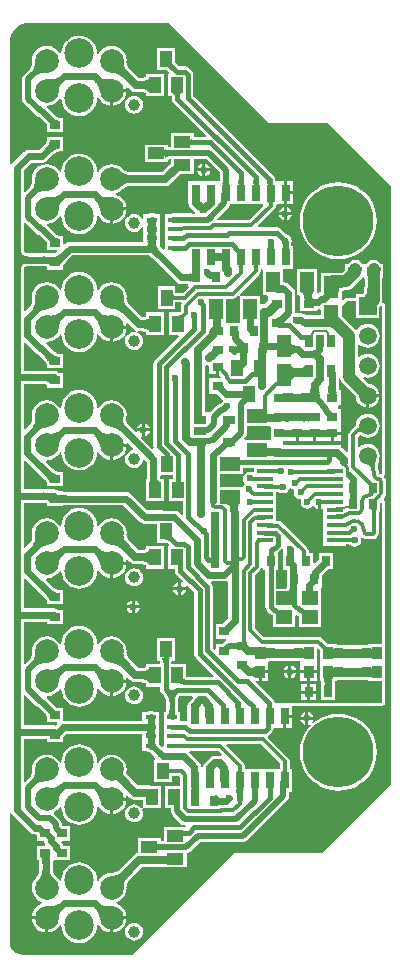
<source format=gbl>
G04*
G04 #@! TF.GenerationSoftware,Altium Limited,Altium Designer,20.0.12 (288)*
G04*
G04 Layer_Physical_Order=2*
G04 Layer_Color=16711680*
%FSLAX44Y44*%
%MOMM*%
G71*
G01*
G75*
%ADD10C,0.2000*%
%ADD18C,0.6000*%
%ADD19C,0.5000*%
%ADD20C,0.7000*%
%ADD21C,0.8000*%
%ADD22R,1.5000X1.5000*%
%ADD23C,1.5000*%
%ADD24C,2.0000*%
%ADD25C,1.0000*%
%ADD26C,2.5000*%
%ADD27C,0.6000*%
%ADD28C,6.0000*%
%ADD29C,0.3000*%
%ADD30R,0.8000X0.9500*%
%ADD31R,0.9500X0.8000*%
%ADD32R,0.7000X0.8500*%
%ADD33R,1.4000X1.1500*%
%ADD34R,0.7500X1.4500*%
%ADD35R,0.9000X0.4000*%
%ADD36R,0.8500X0.7000*%
%ADD37R,1.4000X1.0000*%
%ADD38R,1.0000X1.4000*%
%ADD39R,1.1000X0.7000*%
%ADD40R,1.1000X0.8000*%
%ADD41R,1.2000X1.7400*%
%ADD42R,0.9000X1.0000*%
%ADD43R,1.4000X0.4500*%
%ADD44R,1.7400X1.2000*%
%ADD45R,0.7000X1.1000*%
%ADD46R,0.8000X1.1000*%
%ADD47R,1.1500X0.3000*%
%ADD48R,1.2500X1.9500*%
%ADD49C,0.4000*%
%ADD50C,0.3500*%
%ADD51C,0.4500*%
%ADD52C,1.0000*%
%ADD53C,0.2500*%
%ADD54C,0.5500*%
%ADD55C,0.1800*%
G36*
X140743Y760376D02*
X140630Y760008D01*
Y759584D01*
X140743Y759103D01*
X140969Y758566D01*
X141309Y757972D01*
X141762Y757321D01*
X142327Y756614D01*
X143798Y755031D01*
X140969Y752202D01*
X140149Y752994D01*
X138679Y754239D01*
X138028Y754691D01*
X137434Y755031D01*
X136897Y755257D01*
X136416Y755370D01*
X135991D01*
X135624Y755257D01*
X135313Y755031D01*
X140969Y760687D01*
X140743Y760376D01*
D02*
G37*
G36*
X149120Y732990D02*
X148780Y732870D01*
X148480Y732671D01*
X148220Y732391D01*
X148000Y732030D01*
X147820Y731590D01*
X147680Y731070D01*
X147580Y730471D01*
X147520Y729790D01*
X147500Y729031D01*
X143500D01*
X143480Y729790D01*
X143420Y730471D01*
X143320Y731070D01*
X143180Y731590D01*
X143000Y732030D01*
X142780Y732391D01*
X142520Y732671D01*
X142220Y732870D01*
X141880Y732990D01*
X141500Y733030D01*
X149500D01*
X149120Y732990D01*
D02*
G37*
G36*
X157009Y695120D02*
X157129Y694780D01*
X157330Y694480D01*
X157610Y694220D01*
X157970Y694000D01*
X158410Y693820D01*
X158930Y693680D01*
X159529Y693580D01*
X160210Y693520D01*
X160970Y693500D01*
Y689500D01*
X160210Y689480D01*
X159529Y689420D01*
X158930Y689320D01*
X158410Y689180D01*
X157970Y689000D01*
X157610Y688780D01*
X157330Y688520D01*
X157129Y688220D01*
X157009Y687880D01*
X156969Y687500D01*
Y695500D01*
X157009Y695120D01*
D02*
G37*
G36*
X46220Y686281D02*
X45380Y686238D01*
X44539Y686111D01*
X43698Y685899D01*
X42855Y685602D01*
X42011Y685220D01*
X41167Y684753D01*
X40322Y684202D01*
X39476Y683565D01*
X38628Y682844D01*
X37780Y682038D01*
X33538Y686281D01*
X34344Y687114D01*
X35702Y688687D01*
X36253Y689427D01*
X36720Y690137D01*
X37102Y690815D01*
X37399Y691462D01*
X37611Y692079D01*
X37738Y692665D01*
X37780Y693220D01*
X46220Y686281D01*
D02*
G37*
G36*
X135020Y686500D02*
X135169Y686080D01*
X135420Y685710D01*
X135770Y685389D01*
X136220Y685117D01*
X136770Y684895D01*
X137420Y684722D01*
X138169Y684599D01*
X139019Y684525D01*
X139970Y684500D01*
Y679500D01*
X139019Y679475D01*
X138169Y679401D01*
X137420Y679278D01*
X136770Y679105D01*
X136220Y678883D01*
X135770Y678611D01*
X135420Y678290D01*
X135169Y677919D01*
X135020Y677500D01*
X134970Y677030D01*
Y686970D01*
X135020Y686500D01*
D02*
G37*
G36*
X181576Y665735D02*
Y659345D01*
X181526Y658517D01*
X181525Y658511D01*
X180305Y658390D01*
X180305Y658390D01*
X180305Y658390D01*
X167725D01*
Y658390D01*
X167605D01*
Y658390D01*
X155025D01*
Y638810D01*
X155682D01*
X155875Y637838D01*
X157210Y635840D01*
X160779Y632272D01*
X160293Y631099D01*
X157865D01*
X157664Y631139D01*
X142000D01*
X140034Y630747D01*
X139723Y630540D01*
X134960D01*
Y621460D01*
Y613460D01*
Y600688D01*
X133787Y600201D01*
X133129Y600860D01*
X132061Y602164D01*
X131696Y602684D01*
X131410Y603151D01*
X131216Y603531D01*
X131109Y603803D01*
X131072Y603951D01*
X131048Y604207D01*
X131040Y604235D01*
Y607934D01*
X131059Y608031D01*
X131040Y608127D01*
Y611873D01*
X131059Y611969D01*
X131040Y612066D01*
Y615933D01*
X131059Y616030D01*
X131040Y616127D01*
Y619873D01*
X131059Y619969D01*
X131040Y620066D01*
Y623933D01*
X131059Y624030D01*
X131040Y624127D01*
Y630540D01*
X127177D01*
X126162Y631218D01*
X124000Y631648D01*
X121838Y631218D01*
X120823Y630540D01*
X116960D01*
Y627005D01*
X115690Y626752D01*
X115586Y627002D01*
X114378Y628578D01*
X112802Y629786D01*
X110968Y630546D01*
X109000Y630805D01*
X107032Y630546D01*
X105197Y629786D01*
X103622Y628578D01*
X102414Y627002D01*
X101654Y625168D01*
X101395Y623200D01*
X101654Y621232D01*
X102414Y619398D01*
X103622Y617822D01*
X105197Y616614D01*
X107032Y615854D01*
X109000Y615595D01*
X110968Y615854D01*
X112802Y616614D01*
X114378Y617822D01*
X115586Y619398D01*
X115690Y619648D01*
X116960Y619395D01*
Y616127D01*
X116941Y616030D01*
X116960Y615933D01*
Y612066D01*
X116941Y611969D01*
X116960Y611873D01*
Y608127D01*
X116941Y608031D01*
X116073Y607149D01*
X54500D01*
X54500Y607149D01*
X52338Y606718D01*
X50506Y605494D01*
X50506Y605494D01*
X49963Y604952D01*
X48790Y605438D01*
Y609520D01*
X48806Y609582D01*
X48790Y609690D01*
Y612290D01*
X46419D01*
X46357Y612306D01*
X45829Y612334D01*
X45422Y612398D01*
X44991Y612512D01*
X44532Y612679D01*
X44044Y612907D01*
X43527Y613200D01*
X43015Y613541D01*
X42010Y614355D01*
X35260Y621105D01*
X35647Y622429D01*
X35654Y622438D01*
X38274Y622783D01*
X41324Y624046D01*
X43944Y626056D01*
X45954Y628676D01*
X46157Y629167D01*
X47403Y628855D01*
X47387Y628700D01*
X47678Y625752D01*
X48538Y622917D01*
X49934Y620304D01*
X51814Y618014D01*
X54104Y616134D01*
X56717Y614738D01*
X59552Y613878D01*
X62500Y613587D01*
X65448Y613878D01*
X68283Y614738D01*
X70896Y616134D01*
X73186Y618014D01*
X75066Y620304D01*
X76462Y622917D01*
X77322Y625752D01*
X77613Y628700D01*
X77597Y628855D01*
X78843Y629167D01*
X79046Y628676D01*
X81056Y626056D01*
X83676Y624046D01*
X86726Y622783D01*
X88730Y622519D01*
Y635000D01*
X90000D01*
Y636270D01*
X102481D01*
X102217Y638274D01*
X100954Y641324D01*
X98944Y643944D01*
X96324Y645954D01*
X93767Y647013D01*
Y648387D01*
X96324Y649446D01*
X98944Y651456D01*
X99181Y651765D01*
X99556Y652122D01*
X100130Y652592D01*
X100716Y652999D01*
X101314Y653348D01*
X101928Y653640D01*
X102561Y653878D01*
X103217Y654064D01*
X103901Y654199D01*
X104276Y654242D01*
X135442D01*
X137799Y654710D01*
X139796Y656045D01*
X148711Y664960D01*
X159540D01*
Y676861D01*
X170450D01*
X181576Y665735D01*
D02*
G37*
G36*
X225881Y658707D02*
X225928Y658101D01*
X226006Y657566D01*
X226115Y657103D01*
X226256Y656711D01*
X226428Y656390D01*
X226632Y656140D01*
X226866Y655962D01*
X227132Y655855D01*
X227430Y655819D01*
X221095D01*
X221242Y655855D01*
X221372Y655962D01*
X221488Y656140D01*
X221588Y656390D01*
X221672Y656711D01*
X221742Y657103D01*
X221796Y657566D01*
X221857Y658707D01*
X221865Y659384D01*
X225865D01*
X225881Y658707D01*
D02*
G37*
G36*
X214132Y659060D02*
X214184Y658380D01*
X214270Y657779D01*
X214390Y657260D01*
X214545Y656820D01*
X214734Y656460D01*
X214958Y656180D01*
X215215Y655980D01*
X215508Y655860D01*
X215835Y655819D01*
X208395D01*
X208722Y655860D01*
X209014Y655980D01*
X209272Y656180D01*
X209496Y656460D01*
X209685Y656820D01*
X209840Y657260D01*
X209960Y657779D01*
X210046Y658380D01*
X210098Y659060D01*
X210115Y659819D01*
X214115D01*
X214132Y659060D01*
D02*
G37*
G36*
X201432D02*
X201484Y658380D01*
X201570Y657779D01*
X201690Y657260D01*
X201845Y656820D01*
X202034Y656460D01*
X202257Y656180D01*
X202516Y655980D01*
X202808Y655860D01*
X203134Y655819D01*
X195695D01*
X196022Y655860D01*
X196315Y655980D01*
X196572Y656180D01*
X196796Y656460D01*
X196985Y656820D01*
X197140Y657260D01*
X197260Y657779D01*
X197346Y658380D01*
X197398Y659060D01*
X197415Y659819D01*
X201415D01*
X201432Y659060D01*
D02*
G37*
G36*
X189227Y659870D02*
X189410Y657619D01*
X189520Y657069D01*
X189654Y656619D01*
X189813Y656270D01*
X189995Y656020D01*
X190203Y655870D01*
X190434Y655819D01*
X182995D01*
X183227Y655870D01*
X183435Y656020D01*
X183617Y656270D01*
X183776Y656619D01*
X183910Y657069D01*
X184020Y657619D01*
X184105Y658270D01*
X184203Y659870D01*
X184215Y660819D01*
X189215D01*
X189227Y659870D01*
D02*
G37*
G36*
X97841Y666735D02*
X98568Y666140D01*
X99323Y665615D01*
X100104Y665160D01*
X100913Y664775D01*
X101750Y664460D01*
X102613Y664215D01*
X103504Y664040D01*
X104422Y663935D01*
X105367Y663900D01*
Y656900D01*
X104422Y656865D01*
X103504Y656760D01*
X102613Y656585D01*
X101750Y656340D01*
X100913Y656025D01*
X100104Y655640D01*
X99323Y655185D01*
X98568Y654660D01*
X97841Y654065D01*
X97141Y653400D01*
Y667400D01*
X97841Y666735D01*
D02*
G37*
G36*
X34900Y650400D02*
X33674Y650383D01*
X31424Y650170D01*
X30400Y649974D01*
X29444Y649718D01*
X28556Y649402D01*
X27735Y649027D01*
X26982Y648592D01*
X26297Y648097D01*
X25679Y647543D01*
X22143Y651079D01*
X22697Y651696D01*
X23192Y652382D01*
X23627Y653135D01*
X24002Y653956D01*
X24318Y654844D01*
X24574Y655800D01*
X24770Y656824D01*
X24906Y657915D01*
X24983Y659074D01*
X25001Y660300D01*
X34900Y650400D01*
D02*
G37*
G36*
X48675Y642563D02*
X48090Y641927D01*
X47552Y641238D01*
X47060Y640494D01*
X46615Y639697D01*
X46216Y638845D01*
X45865Y637939D01*
X45560Y636980D01*
X45301Y635966D01*
X45090Y634898D01*
X44925Y633777D01*
X36421Y644899D01*
X37468Y644786D01*
X38474Y644753D01*
X39438Y644802D01*
X40360Y644931D01*
X41242Y645141D01*
X42082Y645431D01*
X42880Y645802D01*
X43637Y646254D01*
X44353Y646787D01*
X45027Y647400D01*
X48675Y642563D01*
D02*
G37*
G36*
X20072Y792391D02*
X138505D01*
X222448Y708448D01*
X223619Y707665D01*
X225000Y707391D01*
X273505D01*
X326391Y654505D01*
X326391Y147495D01*
X268505Y89609D01*
X195000D01*
X193619Y89335D01*
X192448Y88552D01*
X107505Y3609D01*
X15000D01*
X14879Y3585D01*
X12041Y3959D01*
X9285Y5101D01*
X6917Y6917D01*
X5101Y9285D01*
X3959Y12041D01*
X3585Y14878D01*
X3609Y15000D01*
X3609Y123025D01*
X3855Y123223D01*
X5556Y122964D01*
X6006Y122291D01*
X21131Y107166D01*
X21131Y107166D01*
X22964Y105941D01*
X25125Y105512D01*
X26000D01*
X27210Y104302D01*
Y100210D01*
X31950D01*
X33101Y99821D01*
X33531Y97660D01*
X33932Y97060D01*
X33253Y95790D01*
X27210D01*
Y86377D01*
X27191Y86280D01*
X27210Y86184D01*
Y83710D01*
X28661D01*
X28681Y83627D01*
X28770Y83050D01*
X28851Y81908D01*
Y74903D01*
X28793Y74461D01*
X28648Y73805D01*
X28442Y73144D01*
X28173Y72472D01*
X27834Y71789D01*
X27426Y71094D01*
X26943Y70386D01*
X26384Y69667D01*
X26193Y69448D01*
X26056Y69344D01*
X25735Y68925D01*
X25702Y68887D01*
X25690Y68866D01*
X24046Y66724D01*
X22783Y63674D01*
X22352Y60400D01*
X22783Y57126D01*
X24046Y54076D01*
X26056Y51456D01*
X28676Y49446D01*
X31233Y48387D01*
Y47013D01*
X28676Y45954D01*
X26056Y43944D01*
X24046Y41324D01*
X22783Y38274D01*
X22519Y36270D01*
X35000D01*
Y35000D01*
X36270D01*
Y22519D01*
X38274Y22783D01*
X41324Y24046D01*
X43944Y26056D01*
X45954Y28676D01*
X46157Y29167D01*
X47403Y28855D01*
X47387Y28700D01*
X47678Y25752D01*
X48538Y22917D01*
X49934Y20304D01*
X51814Y18014D01*
X54104Y16134D01*
X56717Y14738D01*
X59552Y13878D01*
X62500Y13587D01*
X65448Y13878D01*
X68283Y14738D01*
X70896Y16134D01*
X73186Y18014D01*
X75066Y20304D01*
X76462Y22917D01*
X77322Y25752D01*
X77613Y28700D01*
X77597Y28855D01*
X78843Y29167D01*
X79046Y28676D01*
X81056Y26056D01*
X83676Y24046D01*
X86726Y22783D01*
X88730Y22519D01*
Y35000D01*
X90000D01*
Y36270D01*
X102481D01*
X102217Y38274D01*
X100954Y41324D01*
X98944Y43944D01*
X96324Y45954D01*
X93767Y47013D01*
Y48387D01*
X96324Y49446D01*
X98944Y51456D01*
X100954Y54076D01*
X102217Y57126D01*
X102648Y60400D01*
X102597Y60786D01*
X102611Y61303D01*
X102684Y62042D01*
X102810Y62744D01*
X102987Y63414D01*
X103215Y64054D01*
X103493Y64670D01*
X103826Y65266D01*
X104215Y65845D01*
X104449Y66140D01*
X116151Y77842D01*
X134460D01*
Y77460D01*
X153540D01*
Y89496D01*
X154831Y89752D01*
X156498Y90866D01*
X164872Y99241D01*
X201565D01*
X203531Y99632D01*
X205198Y100746D01*
X238899Y134447D01*
X240013Y136114D01*
X240404Y138080D01*
Y141310D01*
X242805D01*
Y160890D01*
X240634D01*
Y167485D01*
X240321Y169061D01*
X239428Y170398D01*
X222555Y187270D01*
X222716Y188905D01*
X223301Y189296D01*
X225937Y191932D01*
X226996Y193517D01*
X227367Y195386D01*
Y195810D01*
X230105D01*
Y195810D01*
X230225D01*
Y195810D01*
X235245D01*
Y205600D01*
X236515D01*
Y206870D01*
X242805D01*
Y214410D01*
X319000Y214410D01*
X319991Y214607D01*
X320831Y215169D01*
X321393Y216009D01*
X321590Y217000D01*
Y235460D01*
X321540Y235710D01*
Y250190D01*
X321540Y250540D01*
X321540D01*
Y251460D01*
X321540D01*
Y266290D01*
X321590Y266540D01*
X321590Y386033D01*
X321512Y386425D01*
X321467Y386821D01*
X321414Y386917D01*
X321393Y387024D01*
X321171Y387356D01*
X320978Y387705D01*
X320892Y387773D01*
X320831Y387865D01*
X320499Y388086D01*
X320261Y388909D01*
X320360Y389675D01*
X321336Y390947D01*
X322096Y392782D01*
X322327Y394541D01*
X322369Y394750D01*
Y403250D01*
X322327Y403459D01*
X322096Y405218D01*
X321336Y407052D01*
X320884Y407642D01*
X320726Y408079D01*
X320831Y409194D01*
X320973Y409406D01*
X321153Y409587D01*
X321251Y409822D01*
X321393Y410034D01*
X321442Y410285D01*
X321540Y410520D01*
Y410775D01*
X321590Y411026D01*
X321590Y552926D01*
X321573Y553010D01*
X321584Y553096D01*
X321475Y553503D01*
X321393Y553917D01*
X321345Y553989D01*
X321323Y554072D01*
X321066Y554407D01*
X320831Y554757D01*
X320760Y554805D01*
X320707Y554873D01*
X320342Y555084D01*
X319991Y555319D01*
X319096Y555982D01*
X319355Y557950D01*
Y573358D01*
X319453Y578815D01*
X319536Y579960D01*
X320040D01*
Y582434D01*
X320059Y582531D01*
X320040Y582627D01*
Y588040D01*
X318154D01*
X317128Y589378D01*
X315553Y590586D01*
X313718Y591346D01*
X311750Y591605D01*
X309782Y591346D01*
X307947Y590586D01*
X306372Y589378D01*
X305346Y588040D01*
X302654D01*
X301628Y589378D01*
X300053Y590586D01*
X298218Y591346D01*
X296250Y591605D01*
X294282Y591346D01*
X292447Y590586D01*
X290872Y589378D01*
X289846Y588040D01*
X287960D01*
Y583715D01*
X285423Y581178D01*
X277250D01*
X276756Y581113D01*
X267210D01*
Y564628D01*
X265517Y564291D01*
X265110Y564019D01*
X264921Y564050D01*
X264374Y564191D01*
X264373Y564192D01*
X263840Y564698D01*
Y584240D01*
X246760D01*
Y561760D01*
X248604D01*
X249710Y561363D01*
Y558975D01*
X249693Y558907D01*
X249702Y558850D01*
X249691Y558792D01*
X249710Y558695D01*
Y548283D01*
X264290D01*
Y548950D01*
X264429Y550174D01*
X265940Y550475D01*
X267210Y549607D01*
Y544981D01*
X257500D01*
X256905Y544863D01*
X256546D01*
X256000Y544972D01*
X256000Y544972D01*
X254596D01*
X254573Y544994D01*
X252741Y546218D01*
X250579Y546648D01*
X250579Y546648D01*
X246559D01*
X245763Y547111D01*
X245399Y547824D01*
Y563785D01*
X245399Y563785D01*
X244968Y565947D01*
X243744Y567779D01*
X243744Y567779D01*
X240229Y571294D01*
X238397Y572519D01*
X236235Y572948D01*
X235240Y573695D01*
Y584240D01*
X236481Y584310D01*
X243805D01*
Y601004D01*
X243805Y601005D01*
X243805Y601006D01*
Y601223D01*
X243824Y601320D01*
X243805Y601416D01*
Y603890D01*
X242198D01*
X242160Y604161D01*
X242144Y604368D01*
Y605727D01*
X242218Y605838D01*
X242649Y608000D01*
X242218Y610162D01*
X240994Y611994D01*
X239162Y613218D01*
X238153Y613419D01*
X237896Y613651D01*
X233513Y618033D01*
X232011Y619037D01*
X230240Y619389D01*
X230240Y619389D01*
X214234D01*
X213748Y620562D01*
X227908Y634722D01*
X228856Y636141D01*
X229189Y637815D01*
X230385Y638810D01*
X231105D01*
X232375Y638810D01*
X236245D01*
Y648600D01*
Y658390D01*
X232375D01*
X231225Y658390D01*
X229241Y658390D01*
X228494Y659384D01*
X228141Y661155D01*
X227138Y662657D01*
X227138Y662657D01*
X159129Y730666D01*
Y748657D01*
X158777Y750428D01*
X157773Y751930D01*
X157773Y751930D01*
X155430Y754273D01*
X153928Y755277D01*
X152157Y755629D01*
X152157Y755629D01*
X146917D01*
X144942Y757604D01*
X144290Y758307D01*
X143838Y758872D01*
X143540Y759300D01*
Y760590D01*
X143559Y760687D01*
X143540Y760784D01*
Y771540D01*
X128460D01*
Y752460D01*
X135216D01*
X135313Y752441D01*
X135410Y752460D01*
X136700D01*
X137099Y752183D01*
X138218Y751236D01*
X138740Y750713D01*
X138254Y749540D01*
X137960D01*
Y730460D01*
X140796D01*
X140849Y730143D01*
X140871Y729894D01*
Y728500D01*
X140871Y728500D01*
X141223Y726729D01*
X142227Y725227D01*
X170152Y697302D01*
X169666Y696129D01*
X160106D01*
X159857Y696151D01*
X159540Y696204D01*
Y699040D01*
X140460D01*
Y687139D01*
X138854D01*
X138493Y687170D01*
X137964Y687257D01*
X137591Y687357D01*
X137540Y687377D01*
Y689540D01*
X135066D01*
X134970Y689559D01*
X134873Y689540D01*
X134747D01*
X134695Y689545D01*
X134680Y689540D01*
X118460D01*
Y674460D01*
X134680D01*
X134695Y674455D01*
X134747Y674460D01*
X134873D01*
X134970Y674441D01*
X135066Y674460D01*
X137540D01*
Y676623D01*
X137591Y676644D01*
X137964Y676743D01*
X138493Y676830D01*
X138854Y676861D01*
X140460D01*
Y674127D01*
X132891Y666558D01*
X104276D01*
X103901Y666601D01*
X103217Y666736D01*
X102561Y666922D01*
X101928Y667160D01*
X101314Y667452D01*
X100716Y667801D01*
X100130Y668208D01*
X99556Y668678D01*
X99181Y669035D01*
X98944Y669344D01*
X96324Y671354D01*
X93274Y672617D01*
X90000Y673048D01*
X86726Y672617D01*
X83676Y671354D01*
X81056Y669344D01*
X79046Y666724D01*
X78843Y666233D01*
X77597Y666545D01*
X77613Y666700D01*
X77322Y669648D01*
X76462Y672483D01*
X75066Y675096D01*
X73186Y677386D01*
X70896Y679266D01*
X68283Y680662D01*
X65448Y681522D01*
X62500Y681813D01*
X59552Y681522D01*
X56717Y680662D01*
X54104Y679266D01*
X51814Y677386D01*
X49934Y675096D01*
X48538Y672483D01*
X47678Y669648D01*
X47387Y666700D01*
X47403Y666545D01*
X46157Y666233D01*
X45954Y666724D01*
X43944Y669344D01*
X41324Y671354D01*
X38274Y672617D01*
X35000Y673048D01*
X31726Y672617D01*
X28676Y671354D01*
X26056Y669344D01*
X24046Y666724D01*
X22783Y663674D01*
X22352Y660400D01*
X22406Y659988D01*
X22395Y659177D01*
X22327Y658162D01*
X22211Y657228D01*
X22048Y656379D01*
X21843Y655614D01*
X21600Y654930D01*
X21323Y654324D01*
X21015Y653791D01*
X20733Y653401D01*
X16822Y649489D01*
X15648Y649975D01*
Y667590D01*
X22000Y673941D01*
X31090D01*
X31090Y673941D01*
X33251Y674371D01*
X35084Y675596D01*
X40664Y681175D01*
X41095Y681543D01*
X41809Y682080D01*
X42503Y682532D01*
X43174Y682903D01*
X43821Y683196D01*
X44446Y683417D01*
X45051Y683569D01*
X45640Y683658D01*
X46350Y683694D01*
X46410Y683709D01*
X46471Y683703D01*
X46494Y683710D01*
X48790D01*
Y686302D01*
X48806Y686411D01*
X48791Y686471D01*
X48797Y686532D01*
X48790Y686555D01*
Y695790D01*
X38020D01*
X37978Y695802D01*
X37881Y695790D01*
X37600D01*
X37529Y695797D01*
X37506Y695790D01*
X35210D01*
Y693459D01*
X35198Y693417D01*
X35169Y693040D01*
X35112Y692778D01*
X34991Y692426D01*
X34792Y691992D01*
X34507Y691485D01*
X34131Y690914D01*
X33680Y690308D01*
X32799Y689287D01*
X28750Y685238D01*
X19660D01*
X17499Y684808D01*
X15666Y683584D01*
X15666Y683584D01*
X6006Y673924D01*
X5556Y673250D01*
X3855Y672991D01*
X3609Y673189D01*
X3609Y775929D01*
X3595Y776002D01*
X3904Y779145D01*
X4842Y782237D01*
X6366Y785087D01*
X8416Y787585D01*
X10913Y789635D01*
X13763Y791158D01*
X16856Y792096D01*
X19998Y792405D01*
X20072Y792391D01*
D02*
G37*
G36*
X218354Y637540D02*
X206238Y625424D01*
X179760D01*
X179274Y626597D01*
X189099Y636422D01*
X190212Y638089D01*
X190356Y638810D01*
X193005D01*
X193005Y638810D01*
X193125D01*
Y638810D01*
X194275Y638810D01*
X205705D01*
Y638810D01*
X205825D01*
Y638810D01*
X217828D01*
X218354Y637540D01*
D02*
G37*
G36*
X227982Y641376D02*
X227685Y641270D01*
X227423Y641093D01*
X227195Y640846D01*
X227003Y640528D01*
X226845Y640140D01*
X226723Y639681D01*
X226635Y639151D01*
X226583Y638551D01*
X226565Y637881D01*
X223065D01*
X223048Y638551D01*
X222995Y639151D01*
X222908Y639681D01*
X222785Y640140D01*
X222628Y640528D01*
X222435Y640846D01*
X222208Y641093D01*
X221945Y641270D01*
X221647Y641376D01*
X221315Y641411D01*
X228315D01*
X227982Y641376D01*
D02*
G37*
G36*
X80647Y646787D02*
X81363Y646254D01*
X82120Y645802D01*
X82918Y645431D01*
X83758Y645141D01*
X84640Y644931D01*
X85562Y644802D01*
X86526Y644753D01*
X87532Y644786D01*
X88579Y644899D01*
X80075Y633777D01*
X79910Y634898D01*
X79440Y636980D01*
X79135Y637939D01*
X78784Y638845D01*
X78385Y639697D01*
X77940Y640494D01*
X77448Y641238D01*
X76910Y641927D01*
X76325Y642563D01*
X79973Y647400D01*
X80647Y646787D01*
D02*
G37*
G36*
X127015Y624829D02*
X127080Y624030D01*
X128469D01*
X128190Y623970D01*
X127941Y623790D01*
X127720Y623490D01*
X127529Y623070D01*
X127367Y622531D01*
X127261Y622000D01*
X127367Y621469D01*
X127529Y620929D01*
X127720Y620509D01*
X127941Y620210D01*
X128190Y620029D01*
X128469Y619969D01*
X127064D01*
X127015Y619170D01*
X127000Y618031D01*
X121000D01*
X120985Y619170D01*
X120920Y619969D01*
X119530D01*
X119810Y620029D01*
X120059Y620210D01*
X120280Y620509D01*
X120471Y620929D01*
X120633Y621469D01*
X120739Y622000D01*
X120633Y622531D01*
X120471Y623070D01*
X120280Y623490D01*
X120059Y623790D01*
X119810Y623970D01*
X119530Y624030D01*
X120936D01*
X120985Y624829D01*
X121000Y625970D01*
X127000D01*
X127015Y624829D01*
D02*
G37*
G36*
X146502Y619928D02*
X146599Y619891D01*
X146761Y619857D01*
X146987Y619829D01*
X147635Y619785D01*
X149707Y619750D01*
Y616250D01*
X149092Y616248D01*
X146502Y616072D01*
X146469Y616030D01*
Y619969D01*
X146502Y619928D01*
D02*
G37*
G36*
X127015Y616829D02*
X127080Y616030D01*
X128469D01*
X128190Y615970D01*
X127941Y615790D01*
X127720Y615490D01*
X127529Y615070D01*
X127367Y614530D01*
X127261Y614000D01*
X127367Y613470D01*
X127529Y612929D01*
X127720Y612509D01*
X127941Y612210D01*
X128190Y612029D01*
X128469Y611969D01*
X127064D01*
X127015Y611171D01*
X127000Y610031D01*
X121000D01*
X120985Y611171D01*
X120920Y611969D01*
X119530D01*
X119810Y612029D01*
X120059Y612210D01*
X120280Y612509D01*
X120471Y612929D01*
X120633Y613470D01*
X120739Y614000D01*
X120633Y614530D01*
X120471Y615070D01*
X120280Y615490D01*
X120059Y615790D01*
X119810Y615970D01*
X119530Y616030D01*
X120936D01*
X120985Y616829D01*
X121000Y617970D01*
X127000D01*
X127015Y616829D01*
D02*
G37*
G36*
X236970Y611000D02*
X234000Y608030D01*
X233988Y608069D01*
X233950Y608131D01*
X233887Y608216D01*
X233684Y608452D01*
X232973Y609197D01*
X232732Y609440D01*
X235560Y612268D01*
X236970Y611000D01*
D02*
G37*
G36*
X40083Y612583D02*
X41479Y611452D01*
X42170Y610992D01*
X42857Y610603D01*
X43538Y610285D01*
X44216Y610038D01*
X44888Y609861D01*
X45556Y609755D01*
X46220Y609720D01*
X37780Y604246D01*
X38131Y604568D01*
X38325Y604975D01*
X38363Y605467D01*
X38244Y606045D01*
X37969Y606710D01*
X37537Y607460D01*
X36949Y608296D01*
X36204Y609217D01*
X34245Y611318D01*
X39379Y613255D01*
X40083Y612583D01*
D02*
G37*
G36*
X239480Y605320D02*
X239515D01*
X239532Y604560D01*
X239584Y603880D01*
X239670Y603279D01*
X239790Y602760D01*
X239945Y602319D01*
X240134Y601959D01*
X240357Y601679D01*
X240616Y601479D01*
X240908Y601359D01*
X241234Y601320D01*
X233795D01*
X234122Y601359D01*
X234415Y601479D01*
X234672Y601679D01*
X234896Y601959D01*
X235085Y602319D01*
X235240Y602760D01*
X235360Y603279D01*
X235446Y603880D01*
X235485Y604386D01*
X235437Y605148D01*
X235409Y605292D01*
X235377Y605404D01*
X235340Y605483D01*
X235299Y605529D01*
X239437Y606250D01*
X239480Y605320D01*
D02*
G37*
G36*
X223444D02*
X226815D01*
X226826Y604824D01*
X227017Y604796D01*
X226979Y604750D01*
X226944Y604671D01*
X226914Y604560D01*
X226888Y604415D01*
X226866Y604238D01*
X226861Y604177D01*
X226884Y603880D01*
X226970Y603279D01*
X227090Y602760D01*
X227245Y602319D01*
X227434Y601959D01*
X227658Y601679D01*
X227915Y601479D01*
X228208Y601359D01*
X228535Y601320D01*
X221095D01*
X221422Y601359D01*
X221714Y601479D01*
X221972Y601679D01*
X222196Y601959D01*
X222385Y602319D01*
X222540Y602760D01*
X222660Y603279D01*
X222746Y603880D01*
X222798Y604560D01*
X222815Y605320D01*
X222859D01*
X222861Y605405D01*
X223444Y605320D01*
D02*
G37*
G36*
X26169Y614219D02*
X27836Y613105D01*
X28946Y612884D01*
X33341Y608490D01*
X34247Y607518D01*
X34881Y606734D01*
X35210Y606267D01*
Y604429D01*
X35193Y604361D01*
X35210Y604251D01*
Y600210D01*
X43562D01*
X44048Y599037D01*
X43336Y598325D01*
X42905Y597957D01*
X42307Y597508D01*
X40795Y597809D01*
X40795Y597808D01*
X18094D01*
X17478Y597917D01*
X16971Y598086D01*
X16607Y598282D01*
X16340Y598500D01*
X16122Y598767D01*
X15926Y599131D01*
X15757Y599638D01*
X15648Y600254D01*
Y623080D01*
X16822Y623566D01*
X26169Y614219D01*
D02*
G37*
G36*
X127015Y608829D02*
X127080Y608031D01*
X128469D01*
X128190Y607971D01*
X127941Y607790D01*
X127720Y607491D01*
X127529Y607071D01*
X127367Y606530D01*
X127261Y606000D01*
X127367Y605470D01*
X127529Y604930D01*
X127720Y604510D01*
X127941Y604210D01*
X128190Y604030D01*
X128469Y603969D01*
X127064D01*
X127025Y603333D01*
X128469Y603969D01*
X128512Y603510D01*
X128639Y603009D01*
X128851Y602467D01*
X129148Y601885D01*
X129530Y601261D01*
X129997Y600597D01*
X131185Y599146D01*
X131906Y598358D01*
X132712Y597531D01*
X128091Y593666D01*
X126860Y594876D01*
X122769Y598439D01*
X121954Y599012D01*
X121223Y599458D01*
X120576Y599776D01*
X120011Y599967D01*
X119530Y600030D01*
X124069Y602030D01*
X121000D01*
X120985Y603171D01*
X120920Y603969D01*
X119530D01*
X119810Y604030D01*
X120059Y604210D01*
X120280Y604510D01*
X120471Y604930D01*
X120633Y605470D01*
X120739Y606000D01*
X120633Y606530D01*
X120471Y607071D01*
X120280Y607491D01*
X120059Y607790D01*
X119810Y607971D01*
X119530Y608031D01*
X120936D01*
X120985Y608829D01*
X121000Y609969D01*
X127000D01*
X127015Y608829D01*
D02*
G37*
G36*
X200989Y592448D02*
X200974Y592297D01*
X200948Y591732D01*
X200915Y587923D01*
X197915D01*
X197823Y592510D01*
X201007D01*
X200989Y592448D01*
D02*
G37*
G36*
X50462Y593219D02*
X49656Y592386D01*
X48298Y590813D01*
X47747Y590073D01*
X47280Y589363D01*
X46898Y588685D01*
X46601Y588037D01*
X46389Y587421D01*
X46262Y586835D01*
X46220Y586281D01*
X37780Y593219D01*
X38620Y593262D01*
X39461Y593389D01*
X40303Y593601D01*
X41145Y593898D01*
X41988Y594280D01*
X42833Y594747D01*
X43678Y595298D01*
X44524Y595935D01*
X45371Y596656D01*
X46220Y597462D01*
X50462Y593219D01*
D02*
G37*
G36*
X37780D02*
Y586281D01*
X37720Y586828D01*
X37541Y587317D01*
X37241Y587749D01*
X36820Y588123D01*
X36281Y588440D01*
X35621Y588699D01*
X34841Y588901D01*
X33940Y589045D01*
X32920Y589131D01*
X31781Y589160D01*
Y595160D01*
X37780Y593219D01*
D02*
G37*
G36*
X214830Y586881D02*
X214575Y586790D01*
X214350Y586638D01*
X214155Y586426D01*
X213990Y586153D01*
X213855Y585820D01*
X213750Y585426D01*
X213675Y584971D01*
X213630Y584456D01*
X213615Y583881D01*
X210615D01*
X210600Y584456D01*
X210555Y584971D01*
X210480Y585426D01*
X210375Y585820D01*
X210240Y586153D01*
X210075Y586426D01*
X209880Y586638D01*
X209655Y586790D01*
X209400Y586881D01*
X209115Y586911D01*
X215115D01*
X214830Y586881D01*
D02*
G37*
G36*
X202130D02*
X201875Y586790D01*
X201650Y586638D01*
X201455Y586426D01*
X201290Y586153D01*
X201155Y585820D01*
X201050Y585426D01*
X200975Y584971D01*
X200930Y584456D01*
X200915Y583881D01*
X197915D01*
X197900Y584456D01*
X197855Y584971D01*
X197780Y585426D01*
X197675Y585820D01*
X197540Y586153D01*
X197375Y586426D01*
X197180Y586638D01*
X196955Y586790D01*
X196700Y586881D01*
X196415Y586911D01*
X202415D01*
X202130Y586881D01*
D02*
G37*
G36*
X124617Y593395D02*
X145006Y573006D01*
X145006Y573006D01*
X146838Y571781D01*
X149000Y571351D01*
X149000Y571352D01*
X153335D01*
X153526Y571345D01*
X154270Y571274D01*
X154877Y571181D01*
X154960Y571161D01*
Y569710D01*
X154960D01*
X155292Y568908D01*
X150503Y564119D01*
X144040D01*
Y569540D01*
X128960D01*
Y550460D01*
X144040D01*
Y555881D01*
X148555D01*
X149234Y554611D01*
X149154Y554492D01*
X148841Y552916D01*
Y548666D01*
X148521Y548346D01*
X148122Y547973D01*
X147743Y547662D01*
X147574Y547540D01*
X138460D01*
Y528460D01*
X146635D01*
X147121Y527287D01*
X126647Y506812D01*
X125643Y505311D01*
X125291Y503539D01*
X125291Y503539D01*
Y433988D01*
X125291Y433988D01*
X125537Y432752D01*
X124366Y432127D01*
X115048Y441445D01*
X115674Y442615D01*
X115730Y442604D01*
Y446730D01*
X111604D01*
X111615Y446674D01*
X110445Y446048D01*
X103677Y452816D01*
X103400Y453188D01*
X103084Y453717D01*
X102826Y454274D01*
X102622Y454866D01*
X102471Y455502D01*
X102376Y456188D01*
X102339Y456930D01*
X102366Y457730D01*
X102470Y458679D01*
X102451Y458901D01*
X102648Y460400D01*
X102217Y463674D01*
X100954Y466724D01*
X98944Y469344D01*
X96324Y471354D01*
X93274Y472617D01*
X90000Y473048D01*
X86726Y472617D01*
X83676Y471354D01*
X81056Y469344D01*
X79046Y466724D01*
X78843Y466233D01*
X77597Y466545D01*
X77613Y466700D01*
X77322Y469648D01*
X76462Y472483D01*
X75066Y475096D01*
X73186Y477386D01*
X70896Y479266D01*
X68283Y480662D01*
X65448Y481522D01*
X62500Y481813D01*
X59552Y481522D01*
X56717Y480662D01*
X54104Y479266D01*
X51814Y477386D01*
X49934Y475096D01*
X48538Y472483D01*
X47678Y469648D01*
X47387Y466700D01*
X47403Y466545D01*
X46157Y466233D01*
X45954Y466724D01*
X43944Y469344D01*
X41324Y471354D01*
X38274Y472617D01*
X35000Y473048D01*
X31726Y472617D01*
X28676Y471354D01*
X26056Y469344D01*
X24046Y466724D01*
X22783Y463674D01*
X22352Y460400D01*
X22549Y458901D01*
X22530Y458679D01*
X22634Y457730D01*
X22661Y456930D01*
X22624Y456188D01*
X22529Y455502D01*
X22378Y454866D01*
X22174Y454274D01*
X21916Y453717D01*
X21600Y453188D01*
X21323Y452816D01*
X16822Y448315D01*
X15648Y448801D01*
Y486752D01*
X33137D01*
X33621Y486709D01*
X34302Y486596D01*
X34807Y486460D01*
X35128Y486329D01*
X35210Y486280D01*
Y483710D01*
X48790D01*
Y495790D01*
X45942D01*
X45850Y495928D01*
X45849Y495929D01*
X45384Y496394D01*
X43551Y497619D01*
X41390Y498049D01*
X41390Y498049D01*
X15648D01*
Y521652D01*
X16822Y522138D01*
X25455Y513505D01*
X25455Y513505D01*
X27118Y512394D01*
X32799Y506713D01*
X33680Y505691D01*
X34131Y505086D01*
X34507Y504515D01*
X34792Y504008D01*
X34991Y503574D01*
X35112Y503222D01*
X35169Y502960D01*
X35198Y502583D01*
X35210Y502541D01*
Y500210D01*
X37506D01*
X37529Y500203D01*
X37600Y500210D01*
X37881D01*
X37978Y500198D01*
X38020Y500210D01*
X48790D01*
Y509445D01*
X48797Y509468D01*
X48791Y509529D01*
X48806Y509589D01*
X48790Y509698D01*
Y512290D01*
X46494D01*
X46471Y512297D01*
X46410Y512291D01*
X46350Y512306D01*
X45640Y512342D01*
X45051Y512431D01*
X44446Y512583D01*
X43821Y512804D01*
X43174Y513097D01*
X42503Y513467D01*
X41809Y513920D01*
X41095Y514457D01*
X40663Y514825D01*
X34329Y521159D01*
X34922Y522362D01*
X35000Y522352D01*
X38274Y522783D01*
X41324Y524046D01*
X43944Y526056D01*
X45954Y528676D01*
X46157Y529167D01*
X47403Y528855D01*
X47387Y528700D01*
X47678Y525752D01*
X48538Y522917D01*
X49934Y520304D01*
X51814Y518014D01*
X54104Y516134D01*
X56717Y514738D01*
X59552Y513878D01*
X62500Y513587D01*
X65448Y513878D01*
X68283Y514738D01*
X70896Y516134D01*
X73186Y518014D01*
X75066Y520304D01*
X76462Y522917D01*
X77322Y525752D01*
X77613Y528700D01*
X77597Y528855D01*
X78843Y529167D01*
X79046Y528676D01*
X81056Y526056D01*
X83676Y524046D01*
X86726Y522783D01*
X88730Y522519D01*
Y535000D01*
X90000D01*
Y536270D01*
X102481D01*
X102308Y537587D01*
X103511Y538180D01*
X108645Y533045D01*
X110346Y531909D01*
X109887Y530688D01*
X109000Y530805D01*
X107032Y530546D01*
X105197Y529786D01*
X103622Y528578D01*
X102414Y527002D01*
X101654Y525168D01*
X101395Y523200D01*
X101654Y521232D01*
X102414Y519398D01*
X103622Y517822D01*
X105197Y516614D01*
X107032Y515854D01*
X109000Y515595D01*
X110968Y515854D01*
X112802Y516614D01*
X114378Y517822D01*
X115586Y519398D01*
X116346Y521232D01*
X116605Y523200D01*
X116346Y525168D01*
X115586Y527002D01*
X114378Y528578D01*
X112802Y529786D01*
X111874Y530171D01*
X112245Y531392D01*
X113000Y531242D01*
X116818D01*
X117281Y531208D01*
X118145Y531090D01*
X118818Y530942D01*
X119284Y530785D01*
X119460Y530697D01*
Y528460D01*
X121929D01*
X122025Y528441D01*
X122123Y528460D01*
X134540D01*
Y547540D01*
X119460D01*
Y544435D01*
X119447Y544317D01*
X119446Y544314D01*
X119444Y544311D01*
X119365Y544238D01*
X119130Y544095D01*
X118699Y543919D01*
X118064Y543749D01*
X117233Y543611D01*
X116633Y543558D01*
X115551D01*
X104449Y554660D01*
X104215Y554955D01*
X103826Y555534D01*
X103493Y556130D01*
X103215Y556746D01*
X102987Y557386D01*
X102810Y558056D01*
X102684Y558758D01*
X102611Y559497D01*
X102597Y560014D01*
X102648Y560400D01*
X102217Y563674D01*
X100954Y566724D01*
X98944Y569344D01*
X96324Y571354D01*
X93274Y572617D01*
X90000Y573048D01*
X86726Y572617D01*
X83676Y571354D01*
X81056Y569344D01*
X79046Y566724D01*
X78843Y566233D01*
X77597Y566545D01*
X77613Y566700D01*
X77322Y569648D01*
X76462Y572483D01*
X75066Y575096D01*
X73186Y577386D01*
X70896Y579266D01*
X68283Y580662D01*
X65448Y581522D01*
X62500Y581813D01*
X59552Y581522D01*
X56717Y580662D01*
X54104Y579266D01*
X51814Y577386D01*
X49934Y575096D01*
X48538Y572483D01*
X47678Y569648D01*
X47387Y566700D01*
X47403Y566545D01*
X46157Y566233D01*
X45954Y566724D01*
X43944Y569344D01*
X41324Y571354D01*
X38274Y572617D01*
X35000Y573048D01*
X31726Y572617D01*
X28676Y571354D01*
X26056Y569344D01*
X24046Y566724D01*
X22783Y563674D01*
X22352Y560400D01*
X22549Y558901D01*
X22530Y558679D01*
X22634Y557730D01*
X22661Y556930D01*
X22624Y556188D01*
X22529Y555502D01*
X22378Y554866D01*
X22174Y554274D01*
X21916Y553717D01*
X21600Y553188D01*
X21323Y552816D01*
X16822Y548315D01*
X15648Y548801D01*
Y584066D01*
X15757Y584682D01*
X15926Y585189D01*
X16122Y585553D01*
X16340Y585820D01*
X16607Y586038D01*
X16971Y586234D01*
X17478Y586403D01*
X18094Y586511D01*
X33165D01*
X33626Y586472D01*
X34311Y586363D01*
X34820Y586231D01*
X35145Y586104D01*
X35198Y586073D01*
X35206Y585998D01*
X35210Y585986D01*
Y583710D01*
X37683D01*
X37780Y583691D01*
X37877Y583710D01*
X38019D01*
X38063Y583706D01*
X38075Y583710D01*
X45980D01*
X46022Y583698D01*
X46119Y583710D01*
X46400D01*
X46471Y583703D01*
X46494Y583710D01*
X48790D01*
Y586041D01*
X48802Y586083D01*
X48830Y586460D01*
X48888Y586722D01*
X49009Y587074D01*
X49208Y587508D01*
X49493Y588015D01*
X49869Y588586D01*
X50320Y589192D01*
X51201Y590213D01*
X56840Y595851D01*
X121797D01*
X124617Y593395D01*
D02*
G37*
G36*
X13060Y600020D02*
X13240Y599000D01*
X13540Y598100D01*
X13960Y597320D01*
X14500Y596660D01*
X15160Y596120D01*
X15940Y595700D01*
X16840Y595400D01*
X17860Y595220D01*
X19000Y595160D01*
Y589160D01*
X17860Y589100D01*
X16840Y588920D01*
X15940Y588620D01*
X15160Y588200D01*
X14500Y587660D01*
X13960Y587000D01*
X13540Y586220D01*
X13240Y585320D01*
X13060Y584300D01*
X13000Y583160D01*
X7000Y592160D01*
X13000Y601160D01*
X13060Y600020D01*
D02*
G37*
G36*
X164415Y586880D02*
X165035D01*
X164915Y586820D01*
X164809Y586641D01*
X164715Y586340D01*
X164633Y585920D01*
X164564Y585381D01*
X164538Y585001D01*
X164673Y583219D01*
X164790Y582679D01*
X164928Y582259D01*
X165087Y581959D01*
X165268Y581780D01*
X165469Y581720D01*
X164423D01*
X164408Y580881D01*
X158407D01*
X158401Y581720D01*
X157530D01*
X157697Y581780D01*
X157846Y581959D01*
X157978Y582259D01*
X158092Y582679D01*
X158188Y583219D01*
X158265Y583862D01*
X158115Y585920D01*
X158010Y586340D01*
X157888Y586641D01*
X157750Y586820D01*
X157595Y586880D01*
X158394D01*
X158407Y587719D01*
X164408D01*
X164415Y586880D01*
D02*
G37*
G36*
X317333Y582430D02*
X317211Y582131D01*
X317103Y581631D01*
X317009Y580930D01*
X316865Y578931D01*
X316750Y572531D01*
X306750D01*
X306743Y574430D01*
X306290Y582131D01*
X306167Y582430D01*
X306031Y582531D01*
X317470D01*
X317333Y582430D01*
D02*
G37*
G36*
X157530Y572281D02*
X157471Y572607D01*
X157290Y572900D01*
X156990Y573157D01*
X156571Y573381D01*
X156031Y573570D01*
X155371Y573725D01*
X154591Y573845D01*
X153691Y573931D01*
X151531Y574000D01*
Y580000D01*
X152670Y580017D01*
X154591Y580155D01*
X155371Y580275D01*
X156031Y580430D01*
X156571Y580619D01*
X156990Y580843D01*
X157290Y581101D01*
X157471Y581393D01*
X157530Y581720D01*
Y572281D01*
D02*
G37*
G36*
X288573Y568573D02*
X287361Y568559D01*
X284489Y568356D01*
X283787Y568235D01*
X283212Y568086D01*
X282765Y567910D01*
X282446Y567707D01*
X282253Y567477D01*
X282189Y567219D01*
X282220Y578543D01*
X288573Y578573D01*
Y568573D01*
D02*
G37*
G36*
X259160Y564336D02*
X261269Y564330D01*
X260867Y564271D01*
X260506Y564090D01*
X260189Y563791D01*
X259913Y563371D01*
X259680Y562831D01*
X259489Y562170D01*
X259395Y561674D01*
X259561Y560952D01*
X259792Y560293D01*
X260075Y559752D01*
X260409Y559333D01*
X260794Y559033D01*
X261231Y558853D01*
X261719Y558792D01*
X259158D01*
X259150Y558330D01*
X253150D01*
X253138Y558792D01*
X252280D01*
X252446Y558853D01*
X252593Y559033D01*
X252724Y559333D01*
X252837Y559752D01*
X252933Y560293D01*
X252987Y560755D01*
X252880Y561403D01*
X252670Y562186D01*
X252400Y562849D01*
X252070Y563392D01*
X251680Y563815D01*
X251230Y564117D01*
X250720Y564299D01*
X250150Y564361D01*
X253143Y564353D01*
X253150Y564792D01*
X259150D01*
X259160Y564336D01*
D02*
G37*
G36*
X232705Y570758D02*
X232812Y570662D01*
X232990Y570577D01*
X233240Y570504D01*
X233561Y570441D01*
X233953Y570391D01*
X234951Y570323D01*
X236235Y570300D01*
Y564300D01*
X232670Y564330D01*
Y570866D01*
X232705Y570758D01*
D02*
G37*
G36*
X316725Y568520D02*
X316345Y564020D01*
X316117Y562920D01*
X315839Y562020D01*
X315510Y561320D01*
X315131Y560820D01*
X314700Y560519D01*
X314219Y560420D01*
X301750Y560389D01*
X302700Y560491D01*
X303550Y560794D01*
X304300Y561297D01*
X304950Y562000D01*
X305500Y562903D01*
X305950Y564006D01*
X306300Y565309D01*
X306550Y566813D01*
X306700Y568516D01*
X306750Y570420D01*
X316750D01*
X316725Y568520D01*
D02*
G37*
G36*
X303314Y577244D02*
X304000Y576952D01*
X304145Y574492D01*
Y569871D01*
X304113Y568664D01*
X303979Y567139D01*
X303766Y565859D01*
X303491Y564834D01*
X303180Y564073D01*
X302873Y563568D01*
X302605Y563279D01*
X302377Y563125D01*
X302119Y563034D01*
X301714Y562990D01*
X296710D01*
Y560488D01*
X295812Y559590D01*
X289000Y559590D01*
X288009Y559393D01*
X287169Y558831D01*
X286060Y557722D01*
X284790Y558248D01*
Y565780D01*
X284802Y565782D01*
X287427Y565968D01*
X288573D01*
X290541Y566227D01*
X292376Y566987D01*
X293951Y568195D01*
X301628Y575872D01*
X302708Y577281D01*
X303314Y577244D01*
D02*
G37*
G36*
X141469Y562715D02*
X141560Y562460D01*
X141712Y562235D01*
X141924Y562040D01*
X142197Y561875D01*
X142530Y561740D01*
X142924Y561635D01*
X143378Y561560D01*
X143894Y561515D01*
X144469Y561500D01*
Y558500D01*
X143894Y558485D01*
X143378Y558440D01*
X142924Y558365D01*
X142530Y558260D01*
X142197Y558125D01*
X141924Y557960D01*
X141712Y557765D01*
X141560Y557540D01*
X141469Y557285D01*
X141439Y557000D01*
Y563000D01*
X141469Y562715D01*
D02*
G37*
G36*
X218160Y583182D02*
Y561760D01*
X221604D01*
X222710Y561363D01*
Y557612D01*
X219695Y554596D01*
X219000D01*
X217293Y554372D01*
X216785Y554161D01*
X215515Y555010D01*
Y561515D01*
X198901D01*
X198333Y562743D01*
X215028Y579437D01*
X215921Y580774D01*
X216234Y582350D01*
Y583338D01*
X216890Y583823D01*
X218160Y583182D01*
D02*
G37*
G36*
X169540Y551625D02*
X165540Y551236D01*
X165538Y551576D01*
X165453Y552760D01*
X165421Y552892D01*
X165385Y552991D01*
X165344Y553054D01*
X165298Y553083D01*
X168860Y555093D01*
X169540Y551625D01*
D02*
G37*
G36*
X100024Y559335D02*
X100118Y558400D01*
X100280Y557495D01*
X100511Y556621D01*
X100810Y555777D01*
X101179Y554963D01*
X101616Y554179D01*
X102123Y553425D01*
X102698Y552702D01*
X103341Y552008D01*
X98392Y547059D01*
X97698Y547702D01*
X96975Y548277D01*
X96221Y548784D01*
X95437Y549221D01*
X94623Y549590D01*
X93779Y549889D01*
X92905Y550120D01*
X92000Y550283D01*
X91065Y550376D01*
X90100Y550401D01*
X100000Y560300D01*
X100024Y559335D01*
D02*
G37*
G36*
X36241Y550477D02*
X35119Y550310D01*
X33038Y549837D01*
X32078Y549531D01*
X31172Y549178D01*
X30321Y548779D01*
X29524Y548334D01*
X28780Y547842D01*
X28091Y547303D01*
X27456Y546718D01*
X22611Y550358D01*
X23224Y551033D01*
X23756Y551748D01*
X24208Y552505D01*
X24579Y553304D01*
X24869Y554143D01*
X25077Y555024D01*
X25205Y555947D01*
X25252Y556910D01*
X25219Y557915D01*
X25104Y558961D01*
X36241Y550477D01*
D02*
G37*
G36*
X48675Y542563D02*
X48090Y541927D01*
X47552Y541238D01*
X47060Y540494D01*
X46615Y539697D01*
X46216Y538845D01*
X45865Y537939D01*
X45560Y536980D01*
X45301Y535966D01*
X45090Y534898D01*
X44925Y533777D01*
X36421Y544898D01*
X37468Y544785D01*
X38474Y544753D01*
X39438Y544802D01*
X40360Y544931D01*
X41242Y545141D01*
X42082Y545431D01*
X42880Y545802D01*
X43637Y546254D01*
X44353Y546787D01*
X45027Y547400D01*
X48675Y542563D01*
D02*
G37*
G36*
X153091Y544969D02*
X152517Y544378D01*
X151609Y543323D01*
X151275Y542861D01*
X151020Y542441D01*
X150844Y542065D01*
X150749Y541731D01*
X150732Y541440D01*
X150796Y541193D01*
X150939Y540989D01*
X146988Y544939D01*
X147193Y544796D01*
X147440Y544732D01*
X147731Y544748D01*
X148064Y544844D01*
X148441Y545020D01*
X148861Y545275D01*
X149323Y545609D01*
X149829Y546023D01*
X150969Y547091D01*
X153091Y544969D01*
D02*
G37*
G36*
X238962Y542293D02*
X238156Y541449D01*
X236798Y539796D01*
X236247Y538986D01*
X236066Y538675D01*
X236145Y538643D01*
X236668Y538503D01*
X237272Y538403D01*
X237955Y538343D01*
X238720Y538323D01*
Y534323D01*
X234720Y534353D01*
X226234Y542262D01*
X226712Y541939D01*
X227271Y541783D01*
X227913Y541793D01*
X228638Y541970D01*
X229446Y542314D01*
X230335Y542825D01*
X231308Y543502D01*
X232362Y544347D01*
X234720Y546535D01*
X238962Y542293D01*
D02*
G37*
G36*
X162081Y542821D02*
X162064Y542751D01*
X162049Y542646D01*
X162025Y542335D01*
X162001Y541306D01*
X162000Y540964D01*
X158000D01*
X157900Y542858D01*
X162100D01*
X162081Y542821D01*
D02*
G37*
G36*
X198435Y561049D02*
Y539035D01*
X197711Y538065D01*
X187685D01*
X187265Y538315D01*
X186915Y539035D01*
Y558921D01*
X192805D01*
X194381Y559234D01*
X195718Y560127D01*
X197207Y561617D01*
X198435Y561049D01*
D02*
G37*
G36*
X80647Y546787D02*
X81363Y546254D01*
X82120Y545802D01*
X82918Y545431D01*
X83758Y545141D01*
X84640Y544931D01*
X85562Y544802D01*
X86526Y544753D01*
X87532Y544785D01*
X88579Y544898D01*
X80075Y533777D01*
X79910Y534898D01*
X79440Y536980D01*
X79135Y537939D01*
X78784Y538845D01*
X78385Y539697D01*
X77940Y540494D01*
X77448Y541238D01*
X76910Y541927D01*
X76325Y542563D01*
X79973Y547400D01*
X80647Y546787D01*
D02*
G37*
G36*
X122030Y531031D02*
X121960Y531576D01*
X121750Y532063D01*
X121400Y532494D01*
X120911Y532867D01*
X120281Y533183D01*
X119510Y533441D01*
X118601Y533642D01*
X117550Y533785D01*
X116361Y533871D01*
X115030Y533900D01*
Y540900D01*
X116365Y540935D01*
X117559Y541040D01*
X118613Y541215D01*
X119526Y541460D01*
X120299Y541775D01*
X120932Y542160D01*
X121425Y542615D01*
X121777Y543140D01*
X121989Y543735D01*
X122061Y544400D01*
X122030Y531031D01*
D02*
G37*
G36*
X260207Y525793D02*
X259999Y525577D01*
X259640Y525150D01*
X259489Y524939D01*
X259357Y524731D01*
X259244Y524525D01*
X259149Y524320D01*
X259074Y524118D01*
X259018Y523918D01*
X258980Y523720D01*
X256720Y525980D01*
X256918Y526018D01*
X257118Y526074D01*
X257320Y526149D01*
X257525Y526244D01*
X257731Y526357D01*
X257939Y526489D01*
X258150Y526640D01*
X258577Y526999D01*
X258793Y527207D01*
X260207Y525793D01*
D02*
G37*
G36*
X253531Y528470D02*
X253561Y523376D01*
X253528Y523590D01*
X253433Y523781D01*
X253274Y523949D01*
X253053Y524095D01*
X252769Y524219D01*
X252422Y524320D01*
X252013Y524399D01*
X251540Y524455D01*
X251005Y524489D01*
X250407Y524500D01*
Y528500D01*
X253531Y528470D01*
D02*
G37*
G36*
X296710Y557000D02*
Y542910D01*
X316790D01*
Y552235D01*
X317128Y552572D01*
X317730Y553357D01*
X319000Y552926D01*
X319000Y411026D01*
X317730Y410177D01*
X316718Y410596D01*
X316718Y410596D01*
X316439Y410700D01*
X316006Y413984D01*
X315851Y414358D01*
X315513Y415488D01*
X315386Y415793D01*
X315369Y416752D01*
Y417243D01*
X316326Y422618D01*
X316449Y423130D01*
X316532Y423329D01*
X316579Y423689D01*
X316581Y423694D01*
X316581Y423703D01*
X316877Y425950D01*
X316532Y428571D01*
X315520Y431013D01*
X313911Y433111D01*
X311813Y434720D01*
X309371Y435732D01*
X306750Y436077D01*
X304129Y435732D01*
X301687Y434720D01*
X299839Y433302D01*
X298569Y433690D01*
Y441847D01*
X300338Y443615D01*
X301687Y442580D01*
X304129Y441568D01*
X306750Y441223D01*
X309371Y441568D01*
X311813Y442580D01*
X313911Y444189D01*
X315520Y446287D01*
X316532Y448729D01*
X316877Y451350D01*
X316532Y453971D01*
X315520Y456413D01*
X313911Y458511D01*
X311813Y460120D01*
X309371Y461132D01*
X306750Y461477D01*
X304129Y461132D01*
X301687Y460120D01*
X299589Y458511D01*
X297980Y456413D01*
X296968Y453971D01*
X296629Y451390D01*
X296126Y451054D01*
X291537Y446465D01*
X290644Y445129D01*
X290331Y443553D01*
Y429325D01*
X289158Y428839D01*
X285392Y432605D01*
X284258Y433362D01*
Y435290D01*
X269678D01*
Y435290D01*
X269290D01*
Y435290D01*
X254710D01*
Y435290D01*
X254290D01*
Y435290D01*
X239710D01*
Y435290D01*
X239290D01*
Y435290D01*
X235000D01*
Y438710D01*
X239290D01*
Y438710D01*
X239710D01*
Y438710D01*
X245730D01*
Y445250D01*
X248270D01*
Y438710D01*
X254290D01*
Y438710D01*
X254710D01*
Y438710D01*
X260730D01*
Y445250D01*
X263270D01*
Y438710D01*
X269290D01*
Y438710D01*
X269678D01*
Y438710D01*
X275698D01*
Y445250D01*
X276968D01*
Y446520D01*
X284258D01*
Y451790D01*
X284258D01*
X284290Y452210D01*
X284290D01*
X284290Y453047D01*
Y465290D01*
X282000D01*
Y467812D01*
X282898Y468710D01*
X284290D01*
Y479123D01*
X284309Y479220D01*
X284290Y479316D01*
Y481790D01*
X282437D01*
X282370Y482009D01*
X282266Y482533D01*
X282148Y483803D01*
Y492128D01*
X283419Y492211D01*
X283604Y490802D01*
X284364Y488967D01*
X285572Y487392D01*
X295189Y477776D01*
X295823Y477127D01*
X296702Y476154D01*
X296968Y474129D01*
X297980Y471687D01*
X299589Y469589D01*
X301687Y467980D01*
X304129Y466968D01*
X305480Y466791D01*
Y476750D01*
X306750D01*
Y478020D01*
X316709D01*
X316532Y479371D01*
X315520Y481813D01*
X313911Y483911D01*
X311813Y485520D01*
X309371Y486532D01*
X307973Y486716D01*
X305413Y489062D01*
X303023Y491452D01*
X303743Y492528D01*
X304129Y492368D01*
X306750Y492023D01*
X309371Y492368D01*
X311813Y493380D01*
X313911Y494989D01*
X315520Y497087D01*
X316532Y499529D01*
X316877Y502150D01*
X316532Y504771D01*
X315520Y507213D01*
X313911Y509311D01*
X311813Y510920D01*
X309371Y511932D01*
X306750Y512277D01*
X304129Y511932D01*
X301687Y510920D01*
X299825Y509492D01*
X298555Y509866D01*
Y519834D01*
X299825Y520209D01*
X301687Y518780D01*
X304129Y517768D01*
X306750Y517423D01*
X309371Y517768D01*
X311813Y518780D01*
X313911Y520389D01*
X315520Y522487D01*
X316532Y524929D01*
X316877Y527550D01*
X316532Y530171D01*
X315520Y532613D01*
X313911Y534711D01*
X311813Y536320D01*
X309371Y537332D01*
X306750Y537677D01*
X304129Y537332D01*
X301687Y536320D01*
X299589Y534711D01*
X298036Y532687D01*
X297851Y532543D01*
X296600Y532472D01*
X296328Y532827D01*
X284790Y544365D01*
Y552790D01*
X289000Y557000D01*
X296710Y557000D01*
D02*
G37*
G36*
X242244Y521231D02*
X242411Y520804D01*
X242688Y520426D01*
X243076Y520099D01*
X243576Y519823D01*
X244186Y519596D01*
X244907Y519420D01*
X245739Y519294D01*
X246681Y519219D01*
X247735Y519194D01*
Y513194D01*
X246681Y513168D01*
X245739Y513093D01*
X244907Y512967D01*
X244186Y512791D01*
X243576Y512565D01*
X243076Y512288D01*
X242688Y511961D01*
X242411Y511584D01*
X242244Y511156D01*
X242189Y510678D01*
Y521709D01*
X242244Y521231D01*
D02*
G37*
G36*
X38628Y513156D02*
X39476Y512435D01*
X40322Y511798D01*
X41167Y511247D01*
X42011Y510780D01*
X42855Y510398D01*
X43698Y510101D01*
X44539Y509889D01*
X45380Y509762D01*
X46220Y509720D01*
X37780Y502780D01*
X37738Y503335D01*
X37611Y503921D01*
X37399Y504538D01*
X37102Y505185D01*
X36720Y505863D01*
X36253Y506573D01*
X35702Y507313D01*
X34344Y508886D01*
X33538Y509720D01*
X37780Y513962D01*
X38628Y513156D01*
D02*
G37*
G36*
X253531Y492531D02*
X253461Y492596D01*
X253251Y492654D01*
X252901Y492706D01*
X252411Y492751D01*
X249051Y492861D01*
X248755Y492863D01*
X247884Y492840D01*
X246688Y492735D01*
X245634Y492560D01*
X244720Y492315D01*
X243947Y492000D01*
X243314Y491615D01*
X242822Y491160D01*
X242470Y490635D01*
X242259Y490040D01*
X242189Y489375D01*
Y503375D01*
X242259Y502710D01*
X242470Y502115D01*
X242822Y501590D01*
X243314Y501135D01*
X243947Y500750D01*
X244720Y500435D01*
X245634Y500190D01*
X246688Y500015D01*
X247874Y499911D01*
X249058Y500015D01*
X250112Y500190D01*
X251025Y500435D01*
X251798Y500750D01*
X252431Y501135D01*
X252924Y501590D01*
X253277Y502115D01*
X253489Y502710D01*
X253561Y503375D01*
X253531Y492531D01*
D02*
G37*
G36*
X237500Y491250D02*
X234500D01*
X234489Y491256D01*
X234457Y491285D01*
X234233Y491515D01*
X233434Y492370D01*
X238566D01*
X237500Y491250D01*
D02*
G37*
G36*
X146081Y489821D02*
X146064Y489751D01*
X146049Y489646D01*
X146025Y489335D01*
X146001Y488306D01*
X146000Y487964D01*
X142000D01*
X141900Y489858D01*
X146100D01*
X146081Y489821D01*
D02*
G37*
G36*
X37780Y493219D02*
X37811Y486400D01*
X37748Y486970D01*
X37565Y487480D01*
X37263Y487930D01*
X36840Y488320D01*
X36297Y488650D01*
X35633Y488920D01*
X34850Y489130D01*
X33947Y489280D01*
X32924Y489370D01*
X31781Y489400D01*
Y495400D01*
X37780Y493219D01*
D02*
G37*
G36*
X279522Y484080D02*
X279700Y482160D01*
X279855Y481380D01*
X280055Y480719D01*
X280299Y480179D01*
X280588Y479759D01*
X280921Y479459D01*
X281298Y479280D01*
X281719Y479220D01*
X272281D01*
X272512Y479280D01*
X272719Y479459D01*
X272902Y479759D01*
X273061Y480179D01*
X273195Y480719D01*
X273305Y481380D01*
X273390Y482160D01*
X273488Y484080D01*
X273500Y485219D01*
X279500D01*
X279522Y484080D01*
D02*
G37*
G36*
X265512Y484889D02*
X265805Y480970D01*
X265939Y480340D01*
X266098Y479850D01*
X266280Y479500D01*
X266488Y479290D01*
X266719Y479220D01*
X257281D01*
X257512Y479290D01*
X257719Y479500D01*
X257902Y479850D01*
X258061Y480340D01*
X258195Y480970D01*
X258305Y481740D01*
X258451Y483699D01*
X258500Y486219D01*
X265500D01*
X265512Y484889D01*
D02*
G37*
G36*
X257281Y478774D02*
X258720Y478750D01*
Y471750D01*
X257390Y471745D01*
X257281Y471738D01*
Y471281D01*
X257211Y471370D01*
X257001Y471450D01*
X256651Y471520D01*
X256160Y471581D01*
X255550Y471622D01*
X251789Y471370D01*
X251719Y471281D01*
Y471726D01*
X250280Y471750D01*
Y478750D01*
X251610Y478755D01*
X251719Y478762D01*
Y479220D01*
X251789Y479130D01*
X251999Y479050D01*
X252349Y478980D01*
X252840Y478919D01*
X253450Y478878D01*
X257211Y479130D01*
X257281Y479220D01*
Y478774D01*
D02*
G37*
G36*
X242281D02*
X243720Y478750D01*
Y471750D01*
X242390Y471745D01*
X242281Y471738D01*
Y471281D01*
X242211Y471370D01*
X242001Y471450D01*
X241651Y471520D01*
X241161Y471581D01*
X240550Y471622D01*
X236789Y471370D01*
X236719Y471281D01*
Y471726D01*
X235280Y471750D01*
Y478750D01*
X236610Y478755D01*
X236719Y478762D01*
Y479220D01*
X236789Y479130D01*
X236999Y479050D01*
X237349Y478980D01*
X237840Y478919D01*
X238450Y478878D01*
X242211Y479130D01*
X242281Y479220D01*
Y478774D01*
D02*
G37*
G36*
X306830Y484250D02*
X299254Y476981D01*
X299224Y477089D01*
X299131Y477252D01*
X298974Y477471D01*
X298754Y477746D01*
X297710Y478901D01*
X296094Y480555D01*
X303362Y487429D01*
X306830Y484250D01*
D02*
G37*
G36*
X172475Y502367D02*
X172685Y502194D01*
Y494985D01*
X178705D01*
Y501525D01*
X181245D01*
Y494430D01*
X182840Y492835D01*
X182314Y491565D01*
X172685D01*
Y478485D01*
X179020D01*
X183225Y474281D01*
X183225Y474281D01*
X184184Y473640D01*
X184288Y473188D01*
X184184Y472113D01*
X184006Y471994D01*
X183099Y470637D01*
X182112Y469650D01*
X180240Y469277D01*
X178572Y468164D01*
X173722Y463314D01*
X172570Y463030D01*
X172570Y463030D01*
Y463030D01*
X172570Y463030D01*
X169093D01*
Y502109D01*
X170363Y502787D01*
X172475Y502367D01*
D02*
G37*
G36*
X257281Y462274D02*
X258720Y462250D01*
Y455250D01*
X257390Y455245D01*
X257281Y455238D01*
Y454781D01*
X257211Y454870D01*
X257001Y454949D01*
X256651Y455020D01*
X256160Y455081D01*
X255550Y455122D01*
X251789Y454870D01*
X251719Y454781D01*
Y455226D01*
X250280Y455250D01*
Y462250D01*
X251610Y462255D01*
X251719Y462262D01*
Y462719D01*
X251789Y462630D01*
X251999Y462551D01*
X252349Y462480D01*
X252840Y462419D01*
X253450Y462378D01*
X257211Y462630D01*
X257281Y462719D01*
Y462274D01*
D02*
G37*
G36*
X236789Y462630D02*
X236999Y462551D01*
X237349Y462480D01*
X237840Y462419D01*
X239240Y462325D01*
X243720Y462250D01*
Y455250D01*
X242390Y455245D01*
X236789Y454870D01*
X236719Y454781D01*
Y462719D01*
X236789Y462630D01*
D02*
G37*
G36*
X99781Y457915D02*
X99747Y456910D01*
X99795Y455947D01*
X99923Y455024D01*
X100132Y454143D01*
X100421Y453304D01*
X100792Y452505D01*
X101244Y451748D01*
X101776Y451033D01*
X102389Y450358D01*
X97544Y446718D01*
X96909Y447303D01*
X96220Y447841D01*
X95476Y448334D01*
X94679Y448779D01*
X93827Y449178D01*
X92922Y449531D01*
X91962Y449837D01*
X90949Y450097D01*
X89881Y450310D01*
X88759Y450477D01*
X99896Y458961D01*
X99781Y457915D01*
D02*
G37*
G36*
X36241Y450477D02*
X35119Y450310D01*
X33038Y449837D01*
X32078Y449531D01*
X31172Y449178D01*
X30321Y448779D01*
X29524Y448334D01*
X28780Y447841D01*
X28091Y447303D01*
X27456Y446718D01*
X22611Y450358D01*
X23224Y451033D01*
X23756Y451748D01*
X24208Y452505D01*
X24579Y453304D01*
X24869Y454143D01*
X25077Y455024D01*
X25205Y455947D01*
X25252Y456910D01*
X25219Y457915D01*
X25104Y458961D01*
X36241Y450477D01*
D02*
G37*
G36*
X48675Y442563D02*
X48090Y441927D01*
X47552Y441238D01*
X47060Y440494D01*
X46615Y439697D01*
X46216Y438845D01*
X45865Y437939D01*
X45560Y436980D01*
X45301Y435966D01*
X45090Y434898D01*
X44925Y433777D01*
X36421Y444898D01*
X37468Y444785D01*
X38474Y444753D01*
X39438Y444802D01*
X40360Y444931D01*
X41242Y445141D01*
X42082Y445431D01*
X42880Y445802D01*
X43637Y446254D01*
X44353Y446787D01*
X45027Y447400D01*
X48675Y442563D01*
D02*
G37*
G36*
X223753Y451035D02*
X224215Y451035D01*
X224710Y449970D01*
Y440580D01*
X224215Y439515D01*
X223773Y439515D01*
X202618D01*
X202092Y440785D01*
X203235Y441927D01*
X204349Y443595D01*
X204740Y445561D01*
Y451035D01*
X223753D01*
D02*
G37*
G36*
X80647Y446787D02*
X81363Y446254D01*
X82120Y445802D01*
X82918Y445431D01*
X83758Y445141D01*
X84640Y444931D01*
X85562Y444802D01*
X86526Y444753D01*
X87532Y444785D01*
X88579Y444898D01*
X80075Y433777D01*
X79910Y434898D01*
X79440Y436980D01*
X79135Y437939D01*
X78784Y438845D01*
X78385Y439697D01*
X77940Y440494D01*
X77448Y441238D01*
X76910Y441927D01*
X76325Y442563D01*
X79973Y447400D01*
X80647Y446787D01*
D02*
G37*
G36*
X108497Y432020D02*
X108042Y430679D01*
X107032Y430546D01*
X105197Y429786D01*
X103622Y428578D01*
X102414Y427002D01*
X101654Y425168D01*
X101395Y423200D01*
X101654Y421232D01*
X102414Y419398D01*
X103622Y417822D01*
X105197Y416614D01*
X107032Y415854D01*
X109000Y415595D01*
X110968Y415854D01*
X112802Y416614D01*
X114378Y417822D01*
X115586Y419398D01*
X116346Y421232D01*
X116479Y422242D01*
X117820Y422697D01*
X119632Y420885D01*
Y406540D01*
X119460D01*
Y404073D01*
X119441Y403978D01*
X119460Y403880D01*
Y403695D01*
X119458Y403670D01*
X119460Y403664D01*
Y387460D01*
X134540D01*
Y406540D01*
X131400D01*
X131351Y406620D01*
X131220Y406942D01*
X131085Y407447D01*
X130972Y408128D01*
X130966Y408190D01*
X131810Y409460D01*
X141871D01*
Y406540D01*
X138460D01*
Y387460D01*
X150371D01*
Y376348D01*
X149198Y375862D01*
X147065Y377994D01*
X145233Y379219D01*
X143071Y379649D01*
X143071Y379649D01*
X134403D01*
X133900Y379748D01*
X133900Y379748D01*
X120240D01*
X106244Y393744D01*
X104412Y394969D01*
X102250Y395398D01*
X102250Y395398D01*
X49240D01*
X48790Y395407D01*
Y395790D01*
X46316D01*
X46220Y395809D01*
X46123Y395790D01*
X45488D01*
X45284Y395994D01*
X43451Y397219D01*
X41290Y397649D01*
X41290Y397649D01*
X15648D01*
Y421652D01*
X16822Y422138D01*
X25455Y413505D01*
X25455Y413505D01*
X27118Y412394D01*
X32799Y406713D01*
X33680Y405691D01*
X34131Y405086D01*
X34507Y404515D01*
X34792Y404008D01*
X34991Y403574D01*
X35112Y403222D01*
X35169Y402960D01*
X35198Y402583D01*
X35210Y402541D01*
Y400210D01*
X37506D01*
X37529Y400203D01*
X37600Y400210D01*
X37881D01*
X37978Y400198D01*
X38020Y400210D01*
X48790D01*
Y409445D01*
X48797Y409468D01*
X48791Y409529D01*
X48806Y409589D01*
X48790Y409698D01*
Y412290D01*
X46494D01*
X46471Y412297D01*
X46410Y412291D01*
X46350Y412306D01*
X45640Y412342D01*
X45051Y412431D01*
X44446Y412583D01*
X43821Y412804D01*
X43174Y413097D01*
X42503Y413467D01*
X41809Y413920D01*
X41095Y414457D01*
X40663Y414825D01*
X34329Y421159D01*
X34922Y422362D01*
X35000Y422352D01*
X38274Y422783D01*
X41324Y424046D01*
X43944Y426056D01*
X45954Y428676D01*
X46157Y429167D01*
X47403Y428855D01*
X47387Y428700D01*
X47678Y425752D01*
X48538Y422917D01*
X49934Y420304D01*
X51814Y418014D01*
X54104Y416134D01*
X56717Y414738D01*
X59552Y413878D01*
X62500Y413587D01*
X65448Y413878D01*
X68283Y414738D01*
X70896Y416134D01*
X73186Y418014D01*
X75066Y420304D01*
X76462Y422917D01*
X77322Y425752D01*
X77613Y428700D01*
X77597Y428855D01*
X78843Y429167D01*
X79046Y428676D01*
X81056Y426056D01*
X83676Y424046D01*
X86726Y422783D01*
X88730Y422519D01*
Y435000D01*
X90000D01*
Y436270D01*
X102556D01*
X103688Y436828D01*
X108497Y432020D01*
D02*
G37*
G36*
X313790Y423149D02*
X312763Y417378D01*
X312750Y416950D01*
X309750Y415488D01*
X309711Y415974D01*
X309593Y416418D01*
X309397Y416823D01*
X309122Y417186D01*
X308769Y417508D01*
X308337Y417790D01*
X307826Y418031D01*
X307238Y418230D01*
X306570Y418389D01*
X305824Y418507D01*
X314034Y424163D01*
X313790Y423149D01*
D02*
G37*
G36*
X210210Y412656D02*
X208940Y411977D01*
X208924Y411988D01*
X206762Y412418D01*
X204601Y411988D01*
X202768Y410764D01*
X201544Y408931D01*
X201114Y406769D01*
X201544Y404608D01*
X202420Y403297D01*
X202756Y401994D01*
X202045Y400930D01*
X201531Y400162D01*
X201417Y399714D01*
X200259Y399240D01*
X181649D01*
Y410760D01*
X201240D01*
Y415911D01*
X210210D01*
Y412656D01*
D02*
G37*
G36*
X128310Y408825D02*
X128400Y407802D01*
X128551Y406898D01*
X128760Y406115D01*
X129031Y405452D01*
X129361Y404909D01*
X129750Y404486D01*
X130201Y404183D01*
X130710Y404001D01*
X131280Y403939D01*
X122030Y403969D01*
X122078Y404030D01*
X122121Y404210D01*
X122158Y404510D01*
X122218Y405470D01*
X122281Y409969D01*
X128280D01*
X128310Y408825D01*
D02*
G37*
G36*
X38628Y413156D02*
X39476Y412435D01*
X40322Y411798D01*
X41167Y411247D01*
X42011Y410780D01*
X42855Y410398D01*
X43698Y410101D01*
X44539Y409889D01*
X45380Y409762D01*
X46220Y409720D01*
X37780Y402780D01*
X37738Y403335D01*
X37611Y403921D01*
X37399Y404538D01*
X37102Y405185D01*
X36720Y405863D01*
X36253Y406573D01*
X35702Y407313D01*
X34344Y408886D01*
X33538Y409720D01*
X37780Y413962D01*
X38628Y413156D01*
D02*
G37*
G36*
X308359Y404745D02*
X309464Y403810D01*
X309953Y403470D01*
X310399Y403215D01*
X310802Y403045D01*
X311162Y402961D01*
X311479Y402962D01*
X311753Y403048D01*
X311985Y403219D01*
X307780Y398939D01*
X307948Y399174D01*
X308032Y399451D01*
X308031Y399770D01*
X307946Y400131D01*
X307776Y400534D01*
X307521Y400980D01*
X307183Y401467D01*
X306759Y401996D01*
X305659Y403181D01*
X307742Y405341D01*
X308359Y404745D01*
D02*
G37*
G36*
X242838Y397781D02*
X243673Y397615D01*
X244578Y396141D01*
X244351Y394999D01*
X244781Y392838D01*
X246005Y391005D01*
X247838Y389781D01*
X249283Y389493D01*
X250039Y389110D01*
X250205Y388114D01*
X249940Y386781D01*
X250370Y384620D01*
X251594Y382787D01*
X253427Y381563D01*
X255588Y381133D01*
X257750Y381563D01*
X259583Y382787D01*
X259921Y383294D01*
X261191D01*
X261744Y382466D01*
X263577Y381241D01*
X264468Y381064D01*
Y386460D01*
X267008D01*
Y381064D01*
X267900Y381241D01*
X268090Y381368D01*
X269210Y380770D01*
Y369210D01*
Y362710D01*
Y356210D01*
Y349710D01*
X288290D01*
Y350968D01*
X291413D01*
X291663Y350594D01*
X293495Y349370D01*
X295657Y348940D01*
X297818Y349370D01*
X299651Y350594D01*
X300875Y352426D01*
X301305Y354588D01*
X300967Y356287D01*
X302113Y357009D01*
X303099Y356253D01*
X304860Y355523D01*
X306502Y355307D01*
X306750Y355257D01*
X310750D01*
Y355231D01*
X312864Y355651D01*
X314655Y356848D01*
X315852Y358640D01*
X316273Y360753D01*
X316246D01*
Y378210D01*
X317290D01*
Y380672D01*
X317309Y380766D01*
X317290Y380866D01*
Y386376D01*
X317730Y386689D01*
X319000Y386033D01*
X319000Y266540D01*
X314929D01*
X314500Y266596D01*
X314071Y266540D01*
X310162D01*
X310075Y266559D01*
X310053Y266555D01*
X310030Y266559D01*
X309933Y266540D01*
X307460D01*
Y265860D01*
X303458Y265599D01*
X303067Y265596D01*
X285686D01*
X282022Y265675D01*
X280540Y265795D01*
Y266540D01*
X278066D01*
X277969Y266559D01*
X277947Y266555D01*
X277925Y266559D01*
X277838Y266540D01*
X274081D01*
X274076Y266542D01*
X274058Y266540D01*
X273656D01*
X273563Y266551D01*
X273526Y266540D01*
X273158D01*
X272847Y266744D01*
X271147Y268178D01*
X267913Y271413D01*
X266576Y272306D01*
X265000Y272619D01*
X219206D01*
X214825Y277000D01*
X211398Y280427D01*
Y324788D01*
X215913Y329303D01*
X216806Y330639D01*
X216940Y331315D01*
X218210Y331190D01*
Y329710D01*
X220121D01*
Y298093D01*
X220121Y298093D01*
X220473Y296322D01*
X221477Y294820D01*
X224070Y292227D01*
X224070Y292227D01*
X225572Y291223D01*
X226394Y291060D01*
X226460Y290994D01*
Y280960D01*
X245540D01*
Y290434D01*
X246810Y291112D01*
X247371Y290738D01*
X248460Y290521D01*
Y280960D01*
X267540D01*
Y296960D01*
Y313540D01*
X267540D01*
X267781Y314710D01*
X267790D01*
Y322454D01*
X267899Y323000D01*
X267899Y323000D01*
Y324910D01*
X273198Y330210D01*
X277290D01*
Y343790D01*
X265210D01*
Y338198D01*
X261963Y334952D01*
X260790Y335438D01*
D01*
Y343790D01*
X256869D01*
Y345250D01*
X256556Y346826D01*
X256453Y346980D01*
X255663Y348163D01*
X234123Y369703D01*
X232786Y370596D01*
X231210Y370909D01*
X229290D01*
Y382210D01*
Y388710D01*
Y395756D01*
X231006D01*
X231006Y395756D01*
X232838Y394531D01*
X235000Y394101D01*
X237161Y394531D01*
X238994Y395756D01*
X240218Y397588D01*
X240293Y397961D01*
X241703Y398540D01*
X242838Y397781D01*
D02*
G37*
G36*
X298130Y394720D02*
X298050Y394540D01*
X297980Y394240D01*
X297919Y393820D01*
X297825Y392621D01*
X297750Y388781D01*
X291750D01*
X291745Y389921D01*
X291450Y394540D01*
X291370Y394720D01*
X291280Y394781D01*
X298220D01*
X298130Y394720D01*
D02*
G37*
G36*
X46280Y393130D02*
X46459Y393050D01*
X46760Y392980D01*
X47179Y392919D01*
X48380Y392825D01*
X52220Y392750D01*
Y386750D01*
X51080Y386745D01*
X46459Y386450D01*
X46280Y386370D01*
X46220Y386281D01*
Y393219D01*
X46280Y393130D01*
D02*
G37*
G36*
X37780Y393219D02*
Y386281D01*
X37720Y386797D01*
X37541Y387259D01*
X37241Y387667D01*
X36820Y388021D01*
X36281Y388320D01*
X35621Y388565D01*
X34841Y388755D01*
X33940Y388891D01*
X32920Y388973D01*
X31781Y389000D01*
Y395000D01*
X37780Y393219D01*
D02*
G37*
G36*
X198669Y384730D02*
X198305Y384670D01*
X197978Y384491D01*
X197691Y384190D01*
X197441Y383770D01*
X197230Y383231D01*
X197057Y382570D01*
X196923Y381791D01*
X196916Y381727D01*
X196985Y380880D01*
X197117Y380219D01*
X197279Y379679D01*
X197470Y379259D01*
X197691Y378960D01*
X197940Y378779D01*
X198220Y378719D01*
X190280D01*
X190370Y378779D01*
X190450Y378960D01*
X190520Y379259D01*
X190581Y379679D01*
X190655Y380620D01*
X190630Y380899D01*
X190480Y381802D01*
X190270Y382586D01*
X190000Y383249D01*
X189670Y383792D01*
X189280Y384215D01*
X188830Y384517D01*
X188320Y384699D01*
X187750Y384761D01*
X198669Y384730D01*
D02*
G37*
G36*
X314720Y380780D02*
X314512Y380751D01*
X314326Y380661D01*
X314162Y380510D01*
X314020Y380300D01*
X313900Y380031D01*
X313801Y379701D01*
X313725Y379310D01*
X313670Y378861D01*
X313638Y378350D01*
X313627Y377780D01*
X310627D01*
X310612Y378355D01*
X310567Y378869D01*
X310492Y379323D01*
X310387Y379716D01*
X310252Y380049D01*
X310087Y380322D01*
X309892Y380535D01*
X309667Y380687D01*
X309412Y380779D01*
X309127Y380811D01*
X314720Y380780D01*
D02*
G37*
G36*
X140743Y360376D02*
X140630Y360009D01*
Y359584D01*
X140743Y359103D01*
X140969Y358566D01*
X141309Y357972D01*
X141762Y357322D01*
X142327Y356614D01*
X143798Y355031D01*
X140969Y352202D01*
X140149Y352994D01*
X138679Y354239D01*
X138028Y354691D01*
X137434Y355031D01*
X136897Y355257D01*
X136416Y355370D01*
X135991D01*
X135624Y355257D01*
X135313Y355031D01*
X140969Y360687D01*
X140743Y360376D01*
D02*
G37*
G36*
X100024Y359335D02*
X100118Y358400D01*
X100280Y357495D01*
X100511Y356621D01*
X100810Y355777D01*
X101179Y354963D01*
X101616Y354179D01*
X102123Y353425D01*
X102698Y352702D01*
X103341Y352008D01*
X98392Y347059D01*
X97698Y347702D01*
X96975Y348277D01*
X96221Y348784D01*
X95437Y349221D01*
X94623Y349590D01*
X93779Y349889D01*
X92905Y350120D01*
X92000Y350283D01*
X91065Y350376D01*
X90100Y350401D01*
X100000Y360300D01*
X100024Y359335D01*
D02*
G37*
G36*
X36241Y350477D02*
X35119Y350310D01*
X33038Y349837D01*
X32078Y349531D01*
X31172Y349178D01*
X30321Y348779D01*
X29524Y348334D01*
X28780Y347841D01*
X28091Y347303D01*
X27456Y346718D01*
X22611Y350358D01*
X23224Y351033D01*
X23756Y351748D01*
X24208Y352505D01*
X24579Y353304D01*
X24869Y354143D01*
X25077Y355024D01*
X25205Y355947D01*
X25252Y356910D01*
X25219Y357915D01*
X25104Y358961D01*
X36241Y350477D01*
D02*
G37*
G36*
X48675Y342563D02*
X48090Y341927D01*
X47552Y341238D01*
X47060Y340494D01*
X46615Y339697D01*
X46216Y338845D01*
X45865Y337939D01*
X45560Y336980D01*
X45301Y335966D01*
X45090Y334898D01*
X44925Y333777D01*
X36421Y344898D01*
X37468Y344785D01*
X38474Y344753D01*
X39438Y344802D01*
X40360Y344931D01*
X41242Y345141D01*
X42082Y345431D01*
X42880Y345802D01*
X43637Y346254D01*
X44353Y346787D01*
X45027Y347400D01*
X48675Y342563D01*
D02*
G37*
G36*
X80647Y346787D02*
X81363Y346254D01*
X82120Y345802D01*
X82918Y345431D01*
X83758Y345141D01*
X84640Y344931D01*
X85562Y344802D01*
X86526Y344753D01*
X87532Y344785D01*
X88579Y344898D01*
X80075Y333777D01*
X79910Y334898D01*
X79440Y336980D01*
X79135Y337939D01*
X78784Y338845D01*
X78385Y339697D01*
X77940Y340494D01*
X77448Y341238D01*
X76910Y341927D01*
X76325Y342563D01*
X79973Y347400D01*
X80647Y346787D01*
D02*
G37*
G36*
X121561Y333254D02*
X121489Y333919D01*
X121277Y334514D01*
X120925Y335039D01*
X120432Y335494D01*
X119799Y335879D01*
X119026Y336194D01*
X118113Y336439D01*
X117059Y336614D01*
X115865Y336719D01*
X114530Y336754D01*
Y343754D01*
X115861Y343786D01*
X117051Y343883D01*
X118101Y344044D01*
X119010Y344269D01*
X119781Y344558D01*
X120410Y344912D01*
X120900Y345330D01*
X121250Y345812D01*
X121461Y346359D01*
X121531Y346969D01*
X121561Y333254D01*
D02*
G37*
G36*
X33643Y386317D02*
X34339Y386212D01*
X34861Y386085D01*
X35197Y385960D01*
X35210Y385953D01*
Y383710D01*
X37683D01*
X37780Y383691D01*
X37877Y383710D01*
X38054D01*
X38079Y383708D01*
X38085Y383710D01*
X46123D01*
X46220Y383691D01*
X46316Y383710D01*
X48790D01*
Y384004D01*
X50318Y384101D01*
X99910D01*
X113906Y370106D01*
X113906Y370106D01*
X115738Y368881D01*
X117900Y368451D01*
X117900Y368451D01*
X128460D01*
Y352460D01*
X135216D01*
X135313Y352441D01*
X135410Y352460D01*
X136700D01*
X137099Y352183D01*
X138218Y351236D01*
X138740Y350713D01*
X138254Y349540D01*
X137960D01*
Y330460D01*
X143364D01*
Y328759D01*
X143364Y328758D01*
X143716Y326987D01*
X144719Y325485D01*
X150396Y319808D01*
X149682Y318759D01*
X148790Y318936D01*
Y314810D01*
X152916D01*
X152739Y315702D01*
X153788Y316416D01*
X159831Y310374D01*
Y258634D01*
X159831Y258634D01*
X160183Y256863D01*
X161187Y255361D01*
X161537Y255011D01*
X161727Y254727D01*
X176571Y239882D01*
X176085Y238709D01*
X153121D01*
X153040Y238763D01*
Y249540D01*
X140634D01*
Y251516D01*
X140661Y251823D01*
X140736Y252275D01*
X140786Y252460D01*
X143540D01*
Y271540D01*
X128460D01*
Y252460D01*
X130714D01*
X130764Y252275D01*
X130839Y251823D01*
X130866Y251516D01*
Y249540D01*
X121833D01*
X121825Y249542D01*
X121796Y249540D01*
X121623D01*
X121525Y249559D01*
X121429Y249540D01*
X118960D01*
Y247272D01*
X118958Y247264D01*
X118934Y247056D01*
X118922Y247046D01*
X118685Y246913D01*
X118242Y246746D01*
X117593Y246586D01*
X116750Y246457D01*
X116205Y246413D01*
X112697D01*
X104449Y254660D01*
X104215Y254955D01*
X103826Y255534D01*
X103493Y256130D01*
X103215Y256746D01*
X102987Y257386D01*
X102810Y258056D01*
X102684Y258758D01*
X102611Y259497D01*
X102597Y260014D01*
X102648Y260400D01*
X102217Y263674D01*
X100954Y266724D01*
X98944Y269344D01*
X96324Y271354D01*
X93274Y272617D01*
X90000Y273048D01*
X86726Y272617D01*
X83676Y271354D01*
X81056Y269344D01*
X79046Y266724D01*
X78843Y266233D01*
X77597Y266545D01*
X77613Y266700D01*
X77322Y269648D01*
X76462Y272483D01*
X75066Y275096D01*
X73186Y277386D01*
X70896Y279266D01*
X68283Y280662D01*
X65448Y281522D01*
X62500Y281813D01*
X59552Y281522D01*
X56717Y280662D01*
X54104Y279266D01*
X51814Y277386D01*
X49934Y275096D01*
X48538Y272483D01*
X47678Y269648D01*
X47387Y266700D01*
X47403Y266545D01*
X46157Y266233D01*
X45954Y266724D01*
X43944Y269344D01*
X41324Y271354D01*
X38274Y272617D01*
X35000Y273048D01*
X31726Y272617D01*
X28676Y271354D01*
X26056Y269344D01*
X24046Y266724D01*
X22783Y263674D01*
X22352Y260400D01*
X22406Y259988D01*
X22395Y259177D01*
X22327Y258162D01*
X22211Y257229D01*
X22048Y256380D01*
X21843Y255614D01*
X21600Y254930D01*
X21323Y254324D01*
X21015Y253791D01*
X20733Y253401D01*
X16822Y249489D01*
X15648Y249975D01*
Y285501D01*
X35210D01*
Y283710D01*
X48790D01*
Y295790D01*
X44417D01*
X43551Y296369D01*
X41390Y296799D01*
X41390Y296798D01*
X15648D01*
Y321652D01*
X16822Y322138D01*
X25455Y313505D01*
X25455Y313505D01*
X27118Y312394D01*
X32799Y306713D01*
X33680Y305691D01*
X34131Y305086D01*
X34507Y304515D01*
X34792Y304008D01*
X34991Y303574D01*
X35112Y303222D01*
X35169Y302960D01*
X35198Y302583D01*
X35210Y302541D01*
Y300210D01*
X37506D01*
X37529Y300203D01*
X37600Y300210D01*
X37881D01*
X37978Y300198D01*
X38020Y300210D01*
X48790D01*
Y309445D01*
X48797Y309468D01*
X48791Y309529D01*
X48806Y309589D01*
X48790Y309698D01*
Y312290D01*
X46494D01*
X46471Y312297D01*
X46410Y312291D01*
X46350Y312306D01*
X45640Y312342D01*
X45051Y312431D01*
X44446Y312583D01*
X43821Y312804D01*
X43174Y313097D01*
X42503Y313467D01*
X41809Y313920D01*
X41095Y314457D01*
X40663Y314825D01*
X34329Y321159D01*
X34922Y322362D01*
X35000Y322352D01*
X38274Y322783D01*
X41324Y324046D01*
X43944Y326056D01*
X45954Y328676D01*
X46157Y329167D01*
X47403Y328855D01*
X47387Y328700D01*
X47678Y325752D01*
X48538Y322917D01*
X49934Y320304D01*
X51814Y318014D01*
X54104Y316134D01*
X56717Y314738D01*
X59552Y313878D01*
X62500Y313587D01*
X65448Y313878D01*
X68283Y314738D01*
X70896Y316134D01*
X73186Y318014D01*
X75066Y320304D01*
X76462Y322917D01*
X77322Y325752D01*
X77613Y328700D01*
X77597Y328855D01*
X78843Y329167D01*
X79046Y328676D01*
X81056Y326056D01*
X83676Y324046D01*
X86726Y322783D01*
X88730Y322519D01*
Y335000D01*
X90000D01*
Y336270D01*
X102481D01*
X102308Y337587D01*
X103511Y338180D01*
X105791Y335900D01*
X107789Y334565D01*
X110146Y334096D01*
X116133D01*
X116733Y334043D01*
X117564Y333905D01*
X118199Y333735D01*
X118631Y333559D01*
X118865Y333416D01*
X118944Y333343D01*
X118946Y333340D01*
X118947Y333338D01*
X118960Y333219D01*
Y330460D01*
X134040D01*
Y349540D01*
X121833D01*
X121825Y349542D01*
X121796Y349540D01*
X121623D01*
X121525Y349559D01*
X121429Y349540D01*
X118960D01*
Y347272D01*
X118958Y347264D01*
X118934Y347056D01*
X118922Y347046D01*
X118685Y346913D01*
X118242Y346746D01*
X117593Y346586D01*
X116750Y346457D01*
X116205Y346413D01*
X112697D01*
X104449Y354660D01*
X104215Y354955D01*
X103826Y355534D01*
X103493Y356130D01*
X103215Y356746D01*
X102987Y357386D01*
X102810Y358056D01*
X102684Y358758D01*
X102611Y359497D01*
X102597Y360014D01*
X102648Y360400D01*
X102217Y363674D01*
X100954Y366724D01*
X98944Y369344D01*
X96324Y371354D01*
X93274Y372617D01*
X90000Y373048D01*
X86726Y372617D01*
X83676Y371354D01*
X81056Y369344D01*
X79046Y366724D01*
X78843Y366233D01*
X77597Y366545D01*
X77613Y366700D01*
X77322Y369648D01*
X76462Y372483D01*
X75066Y375096D01*
X73186Y377386D01*
X70896Y379266D01*
X68283Y380662D01*
X65448Y381522D01*
X62500Y381813D01*
X59552Y381522D01*
X56717Y380662D01*
X54104Y379266D01*
X51814Y377386D01*
X49934Y375096D01*
X48538Y372483D01*
X47678Y369648D01*
X47387Y366700D01*
X47403Y366545D01*
X46157Y366233D01*
X45954Y366724D01*
X43944Y369344D01*
X41324Y371354D01*
X38274Y372617D01*
X35000Y373048D01*
X31726Y372617D01*
X28676Y371354D01*
X26056Y369344D01*
X24046Y366724D01*
X22783Y363674D01*
X22352Y360400D01*
X22549Y358901D01*
X22530Y358679D01*
X22634Y357730D01*
X22661Y356930D01*
X22624Y356188D01*
X22529Y355502D01*
X22378Y354866D01*
X22174Y354274D01*
X21916Y353717D01*
X21600Y353188D01*
X21323Y352816D01*
X16822Y348315D01*
X15648Y348801D01*
Y386352D01*
X33212D01*
X33643Y386317D01*
D02*
G37*
G36*
X187605Y320012D02*
X188601Y319479D01*
Y288840D01*
X183052Y283290D01*
X178210D01*
Y271210D01*
X186886D01*
X187638Y270033D01*
X187626Y269940D01*
X186045Y268884D01*
X183952Y266790D01*
X178210D01*
Y262339D01*
X177037Y261853D01*
X175629Y263260D01*
Y315000D01*
X175629Y315000D01*
X175277Y316771D01*
X174273Y318273D01*
X174118Y318428D01*
X174604Y319601D01*
X185250D01*
X185250Y319601D01*
X187332Y320015D01*
X187605Y320012D01*
D02*
G37*
G36*
X235358Y347031D02*
D01*
D01*
X235352Y347000D01*
Y344290D01*
X234710D01*
Y329710D01*
X238102D01*
Y323000D01*
X238101Y323000D01*
X238210Y322454D01*
Y320722D01*
X238116Y320250D01*
Y315273D01*
X237297Y314453D01*
X236686Y313540D01*
X229379D01*
Y329710D01*
X231290D01*
Y344290D01*
X231978Y345275D01*
X234023Y347320D01*
X234023Y347320D01*
X234161Y347527D01*
D01*
X235358Y347031D01*
D02*
G37*
G36*
X38628Y313156D02*
X39476Y312435D01*
X40322Y311798D01*
X41167Y311247D01*
X42011Y310780D01*
X42855Y310398D01*
X43698Y310101D01*
X44539Y309889D01*
X45380Y309762D01*
X46220Y309720D01*
X37780Y302780D01*
X37738Y303335D01*
X37611Y303921D01*
X37399Y304538D01*
X37102Y305185D01*
X36720Y305863D01*
X36253Y306573D01*
X35702Y307313D01*
X34344Y308886D01*
X33538Y309720D01*
X37780Y313962D01*
X38628Y313156D01*
D02*
G37*
G36*
X269264Y266378D02*
X271295Y264666D01*
X271854Y264297D01*
X272355Y264030D01*
X272798Y263863D01*
X273181Y263797D01*
X273507Y263833D01*
X273773Y263969D01*
X269030Y260227D01*
X269223Y260438D01*
X269325Y260696D01*
X269338Y261002D01*
X269260Y261355D01*
X269093Y261755D01*
X268836Y262203D01*
X268489Y262699D01*
X268052Y263242D01*
X266909Y264470D01*
X268470Y267152D01*
X269264Y266378D01*
D02*
G37*
G36*
X252281Y254030D02*
X252201Y254215D01*
X251961Y254380D01*
X251560Y254525D01*
X251000Y254651D01*
X250280Y254758D01*
X248361Y254913D01*
X244280Y255000D01*
Y263000D01*
X245800Y263010D01*
X251000Y263349D01*
X251560Y263475D01*
X251961Y263620D01*
X252201Y263785D01*
X252281Y263969D01*
Y254030D01*
D02*
G37*
G36*
X220300Y263785D02*
X220539Y263620D01*
X220940Y263475D01*
X221500Y263349D01*
X222220Y263242D01*
X224140Y263087D01*
X228220Y263000D01*
Y255000D01*
X226700Y254990D01*
X221500Y254651D01*
X220940Y254525D01*
X220539Y254380D01*
X220300Y254215D01*
X220219Y254030D01*
Y263969D01*
X220300Y263785D01*
D02*
G37*
G36*
X310030Y254030D02*
X309951Y254215D01*
X309711Y254380D01*
X309310Y254525D01*
X308750Y254651D01*
X308030Y254758D01*
X306110Y254913D01*
X302031Y255000D01*
Y263000D01*
X303550Y263010D01*
X308750Y263349D01*
X309310Y263475D01*
X309711Y263620D01*
X309951Y263785D01*
X310030Y263969D01*
Y254030D01*
D02*
G37*
G36*
X278050Y263785D02*
X278290Y263620D01*
X278689Y263475D01*
X279249Y263349D01*
X279970Y263242D01*
X281889Y263087D01*
X285970Y263000D01*
Y255000D01*
X284450Y254990D01*
X279249Y254651D01*
X278689Y254525D01*
X278290Y254380D01*
X278050Y254215D01*
X277969Y254030D01*
Y263969D01*
X278050Y263785D01*
D02*
G37*
G36*
X139823Y254986D02*
X139440Y254851D01*
X139102Y254625D01*
X138810Y254310D01*
X138562Y253906D01*
X138360Y253410D01*
X138202Y252826D01*
X138090Y252150D01*
X138022Y251385D01*
X138000Y250530D01*
X133500D01*
X133478Y251385D01*
X133410Y252150D01*
X133298Y252826D01*
X133140Y253410D01*
X132938Y253906D01*
X132690Y254310D01*
X132398Y254625D01*
X132060Y254851D01*
X131678Y254986D01*
X131250Y255030D01*
X140250D01*
X139823Y254986D01*
D02*
G37*
G36*
X34900Y250401D02*
X33674Y250383D01*
X31424Y250170D01*
X30400Y249974D01*
X29444Y249718D01*
X28556Y249402D01*
X27735Y249027D01*
X26982Y248592D01*
X26297Y248097D01*
X25679Y247543D01*
X22143Y251079D01*
X22697Y251696D01*
X23192Y252382D01*
X23627Y253135D01*
X24002Y253956D01*
X24318Y254844D01*
X24574Y255800D01*
X24770Y256824D01*
X24906Y257915D01*
X24983Y259074D01*
X25001Y260300D01*
X34900Y250401D01*
D02*
G37*
G36*
X100024Y259335D02*
X100118Y258400D01*
X100280Y257495D01*
X100511Y256621D01*
X100810Y255777D01*
X101179Y254963D01*
X101616Y254179D01*
X102123Y253425D01*
X102698Y252702D01*
X103341Y252008D01*
X98392Y247059D01*
X97698Y247702D01*
X96975Y248277D01*
X96221Y248784D01*
X95437Y249221D01*
X94623Y249590D01*
X93779Y249889D01*
X92905Y250120D01*
X92000Y250282D01*
X91065Y250376D01*
X90100Y250401D01*
X100000Y260300D01*
X100024Y259335D01*
D02*
G37*
G36*
X48675Y242563D02*
X48090Y241927D01*
X47552Y241238D01*
X47060Y240494D01*
X46615Y239697D01*
X46216Y238845D01*
X45865Y237939D01*
X45560Y236980D01*
X45301Y235966D01*
X45090Y234898D01*
X44925Y233777D01*
X36421Y244898D01*
X37468Y244785D01*
X38474Y244753D01*
X39438Y244802D01*
X40360Y244931D01*
X41242Y245141D01*
X42082Y245431D01*
X42880Y245802D01*
X43637Y246254D01*
X44353Y246787D01*
X45027Y247400D01*
X48675Y242563D01*
D02*
G37*
G36*
X265605Y262070D02*
X266093Y261545D01*
X266417Y261143D01*
X266460Y261081D01*
Y260535D01*
X266458Y260530D01*
X266460Y260511D01*
Y260216D01*
X266444Y260107D01*
X266460Y260040D01*
Y251460D01*
X266460D01*
Y250540D01*
X266460D01*
Y238127D01*
X266441Y238030D01*
X266460Y237934D01*
Y235460D01*
X267594D01*
X267698Y234060D01*
X267210Y232790D01*
X267210D01*
Y230317D01*
X267191Y230219D01*
X267210Y230123D01*
Y230046D01*
X267202Y229972D01*
X267210Y229948D01*
Y219210D01*
X279290D01*
Y230123D01*
X279309Y230219D01*
X279298Y230276D01*
X279307Y230332D01*
X279290Y230401D01*
Y232790D01*
X279104D01*
X279030Y234087D01*
X279092Y234792D01*
X279181Y235411D01*
X279191Y235460D01*
X280540D01*
Y236140D01*
X284542Y236401D01*
X284932Y236404D01*
X302315D01*
X305979Y236325D01*
X307460Y236206D01*
Y235460D01*
X309933D01*
X310030Y235441D01*
X310053Y235445D01*
X310075Y235441D01*
X310162Y235460D01*
X319000D01*
Y217000D01*
X227942Y217000D01*
X227688Y218278D01*
X226684Y219780D01*
X226684Y219780D01*
X212178Y234287D01*
X212664Y235460D01*
X214480D01*
Y243000D01*
X215750D01*
Y244270D01*
X222790D01*
Y250540D01*
X222790D01*
Y251460D01*
X223752Y252203D01*
X226792Y252401D01*
X227182Y252404D01*
X244565D01*
X248228Y252325D01*
X249710Y252206D01*
X249710Y251460D01*
Y250540D01*
X249710Y250190D01*
Y244270D01*
X256750D01*
X263790D01*
Y250190D01*
X263790Y250540D01*
Y251460D01*
X263790Y251810D01*
Y262225D01*
X264963Y262711D01*
X265605Y262070D01*
D02*
G37*
G36*
X211311Y238219D02*
X211262Y238480D01*
X211115Y238713D01*
X210870Y238918D01*
X210527Y239097D01*
X210086Y239247D01*
X209547Y239371D01*
X208909Y239467D01*
X208174Y239535D01*
X206410Y239590D01*
Y246590D01*
X207341Y246604D01*
X208909Y246713D01*
X209547Y246809D01*
X210086Y246933D01*
X210527Y247083D01*
X210870Y247262D01*
X211115Y247467D01*
X211262Y247700D01*
X211311Y247960D01*
Y238219D01*
D02*
G37*
G36*
X310030Y238030D02*
X309951Y238215D01*
X309711Y238379D01*
X309310Y238525D01*
X308750Y238651D01*
X308030Y238758D01*
X306110Y238913D01*
X302031Y239000D01*
Y247000D01*
X303550Y247010D01*
X308750Y247349D01*
X309310Y247475D01*
X309711Y247621D01*
X309951Y247785D01*
X310030Y247969D01*
Y238030D01*
D02*
G37*
G36*
X80647Y246787D02*
X81363Y246254D01*
X82120Y245802D01*
X82918Y245431D01*
X83758Y245141D01*
X84640Y244931D01*
X85562Y244802D01*
X86526Y244753D01*
X87532Y244785D01*
X88579Y244898D01*
X80075Y233777D01*
X79910Y234898D01*
X79440Y236980D01*
X79135Y237939D01*
X78784Y238845D01*
X78385Y239697D01*
X77940Y240494D01*
X77448Y241238D01*
X76910Y241927D01*
X76325Y242563D01*
X79973Y247400D01*
X80647Y246787D01*
D02*
G37*
G36*
X121561Y233254D02*
X121489Y233919D01*
X121277Y234514D01*
X120925Y235039D01*
X120432Y235494D01*
X119799Y235879D01*
X119026Y236194D01*
X118113Y236439D01*
X117059Y236614D01*
X115865Y236719D01*
X114530Y236754D01*
Y243754D01*
X115861Y243786D01*
X117051Y243883D01*
X118101Y244044D01*
X119010Y244269D01*
X119781Y244558D01*
X120410Y244912D01*
X120900Y245330D01*
X121250Y245812D01*
X121461Y246359D01*
X121531Y246970D01*
X121561Y233254D01*
D02*
G37*
G36*
X278050Y247785D02*
X278290Y247621D01*
X278689Y247475D01*
X279249Y247349D01*
X279970Y247242D01*
X281889Y247087D01*
X285970Y247000D01*
Y239000D01*
X284450Y238990D01*
X279249Y238651D01*
X278689Y238525D01*
X278290Y238379D01*
X278050Y238215D01*
X277969Y238030D01*
X277667Y237971D01*
X277395Y237791D01*
X277156Y237491D01*
X276949Y237071D01*
X276774Y236530D01*
X276630Y235870D01*
X276518Y235091D01*
X276439Y234191D01*
X276436Y234084D01*
X276654Y230280D01*
X276719Y230219D01*
X269781D01*
X269893Y230280D01*
X269995Y230459D01*
X270084Y230760D01*
X270161Y231180D01*
X270226Y231719D01*
X270322Y233160D01*
X270329Y233603D01*
X270160Y235870D01*
X270039Y236530D01*
X269891Y237071D01*
X269716Y237491D01*
X269515Y237791D01*
X269286Y237971D01*
X269030Y238030D01*
X277969D01*
Y247969D01*
X278050Y247785D01*
D02*
G37*
G36*
X105791Y235900D02*
X107789Y234565D01*
X110146Y234096D01*
X116133D01*
X116733Y234043D01*
X117564Y233905D01*
X118199Y233735D01*
X118631Y233559D01*
X118865Y233416D01*
X118944Y233343D01*
X118946Y233340D01*
X118947Y233338D01*
X118960Y233219D01*
Y230460D01*
X130866D01*
Y228404D01*
X131238Y226535D01*
X132297Y224951D01*
X134310Y222938D01*
X134628Y222540D01*
X134990Y222007D01*
X135300Y221462D01*
X135560Y220901D01*
X135773Y220320D01*
X135939Y219716D01*
X136060Y219084D01*
X136116Y218577D01*
Y209976D01*
X136090Y209672D01*
X136015Y209218D01*
X135968Y209040D01*
X133960D01*
Y206566D01*
X133941Y206469D01*
X133960Y206373D01*
Y206246D01*
X133955Y206195D01*
X133960Y206180D01*
Y199960D01*
Y191960D01*
Y180103D01*
X132690Y179577D01*
X130040Y182227D01*
Y190373D01*
X130059Y190469D01*
X130040Y190566D01*
Y194433D01*
X130059Y194531D01*
X130040Y194627D01*
Y199960D01*
Y209040D01*
X126177D01*
X125162Y209719D01*
X123000Y210149D01*
X120838Y209719D01*
X119823Y209040D01*
X115960D01*
Y201849D01*
X49200D01*
X49200Y201849D01*
X48790Y202185D01*
Y212290D01*
X45888D01*
X45802Y212299D01*
X45769Y212290D01*
X44205D01*
X43869Y212481D01*
X43267Y212896D01*
X41892Y214051D01*
X34847Y221096D01*
X34901Y221541D01*
X35329Y222395D01*
X38274Y222783D01*
X41324Y224046D01*
X43944Y226056D01*
X45954Y228676D01*
X46157Y229167D01*
X47403Y228855D01*
X47387Y228700D01*
X47678Y225752D01*
X48538Y222917D01*
X49934Y220304D01*
X51814Y218014D01*
X54104Y216134D01*
X56717Y214738D01*
X59552Y213878D01*
X62500Y213587D01*
X65448Y213878D01*
X68283Y214738D01*
X70896Y216134D01*
X73186Y218014D01*
X75066Y220304D01*
X76462Y222917D01*
X77322Y225752D01*
X77613Y228700D01*
X77597Y228855D01*
X78843Y229167D01*
X79046Y228676D01*
X81056Y226056D01*
X83676Y224046D01*
X86726Y222783D01*
X88730Y222519D01*
Y235000D01*
X90000D01*
Y236270D01*
X102481D01*
X102308Y237587D01*
X103511Y238180D01*
X105791Y235900D01*
D02*
G37*
G36*
X138448Y228939D02*
X139065Y228475D01*
X139670Y228125D01*
X140262Y227889D01*
X140841Y227768D01*
X141407Y227762D01*
X141960Y227870D01*
X142501Y228092D01*
X143029Y228429D01*
X143545Y228881D01*
X146432Y225404D01*
X145827Y224755D01*
X145286Y224079D01*
X144809Y223377D01*
X144396Y222648D01*
X144045Y221893D01*
X143759Y221112D01*
X143536Y220304D01*
X143377Y219470D01*
X143282Y218609D01*
X143250Y217723D01*
X138750D01*
X138718Y218609D01*
X138623Y219470D01*
X138464Y220304D01*
X138241Y221112D01*
X137955Y221893D01*
X137605Y222648D01*
X137191Y223377D01*
X136713Y224079D01*
X136173Y224755D01*
X135568Y225404D01*
X137818Y229519D01*
X138448Y228939D01*
D02*
G37*
G36*
X198685Y216059D02*
X198745Y215379D01*
X198845Y214779D01*
X198985Y214259D01*
X199165Y213819D01*
X199385Y213459D01*
X199645Y213179D01*
X199945Y212979D01*
X200285Y212859D01*
X200665Y212819D01*
X194695D01*
X194690Y212859D01*
X194685Y212979D01*
X194665Y216819D01*
X198665D01*
X198685Y216059D01*
D02*
G37*
G36*
X143272Y210114D02*
X143339Y209349D01*
X143450Y208675D01*
X143605Y208090D01*
X143805Y207595D01*
X144049Y207190D01*
X144338Y206875D01*
X144670Y206649D01*
X145048Y206514D01*
X145470Y206469D01*
X136531D01*
X136952Y206514D01*
X137330Y206649D01*
X137662Y206875D01*
X137951Y207190D01*
X138195Y207595D01*
X138395Y208090D01*
X138550Y208675D01*
X138661Y209349D01*
X138728Y210114D01*
X138750Y210970D01*
X143250D01*
X143272Y210114D01*
D02*
G37*
G36*
X39928Y212318D02*
X41696Y210833D01*
X42492Y210285D01*
X43228Y209867D01*
X43906Y209578D01*
X44525Y209419D01*
X45084Y209389D01*
X45585Y209490D01*
X46027Y209720D01*
X37780Y203824D01*
X38116Y204160D01*
X38299Y204578D01*
X38328Y205079D01*
X38204Y205663D01*
X37927Y206329D01*
X37497Y207077D01*
X36914Y207908D01*
X36177Y208821D01*
X34245Y210895D01*
X38956Y213255D01*
X39928Y212318D01*
D02*
G37*
G36*
X158775Y221233D02*
X156210Y218668D01*
X154875Y216670D01*
X154621Y215390D01*
X154025D01*
Y202356D01*
X152755Y201314D01*
X152404Y201384D01*
X148040D01*
Y206180D01*
X148045Y206195D01*
X148040Y206246D01*
Y206373D01*
X148059Y206469D01*
X148040Y206566D01*
Y209040D01*
X146032D01*
X145985Y209218D01*
X145910Y209672D01*
X145884Y209976D01*
Y218577D01*
X145940Y219084D01*
X146061Y219716D01*
X146227Y220320D01*
X146440Y220901D01*
X146700Y221462D01*
X147010Y222008D01*
X147281Y222406D01*
X158289D01*
X158775Y221233D01*
D02*
G37*
G36*
X26169Y214219D02*
X27836Y213105D01*
X28419Y212989D01*
X33328Y208081D01*
X34220Y207123D01*
X34844Y206349D01*
X35210Y205828D01*
Y203920D01*
X35191Y203823D01*
X35210Y203726D01*
Y200210D01*
X43426D01*
X43952Y198940D01*
X42575Y197563D01*
X41390Y197799D01*
X41390Y197799D01*
X15648D01*
Y223080D01*
X16822Y223566D01*
X26169Y214219D01*
D02*
G37*
G36*
X126015Y195329D02*
X126080Y194531D01*
X127470D01*
X127190Y194471D01*
X126940Y194291D01*
X126720Y193990D01*
X126529Y193570D01*
X126367Y193030D01*
X126261Y192500D01*
X126367Y191970D01*
X126529Y191430D01*
X126720Y191010D01*
X126940Y190709D01*
X127190Y190529D01*
X127470Y190469D01*
X126064D01*
X126015Y189671D01*
X126000Y188531D01*
X120000D01*
X119985Y189671D01*
X119920Y190469D01*
X118531D01*
X118810Y190529D01*
X119059Y190709D01*
X119280Y191010D01*
X119471Y191430D01*
X119633Y191970D01*
X119739Y192500D01*
X119633Y193030D01*
X119471Y193570D01*
X119280Y193990D01*
X119059Y194291D01*
X118810Y194471D01*
X118531Y194531D01*
X119936D01*
X119985Y195329D01*
X120000Y196469D01*
X126000D01*
X126015Y195329D01*
D02*
G37*
G36*
X145499Y190380D02*
X145590Y190301D01*
X145739Y190230D01*
X145949Y190169D01*
X146220Y190117D01*
X146550Y190075D01*
X147389Y190019D01*
X148469Y190000D01*
Y187000D01*
X147900Y186995D01*
X146220Y186883D01*
X145949Y186831D01*
X145739Y186770D01*
X145590Y186700D01*
X145499Y186620D01*
X145470Y186530D01*
Y190469D01*
X145499Y190380D01*
D02*
G37*
G36*
X115941Y190469D02*
X115960Y190373D01*
Y183960D01*
Y175960D01*
X119823D01*
X120838Y175281D01*
X122852Y174881D01*
X126253Y171479D01*
X126281Y171338D01*
X127136Y170060D01*
X126465Y168790D01*
X125960D01*
Y149710D01*
X141040D01*
Y154876D01*
X147394D01*
X147931Y154338D01*
Y146790D01*
X135460D01*
Y127710D01*
X140361D01*
Y124844D01*
X140752Y122878D01*
X141866Y121210D01*
X148251Y114826D01*
X149918Y113712D01*
X151884Y113321D01*
X152549D01*
X153185Y112051D01*
X152869Y111629D01*
X147000D01*
X147000Y111629D01*
X146553Y111540D01*
X134460D01*
Y99639D01*
X131540D01*
Y102040D01*
X112460D01*
Y89931D01*
X111243Y89690D01*
X109245Y88355D01*
X95740Y74849D01*
X95445Y74615D01*
X94866Y74226D01*
X94270Y73893D01*
X93654Y73615D01*
X93014Y73387D01*
X92344Y73210D01*
X91642Y73084D01*
X90903Y73011D01*
X90386Y72997D01*
X90000Y73048D01*
X86726Y72617D01*
X83676Y71354D01*
X81056Y69344D01*
X79046Y66724D01*
X78843Y66233D01*
X77597Y66545D01*
X77613Y66700D01*
X77322Y69648D01*
X76462Y72483D01*
X75066Y75096D01*
X73186Y77386D01*
X70896Y79266D01*
X68283Y80662D01*
X65448Y81522D01*
X62500Y81813D01*
X59552Y81522D01*
X56717Y80662D01*
X54104Y79266D01*
X51814Y77386D01*
X49934Y75096D01*
X48538Y72483D01*
X47678Y69648D01*
X47387Y66700D01*
X47403Y66545D01*
X46157Y66233D01*
X45954Y66724D01*
X43944Y69344D01*
X43434Y69735D01*
X43412Y69765D01*
X42690Y70448D01*
X42111Y71073D01*
X41613Y71696D01*
X41194Y72316D01*
X40849Y72931D01*
X40573Y73545D01*
X40362Y74162D01*
X40213Y74786D01*
X40149Y75242D01*
Y83030D01*
X40152Y83198D01*
X41210Y83710D01*
X54790D01*
Y95790D01*
X49198D01*
X48708Y96281D01*
X48469Y97483D01*
X47495Y98940D01*
X47983Y100129D01*
X48057Y100210D01*
X54790D01*
Y112290D01*
X48477D01*
X47824Y112943D01*
Y114014D01*
X47433Y115981D01*
X46319Y117648D01*
X41303Y122663D01*
X41300Y123516D01*
X41454Y124146D01*
X43944Y126056D01*
X45954Y128676D01*
X46157Y129167D01*
X47403Y128855D01*
X47387Y128700D01*
X47678Y125752D01*
X48538Y122917D01*
X49934Y120304D01*
X51814Y118014D01*
X54104Y116134D01*
X56717Y114738D01*
X59552Y113878D01*
X62500Y113587D01*
X65448Y113878D01*
X68283Y114738D01*
X70896Y116134D01*
X73186Y118014D01*
X75066Y120304D01*
X76462Y122917D01*
X77322Y125752D01*
X77613Y128700D01*
X77597Y128855D01*
X78843Y129167D01*
X79046Y128676D01*
X81056Y126056D01*
X83676Y124046D01*
X86726Y122783D01*
X88730Y122519D01*
Y135000D01*
X90000D01*
Y136270D01*
X102481D01*
X102308Y137587D01*
X103511Y138180D01*
X105295Y136395D01*
X107293Y135060D01*
X109650Y134592D01*
X116460D01*
Y128917D01*
X116460Y128806D01*
X116420Y127926D01*
X115761Y127532D01*
X115443Y127466D01*
X115248Y127444D01*
X114378Y128578D01*
X112802Y129786D01*
X110968Y130546D01*
X109000Y130805D01*
X107032Y130546D01*
X105197Y129786D01*
X103622Y128578D01*
X102414Y127002D01*
X101654Y125168D01*
X101395Y123200D01*
X101654Y121232D01*
X102414Y119397D01*
X103622Y117822D01*
X105197Y116614D01*
X107032Y115854D01*
X109000Y115595D01*
X110968Y115854D01*
X112802Y116614D01*
X114378Y117822D01*
X115586Y119397D01*
X116346Y121232D01*
X116605Y123200D01*
X116346Y125168D01*
X115922Y126191D01*
X115687Y126760D01*
X115687Y126760D01*
X115863Y126334D01*
X115787Y126872D01*
X116419Y127577D01*
X116506Y127637D01*
X116921Y127710D01*
X117618Y127710D01*
X131540D01*
Y146790D01*
X123095D01*
X122500Y146908D01*
X112201D01*
X102149Y156961D01*
X102217Y157126D01*
X102648Y160400D01*
X102217Y163674D01*
X100954Y166724D01*
X98944Y169344D01*
X96324Y171354D01*
X93274Y172617D01*
X90000Y173048D01*
X86726Y172617D01*
X83676Y171354D01*
X81056Y169344D01*
X79046Y166724D01*
X78843Y166233D01*
X77597Y166545D01*
X77613Y166700D01*
X77322Y169648D01*
X76462Y172483D01*
X75066Y175096D01*
X73186Y177386D01*
X70896Y179266D01*
X68283Y180662D01*
X65448Y181522D01*
X62500Y181813D01*
X59552Y181522D01*
X56717Y180662D01*
X54104Y179266D01*
X51814Y177386D01*
X49934Y175096D01*
X48538Y172483D01*
X47678Y169648D01*
X47387Y166700D01*
X47403Y166545D01*
X46157Y166233D01*
X45954Y166724D01*
X43944Y169344D01*
X41324Y171354D01*
X38274Y172617D01*
X35000Y173048D01*
X31726Y172617D01*
X28676Y171354D01*
X26056Y169344D01*
X24046Y166724D01*
X22783Y163674D01*
X22352Y160400D01*
X22406Y159987D01*
X22395Y159177D01*
X22327Y158162D01*
X22211Y157228D01*
X22048Y156379D01*
X21843Y155614D01*
X21600Y154930D01*
X21323Y154324D01*
X21015Y153791D01*
X20733Y153401D01*
X16822Y149489D01*
X15648Y149975D01*
Y186502D01*
X35210D01*
Y183710D01*
X48790D01*
Y187802D01*
X51540Y190551D01*
X115873D01*
X115941Y190469D01*
D02*
G37*
G36*
X145499Y182380D02*
X145590Y182300D01*
X145739Y182230D01*
X145949Y182169D01*
X146220Y182117D01*
X146550Y182075D01*
X147389Y182019D01*
X148469Y182000D01*
Y179000D01*
X147900Y178995D01*
X146220Y178883D01*
X145949Y178831D01*
X145739Y178770D01*
X145590Y178699D01*
X145499Y178620D01*
X145470Y178531D01*
Y182470D01*
X145499Y182380D01*
D02*
G37*
G36*
X177568Y176341D02*
X179834D01*
X183058Y173116D01*
X182433Y171946D01*
X181364Y172158D01*
X177365D01*
X175009Y171689D01*
X173011Y170355D01*
X168910Y166254D01*
X167575Y164256D01*
X167307Y162907D01*
X166461Y162366D01*
X165785Y162647D01*
Y162649D01*
X165785Y162649D01*
X165355Y164811D01*
X164130Y166643D01*
X164130Y166643D01*
X155663Y175111D01*
X156189Y176381D01*
X177367D01*
X177568Y176341D01*
D02*
G37*
G36*
X232396Y165779D02*
Y161788D01*
X231498Y160890D01*
X230225Y160890D01*
Y160890D01*
X230105D01*
Y160890D01*
X217525D01*
Y160890D01*
X217405D01*
Y160890D01*
X204825D01*
X204825Y160890D01*
X204705D01*
Y160890D01*
X203432Y160890D01*
X202534Y161788D01*
Y163585D01*
X202221Y165161D01*
X201328Y166498D01*
X187118Y180707D01*
X187604Y181881D01*
X216294D01*
X232396Y165779D01*
D02*
G37*
G36*
X238030Y160749D02*
X238075Y160239D01*
X238150Y159789D01*
X238255Y159399D01*
X238390Y159069D01*
X238555Y158799D01*
X238750Y158589D01*
X238975Y158439D01*
X239230Y158349D01*
X239515Y158319D01*
X233515D01*
X233800Y158349D01*
X234055Y158439D01*
X234280Y158589D01*
X234475Y158799D01*
X234640Y159069D01*
X234775Y159399D01*
X234880Y159789D01*
X234955Y160239D01*
X235000Y160749D01*
X235015Y161319D01*
X238015D01*
X238030Y160749D01*
D02*
G37*
G36*
X199930D02*
X199975Y160239D01*
X200050Y159789D01*
X200155Y159399D01*
X200290Y159069D01*
X200455Y158799D01*
X200650Y158589D01*
X200875Y158439D01*
X201130Y158349D01*
X201415Y158319D01*
X195415D01*
X195700Y158349D01*
X195955Y158439D01*
X196180Y158589D01*
X196375Y158799D01*
X196540Y159069D01*
X196675Y159399D01*
X196780Y159789D01*
X196855Y160239D01*
X196900Y160749D01*
X196915Y161319D01*
X199915D01*
X199930Y160749D01*
D02*
G37*
G36*
X189045Y158319D02*
X181996D01*
X181990Y158355D01*
X181985Y158463D01*
X181965Y161900D01*
X188965D01*
X189045Y158319D01*
D02*
G37*
G36*
X176735D02*
X169685D01*
X169700Y158355D01*
X169714Y158463D01*
X169726Y158642D01*
X169765Y161900D01*
X176765D01*
X176735Y158319D01*
D02*
G37*
G36*
X200184Y152867D02*
X196646D01*
X196697Y152967D01*
X196743Y153162D01*
X196783Y153451D01*
X196848Y154310D01*
X196915Y158100D01*
X199915D01*
X200184Y152867D01*
D02*
G37*
G36*
X34900Y150400D02*
X33674Y150383D01*
X31424Y150170D01*
X30400Y149973D01*
X29444Y149718D01*
X28556Y149402D01*
X27735Y149027D01*
X26982Y148592D01*
X26297Y148097D01*
X25679Y147543D01*
X22143Y151079D01*
X22697Y151697D01*
X23192Y152382D01*
X23627Y153135D01*
X24002Y153956D01*
X24318Y154844D01*
X24574Y155800D01*
X24770Y156824D01*
X24906Y157915D01*
X24983Y159074D01*
X25001Y160300D01*
X34900Y150400D01*
D02*
G37*
G36*
X48675Y142563D02*
X48090Y141927D01*
X47552Y141238D01*
X47060Y140494D01*
X46615Y139697D01*
X46216Y138845D01*
X45865Y137939D01*
X45560Y136980D01*
X45301Y135966D01*
X45090Y134899D01*
X44925Y133777D01*
X36421Y144899D01*
X37468Y144785D01*
X38474Y144753D01*
X39438Y144802D01*
X40360Y144931D01*
X41242Y145141D01*
X42082Y145431D01*
X42880Y145802D01*
X43637Y146254D01*
X44353Y146787D01*
X45027Y147400D01*
X48675Y142563D01*
D02*
G37*
G36*
X201903Y143830D02*
X201695Y143680D01*
X201513Y143430D01*
X201354Y143080D01*
X201220Y142630D01*
X201110Y142080D01*
X201025Y141430D01*
X200927Y139830D01*
X200915Y138880D01*
X195915D01*
X195903Y139830D01*
X195720Y142080D01*
X195610Y142630D01*
X195476Y143080D01*
X195317Y143430D01*
X195135Y143680D01*
X194927Y143830D01*
X194695Y143880D01*
X202134D01*
X201903Y143830D01*
D02*
G37*
G36*
X163892Y143820D02*
X163764Y143640D01*
X163651Y143340D01*
X163553Y142920D01*
X163470Y142380D01*
X163350Y140940D01*
X163283Y137880D01*
X157282D01*
X157276Y139020D01*
X157035Y142920D01*
X156946Y143340D01*
X156843Y143640D01*
X156726Y143820D01*
X156595Y143880D01*
X164035D01*
X163892Y143820D01*
D02*
G37*
G36*
X80647Y146787D02*
X81363Y146254D01*
X82120Y145802D01*
X82918Y145431D01*
X83758Y145141D01*
X84640Y144931D01*
X85562Y144802D01*
X86526Y144753D01*
X87532Y144785D01*
X88579Y144899D01*
X80075Y133777D01*
X79910Y134899D01*
X79440Y136980D01*
X79135Y137939D01*
X78784Y138845D01*
X78385Y139697D01*
X77940Y140494D01*
X77448Y141238D01*
X76910Y141927D01*
X76325Y142563D01*
X79973Y147400D01*
X80647Y146787D01*
D02*
G37*
G36*
X38083Y86221D02*
X37961Y86040D01*
X37853Y85740D01*
X37759Y85321D01*
X37680Y84781D01*
X37565Y83341D01*
X37500Y80281D01*
X31500D01*
X31483Y81420D01*
X31345Y83341D01*
X31225Y84121D01*
X31070Y84781D01*
X30881Y85321D01*
X30657Y85740D01*
X30399Y86040D01*
X30107Y86221D01*
X29780Y86280D01*
X38219D01*
X38083Y86221D01*
D02*
G37*
G36*
X37541Y75184D02*
X37665Y74303D01*
X37872Y73440D01*
X38161Y72594D01*
X38534Y71765D01*
X38988Y70954D01*
X39526Y70160D01*
X40146Y69383D01*
X40849Y68624D01*
X41634Y67882D01*
X27652Y67182D01*
X28383Y68019D01*
X29037Y68860D01*
X29614Y69706D01*
X30115Y70557D01*
X30538Y71413D01*
X30884Y72274D01*
X31154Y73140D01*
X31346Y74011D01*
X31462Y74887D01*
X31500Y75767D01*
X37500Y76082D01*
X37541Y75184D01*
D02*
G37*
G36*
X103341Y68792D02*
X102698Y68098D01*
X102123Y67375D01*
X101616Y66621D01*
X101179Y65837D01*
X100810Y65023D01*
X100511Y64179D01*
X100280Y63305D01*
X100118Y62400D01*
X100024Y61465D01*
X100000Y60500D01*
X90100Y70399D01*
X91065Y70424D01*
X92000Y70518D01*
X92905Y70680D01*
X93779Y70911D01*
X94623Y71210D01*
X95437Y71579D01*
X96221Y72016D01*
X96975Y72523D01*
X97698Y73098D01*
X98392Y73741D01*
X103341Y68792D01*
D02*
G37*
G36*
X48675Y42563D02*
X48090Y41927D01*
X47552Y41238D01*
X47060Y40494D01*
X46615Y39697D01*
X46216Y38845D01*
X45865Y37939D01*
X45560Y36980D01*
X45301Y35966D01*
X45090Y34899D01*
X44925Y33777D01*
X36421Y44899D01*
X37468Y44785D01*
X38474Y44753D01*
X39438Y44802D01*
X40360Y44931D01*
X41242Y45141D01*
X42082Y45431D01*
X42880Y45802D01*
X43637Y46254D01*
X44353Y46787D01*
X45027Y47400D01*
X48675Y42563D01*
D02*
G37*
G36*
X80647Y46787D02*
X81363Y46254D01*
X82120Y45802D01*
X82918Y45431D01*
X83758Y45141D01*
X84640Y44931D01*
X85562Y44802D01*
X86526Y44753D01*
X87532Y44785D01*
X88579Y44899D01*
X80075Y33777D01*
X79910Y34899D01*
X79440Y36980D01*
X79135Y37939D01*
X78784Y38845D01*
X78385Y39697D01*
X77940Y40494D01*
X77448Y41238D01*
X76910Y41927D01*
X76325Y42563D01*
X79973Y47400D01*
X80647Y46787D01*
D02*
G37*
%LPC*%
G36*
X169270Y673396D02*
Y669270D01*
X173396D01*
X173219Y670162D01*
X171994Y671994D01*
X170162Y673219D01*
X169270Y673396D01*
D02*
G37*
G36*
X166730D02*
X165838Y673219D01*
X164006Y671994D01*
X162781Y670162D01*
X162604Y669270D01*
X166730D01*
Y673396D01*
D02*
G37*
G36*
X173396Y666730D02*
X169270D01*
Y662604D01*
X170162Y662782D01*
X171994Y664006D01*
X173219Y665838D01*
X173396Y666730D01*
D02*
G37*
G36*
X166730D02*
X162604D01*
X162781Y665838D01*
X164006Y664006D01*
X165838Y662782D01*
X166730Y662604D01*
Y666730D01*
D02*
G37*
G36*
X102481Y633730D02*
X91270D01*
Y622519D01*
X93274Y622783D01*
X96324Y624046D01*
X98944Y626056D01*
X100954Y628676D01*
X102217Y631726D01*
X102481Y633730D01*
D02*
G37*
G36*
X62500Y781813D02*
X59552Y781522D01*
X56717Y780662D01*
X54104Y779266D01*
X51814Y777386D01*
X49934Y775096D01*
X48538Y772483D01*
X47678Y769648D01*
X47387Y766700D01*
X47403Y766545D01*
X46157Y766233D01*
X45954Y766724D01*
X43944Y769344D01*
X41324Y771354D01*
X38274Y772617D01*
X35000Y773048D01*
X31726Y772617D01*
X28676Y771354D01*
X26056Y769344D01*
X24046Y766724D01*
X22783Y763674D01*
X22352Y760400D01*
X22406Y759987D01*
X22395Y759177D01*
X22327Y758162D01*
X22211Y757228D01*
X22048Y756379D01*
X21843Y755614D01*
X21600Y754930D01*
X21323Y754324D01*
X21015Y753791D01*
X20733Y753401D01*
X15566Y748234D01*
X14452Y746566D01*
X14061Y744600D01*
Y728455D01*
X14452Y726489D01*
X15566Y724822D01*
X26169Y714219D01*
X27836Y713105D01*
X28946Y712884D01*
X33341Y708490D01*
X34247Y707518D01*
X34881Y706734D01*
X35210Y706267D01*
Y704429D01*
X35193Y704361D01*
X35210Y704251D01*
Y700210D01*
X48790D01*
Y709520D01*
X48806Y709582D01*
X48790Y709690D01*
Y712290D01*
X46419D01*
X46357Y712306D01*
X45829Y712334D01*
X45422Y712398D01*
X44991Y712512D01*
X44532Y712679D01*
X44044Y712907D01*
X43527Y713200D01*
X43015Y713541D01*
X42010Y714355D01*
X35260Y721105D01*
X35647Y722429D01*
X35654Y722438D01*
X38274Y722783D01*
X41324Y724046D01*
X43944Y726056D01*
X45954Y728676D01*
X46157Y729167D01*
X47403Y728855D01*
X47387Y728700D01*
X47678Y725752D01*
X48538Y722917D01*
X49934Y720304D01*
X51814Y718014D01*
X54104Y716134D01*
X56717Y714738D01*
X59552Y713878D01*
X62500Y713587D01*
X65448Y713878D01*
X68283Y714738D01*
X70896Y716134D01*
X73186Y718014D01*
X75066Y720304D01*
X76462Y722917D01*
X77322Y725752D01*
X77613Y728700D01*
X77597Y728855D01*
X78843Y729167D01*
X79046Y728676D01*
X81056Y726056D01*
X83676Y724046D01*
X86726Y722783D01*
X88730Y722519D01*
Y735000D01*
X90000D01*
Y736270D01*
X102481D01*
X102308Y737587D01*
X103511Y738180D01*
X106045Y735645D01*
X108043Y734310D01*
X110400Y733842D01*
X116135D01*
X116726Y733790D01*
X117554Y733653D01*
X118187Y733484D01*
X118616Y733310D01*
X118847Y733170D01*
X118918Y733105D01*
X118955Y732757D01*
X118960Y732742D01*
Y730460D01*
X121434D01*
X121531Y730441D01*
X121627Y730460D01*
X121751D01*
X121804Y730455D01*
X121819Y730460D01*
X134040D01*
Y749540D01*
X121819D01*
X121804Y749545D01*
X121751Y749540D01*
X121627D01*
X121531Y749559D01*
X121434Y749540D01*
X118960D01*
Y747258D01*
X118955Y747243D01*
X118918Y746895D01*
X118847Y746830D01*
X118616Y746690D01*
X118187Y746516D01*
X117554Y746347D01*
X116726Y746210D01*
X116135Y746158D01*
X112951D01*
X104449Y754660D01*
X104215Y754955D01*
X103826Y755534D01*
X103493Y756130D01*
X103215Y756746D01*
X102987Y757386D01*
X102810Y758056D01*
X102684Y758758D01*
X102611Y759497D01*
X102597Y760014D01*
X102648Y760400D01*
X102217Y763674D01*
X100954Y766724D01*
X98944Y769344D01*
X96324Y771354D01*
X93274Y772617D01*
X90000Y773048D01*
X86726Y772617D01*
X83676Y771354D01*
X81056Y769344D01*
X79046Y766724D01*
X78843Y766233D01*
X77597Y766545D01*
X77613Y766700D01*
X77322Y769648D01*
X76462Y772483D01*
X75066Y775096D01*
X73186Y777386D01*
X70896Y779266D01*
X68283Y780662D01*
X65448Y781522D01*
X62500Y781813D01*
D02*
G37*
G36*
X102481Y733730D02*
X91270D01*
Y722519D01*
X93274Y722783D01*
X96324Y724046D01*
X98944Y726056D01*
X100954Y728676D01*
X102217Y731726D01*
X102481Y733730D01*
D02*
G37*
G36*
X109000Y730805D02*
X107032Y730546D01*
X105197Y729786D01*
X103622Y728578D01*
X102414Y727002D01*
X101654Y725168D01*
X101395Y723200D01*
X101654Y721232D01*
X102414Y719397D01*
X103622Y717822D01*
X105197Y716614D01*
X107032Y715854D01*
X109000Y715595D01*
X110968Y715854D01*
X112802Y716614D01*
X114378Y717822D01*
X115586Y719397D01*
X116346Y721232D01*
X116605Y723200D01*
X116346Y725168D01*
X115586Y727002D01*
X114378Y728578D01*
X112802Y729786D01*
X110968Y730546D01*
X109000Y730805D01*
D02*
G37*
G36*
X238785Y658390D02*
Y649870D01*
X243805D01*
Y658390D01*
X238785D01*
D02*
G37*
G36*
X243805Y647330D02*
X238785D01*
Y638810D01*
X243805D01*
Y647330D01*
D02*
G37*
G36*
X238270Y636396D02*
Y632270D01*
X242396D01*
X242219Y633162D01*
X240994Y634994D01*
X239162Y636219D01*
X238270Y636396D01*
D02*
G37*
G36*
X235730D02*
X234838Y636219D01*
X233006Y634994D01*
X231782Y633162D01*
X231604Y632270D01*
X235730D01*
Y636396D01*
D02*
G37*
G36*
X242396Y629730D02*
X238270D01*
Y625604D01*
X239162Y625782D01*
X240994Y627006D01*
X242219Y628838D01*
X242396Y629730D01*
D02*
G37*
G36*
X235730D02*
X231604D01*
X231782Y628838D01*
X233006Y627006D01*
X234838Y625782D01*
X235730Y625604D01*
Y629730D01*
D02*
G37*
G36*
X282000Y657641D02*
X276894Y657239D01*
X271914Y656043D01*
X267181Y654083D01*
X262814Y651407D01*
X258920Y648080D01*
X255593Y644186D01*
X252917Y639818D01*
X250957Y635087D01*
X249761Y630106D01*
X249359Y625000D01*
X249761Y619894D01*
X250957Y614913D01*
X252917Y610182D01*
X255593Y605814D01*
X258920Y601920D01*
X262814Y598593D01*
X267181Y595917D01*
X271914Y593957D01*
X276894Y592761D01*
X282000Y592359D01*
X287106Y592761D01*
X292087Y593957D01*
X296819Y595917D01*
X301186Y598593D01*
X305080Y601920D01*
X308407Y605814D01*
X311083Y610182D01*
X313043Y614913D01*
X314239Y619894D01*
X314641Y625000D01*
X314239Y630106D01*
X313043Y635087D01*
X311083Y639818D01*
X308407Y644186D01*
X305080Y648080D01*
X301186Y651407D01*
X296819Y654083D01*
X292087Y656043D01*
X287106Y657239D01*
X282000Y657641D01*
D02*
G37*
G36*
X256546Y209132D02*
Y205006D01*
X260672D01*
X260494Y205898D01*
X259270Y207730D01*
X257437Y208954D01*
X256546Y209132D01*
D02*
G37*
G36*
X254006D02*
X253114Y208954D01*
X251282Y207730D01*
X250057Y205898D01*
X249880Y205006D01*
X254006D01*
Y209132D01*
D02*
G37*
G36*
X282000Y207641D02*
X276894Y207239D01*
X271914Y206043D01*
X267181Y204083D01*
X262814Y201407D01*
X260708Y199608D01*
X259749Y200459D01*
X260494Y201574D01*
X260672Y202466D01*
X256546D01*
Y198340D01*
X257437Y198517D01*
X257869Y198805D01*
X258720Y197847D01*
X255593Y194186D01*
X252917Y189818D01*
X250957Y185086D01*
X249761Y180106D01*
X249359Y175000D01*
X249761Y169894D01*
X250957Y164914D01*
X252917Y160182D01*
X255593Y155814D01*
X258920Y151920D01*
X262814Y148593D01*
X267181Y145917D01*
X271914Y143957D01*
X276894Y142761D01*
X282000Y142359D01*
X287106Y142761D01*
X292087Y143957D01*
X296819Y145917D01*
X301186Y148593D01*
X305080Y151920D01*
X308407Y155814D01*
X311083Y160182D01*
X313043Y164914D01*
X314239Y169894D01*
X314641Y175000D01*
X314239Y180106D01*
X313043Y185086D01*
X311083Y189818D01*
X308407Y194186D01*
X305080Y198080D01*
X301186Y201407D01*
X296819Y204083D01*
X292087Y206043D01*
X287106Y207239D01*
X282000Y207641D01*
D02*
G37*
G36*
X254006Y202466D02*
X249880D01*
X250057Y201574D01*
X251282Y199742D01*
X253114Y198517D01*
X254006Y198340D01*
Y202466D01*
D02*
G37*
G36*
X242805Y204330D02*
X237785D01*
Y195810D01*
X242805D01*
Y204330D01*
D02*
G37*
G36*
X102481Y33730D02*
X91270D01*
Y22519D01*
X93274Y22783D01*
X96324Y24046D01*
X98944Y26056D01*
X100954Y28676D01*
X102217Y31726D01*
X102481Y33730D01*
D02*
G37*
G36*
X33730Y33730D02*
X22519D01*
X22783Y31726D01*
X24046Y28676D01*
X26056Y26056D01*
X28676Y24046D01*
X31726Y22783D01*
X33730Y22519D01*
Y33730D01*
D02*
G37*
G36*
X109000Y30805D02*
X107032Y30546D01*
X105197Y29786D01*
X103622Y28578D01*
X102414Y27002D01*
X101654Y25168D01*
X101395Y23200D01*
X101654Y21232D01*
X102414Y19397D01*
X103622Y17822D01*
X105197Y16614D01*
X107032Y15854D01*
X109000Y15595D01*
X110968Y15854D01*
X112802Y16614D01*
X114378Y17822D01*
X115586Y19397D01*
X116346Y21232D01*
X116605Y23200D01*
X116346Y25168D01*
X115586Y27002D01*
X114378Y28578D01*
X112802Y29786D01*
X110968Y30546D01*
X109000Y30805D01*
D02*
G37*
%LPD*%
G36*
X34900Y750400D02*
X33674Y750383D01*
X31424Y750170D01*
X30400Y749974D01*
X29444Y749718D01*
X28556Y749402D01*
X27735Y749027D01*
X26982Y748592D01*
X26297Y748097D01*
X25679Y747543D01*
X22143Y751079D01*
X22697Y751696D01*
X23192Y752382D01*
X23627Y753135D01*
X24002Y753956D01*
X24318Y754844D01*
X24574Y755800D01*
X24770Y756824D01*
X24906Y757915D01*
X24983Y759074D01*
X25001Y760300D01*
X34900Y750400D01*
D02*
G37*
G36*
X100024Y759335D02*
X100118Y758400D01*
X100280Y757495D01*
X100511Y756621D01*
X100810Y755777D01*
X101179Y754963D01*
X101616Y754179D01*
X102123Y753425D01*
X102698Y752702D01*
X103341Y752008D01*
X98392Y747059D01*
X97698Y747702D01*
X96975Y748277D01*
X96221Y748784D01*
X95437Y749221D01*
X94623Y749589D01*
X93779Y749889D01*
X92905Y750120D01*
X92000Y750283D01*
X91065Y750376D01*
X90100Y750400D01*
X100000Y760300D01*
X100024Y759335D01*
D02*
G37*
G36*
X48675Y742563D02*
X48090Y741927D01*
X47552Y741238D01*
X47060Y740494D01*
X46615Y739697D01*
X46216Y738845D01*
X45865Y737939D01*
X45560Y736980D01*
X45301Y735966D01*
X45090Y734899D01*
X44925Y733777D01*
X36421Y744899D01*
X37468Y744786D01*
X38474Y744753D01*
X39438Y744802D01*
X40360Y744931D01*
X41242Y745141D01*
X42082Y745431D01*
X42880Y745802D01*
X43637Y746254D01*
X44353Y746787D01*
X45027Y747400D01*
X48675Y742563D01*
D02*
G37*
G36*
X80647Y746787D02*
X81363Y746254D01*
X82120Y745802D01*
X82918Y745431D01*
X83758Y745141D01*
X84640Y744931D01*
X85562Y744802D01*
X86526Y744753D01*
X87532Y744786D01*
X88579Y744899D01*
X80075Y733777D01*
X79910Y734899D01*
X79440Y736980D01*
X79135Y737939D01*
X78784Y738845D01*
X78385Y739697D01*
X77940Y740494D01*
X77448Y741238D01*
X76910Y741927D01*
X76325Y742563D01*
X79973Y747400D01*
X80647Y746787D01*
D02*
G37*
G36*
X121531Y733030D02*
X121461Y733690D01*
X121250Y734279D01*
X120900Y734800D01*
X120410Y735251D01*
X119781Y735633D01*
X119010Y735945D01*
X118101Y736188D01*
X117051Y736361D01*
X115861Y736465D01*
X114530Y736500D01*
Y743500D01*
X115861Y743535D01*
X117051Y743639D01*
X118101Y743812D01*
X119010Y744055D01*
X119781Y744367D01*
X120410Y744749D01*
X120900Y745200D01*
X121250Y745721D01*
X121461Y746310D01*
X121531Y746970D01*
Y733030D01*
D02*
G37*
G36*
X40083Y712583D02*
X41479Y711452D01*
X42170Y710992D01*
X42857Y710603D01*
X43538Y710285D01*
X44216Y710038D01*
X44888Y709861D01*
X45556Y709755D01*
X46220Y709719D01*
X37780Y704247D01*
X38131Y704568D01*
X38325Y704975D01*
X38363Y705467D01*
X38244Y706046D01*
X37969Y706710D01*
X37537Y707460D01*
X36949Y708296D01*
X36204Y709217D01*
X34245Y711318D01*
X39379Y713255D01*
X40083Y712583D01*
D02*
G37*
%LPC*%
G36*
X102481Y533730D02*
X91270D01*
Y522519D01*
X93274Y522783D01*
X96324Y524046D01*
X98944Y526056D01*
X100954Y528676D01*
X102217Y531726D01*
X102481Y533730D01*
D02*
G37*
G36*
X118270Y453396D02*
Y449270D01*
X122396D01*
X122219Y450162D01*
X120994Y451994D01*
X119162Y453218D01*
X118270Y453396D01*
D02*
G37*
G36*
X115730D02*
X114838Y453218D01*
X113006Y451994D01*
X111781Y450162D01*
X111604Y449270D01*
X115730D01*
Y453396D01*
D02*
G37*
G36*
X122396Y446730D02*
X118270D01*
Y442604D01*
X119162Y442781D01*
X120994Y444006D01*
X122219Y445838D01*
X122396Y446730D01*
D02*
G37*
G36*
X316709Y475480D02*
X308020D01*
Y466791D01*
X309371Y466968D01*
X311813Y467980D01*
X313911Y469589D01*
X315520Y471687D01*
X316532Y474129D01*
X316709Y475480D01*
D02*
G37*
G36*
X284258Y443980D02*
X278238D01*
Y438710D01*
X284258D01*
Y443980D01*
D02*
G37*
G36*
X102481Y433730D02*
X91270D01*
Y422519D01*
X93274Y422783D01*
X96324Y424046D01*
X98944Y426056D01*
X100954Y428676D01*
X102217Y431726D01*
X102481Y433730D01*
D02*
G37*
G36*
Y333730D02*
X91270D01*
Y322519D01*
X93274Y322783D01*
X96324Y324046D01*
X98944Y326056D01*
X100954Y328676D01*
X102217Y331726D01*
X102481Y333730D01*
D02*
G37*
G36*
X109000Y330805D02*
X107032Y330546D01*
X105197Y329786D01*
X103622Y328578D01*
X102414Y327002D01*
X101654Y325168D01*
X101395Y323200D01*
X101654Y321232D01*
X102414Y319398D01*
X103622Y317822D01*
X105197Y316614D01*
X107032Y315854D01*
X109000Y315595D01*
X110968Y315854D01*
X112802Y316614D01*
X114378Y317822D01*
X115586Y319398D01*
X116346Y321232D01*
X116605Y323200D01*
X116346Y325168D01*
X115586Y327002D01*
X114378Y328578D01*
X112802Y329786D01*
X110968Y330546D01*
X109000Y330805D01*
D02*
G37*
G36*
X146250Y318936D02*
X145358Y318759D01*
X143526Y317534D01*
X142301Y315702D01*
X142124Y314810D01*
X146250D01*
Y318936D01*
D02*
G37*
G36*
X152916Y312270D02*
X148790D01*
Y308144D01*
X149682Y308321D01*
X151514Y309546D01*
X152739Y311378D01*
X152916Y312270D01*
D02*
G37*
G36*
X146250D02*
X142124D01*
X142301Y311378D01*
X143526Y309546D01*
X145358Y308321D01*
X146250Y308144D01*
Y312270D01*
D02*
G37*
G36*
X109520Y303396D02*
Y299270D01*
X113646D01*
X113469Y300162D01*
X112244Y301994D01*
X110412Y303218D01*
X109520Y303396D01*
D02*
G37*
G36*
X106980D02*
X106088Y303218D01*
X104256Y301994D01*
X103031Y300162D01*
X102854Y299270D01*
X106980D01*
Y303396D01*
D02*
G37*
G36*
X113646Y296730D02*
X109520D01*
Y292604D01*
X110412Y292781D01*
X112244Y294006D01*
X113469Y295838D01*
X113646Y296730D01*
D02*
G37*
G36*
X106980D02*
X102854D01*
X103031Y295838D01*
X104256Y294006D01*
X106088Y292781D01*
X106980Y292604D01*
Y296730D01*
D02*
G37*
G36*
X242270Y248396D02*
Y244270D01*
X246396D01*
X246219Y245162D01*
X244994Y246994D01*
X243162Y248219D01*
X242270Y248396D01*
D02*
G37*
G36*
X239730D02*
X238838Y248219D01*
X237006Y246994D01*
X235781Y245162D01*
X235604Y244270D01*
X239730D01*
Y248396D01*
D02*
G37*
G36*
X246396Y241730D02*
X242270D01*
Y237604D01*
X243162Y237781D01*
X244994Y239006D01*
X246219Y240838D01*
X246396Y241730D01*
D02*
G37*
G36*
X239730D02*
X235604D01*
X235781Y240838D01*
X237006Y239006D01*
X238838Y237781D01*
X239730Y237604D01*
Y241730D01*
D02*
G37*
G36*
X263790Y241730D02*
X258020D01*
Y235460D01*
X263790D01*
Y241730D01*
D02*
G37*
G36*
X255480D02*
X249710D01*
Y235460D01*
X255480D01*
Y241730D01*
D02*
G37*
G36*
X222790D02*
X217020D01*
Y235460D01*
X222790D01*
Y241730D01*
D02*
G37*
G36*
X262790Y232790D02*
X258020D01*
Y227270D01*
X262790D01*
Y232790D01*
D02*
G37*
G36*
X255480D02*
X250710D01*
Y227270D01*
X255480D01*
Y232790D01*
D02*
G37*
G36*
X262790Y224730D02*
X258020D01*
Y219210D01*
X262790D01*
Y224730D01*
D02*
G37*
G36*
X255480D02*
X250710D01*
Y219210D01*
X255480D01*
Y224730D01*
D02*
G37*
G36*
X102481Y233730D02*
X91270D01*
Y222519D01*
X93274Y222783D01*
X96324Y224046D01*
X98944Y226056D01*
X100954Y228676D01*
X102217Y231726D01*
X102481Y233730D01*
D02*
G37*
G36*
X109000Y230805D02*
X107032Y230546D01*
X105197Y229786D01*
X103622Y228578D01*
X102414Y227003D01*
X101654Y225168D01*
X101395Y223200D01*
X101654Y221232D01*
X102414Y219398D01*
X103622Y217822D01*
X105197Y216614D01*
X107032Y215854D01*
X109000Y215595D01*
X110968Y215854D01*
X112802Y216614D01*
X114378Y217822D01*
X115586Y219398D01*
X116346Y221232D01*
X116605Y223200D01*
X116346Y225168D01*
X115586Y227003D01*
X114378Y228578D01*
X112802Y229786D01*
X110968Y230546D01*
X109000Y230805D01*
D02*
G37*
G36*
X102481Y133730D02*
X91270D01*
Y122519D01*
X93274Y122783D01*
X96324Y124046D01*
X98944Y126056D01*
X100954Y128676D01*
X102217Y131726D01*
X102481Y133730D01*
D02*
G37*
%LPD*%
D10*
X287543Y382290D02*
X292250D01*
X294750Y384790D02*
Y385000D01*
X292250Y382290D02*
X294750Y384790D01*
X278750Y380500D02*
X280000Y381750D01*
X287003D01*
X287543Y382290D01*
X273000Y527000D02*
Y529743D01*
X271243Y531500D02*
X273000Y529743D01*
X264573Y531500D02*
X271243D01*
X264543Y531530D02*
X264573Y531500D01*
X273000Y527000D02*
X276000Y524000D01*
X259500Y529243D02*
X261580Y531323D01*
X259500Y526500D02*
Y529243D01*
X257000Y524000D02*
X259500Y526500D01*
D18*
X151285Y171500D02*
X160136Y162649D01*
Y151279D02*
X160315Y151100D01*
X160136Y151279D02*
Y162649D01*
X131500Y173500D02*
X133500Y171500D01*
X151285D01*
X290750Y409544D02*
X294250Y406044D01*
Y399500D02*
Y406044D01*
X10000Y192150D02*
Y291150D01*
Y192150D02*
X41390D01*
X10000Y291150D02*
X41390D01*
X194250Y286500D02*
Y335000D01*
X162073Y334856D02*
Y354998D01*
X171679Y325250D02*
X185250D01*
X162073Y334856D02*
X171679Y325250D01*
X143071Y374000D02*
X162073Y354998D01*
X193250Y333250D02*
Y334000D01*
X194250Y335000D01*
X185250Y325250D02*
X193250Y333250D01*
X194250Y346750D02*
Y348000D01*
X186250Y278500D02*
X194250Y286500D01*
X185750Y277250D02*
X186250Y277750D01*
Y278500D01*
X185000Y277250D02*
X185750D01*
X134000Y374000D02*
X143071D01*
X117900Y374100D02*
X133900D01*
X134000Y374000D01*
X179975Y485025D02*
X180725D01*
X181725Y484025D01*
Y483769D02*
Y484025D01*
Y483769D02*
X187219Y478275D01*
X205975D01*
X192000Y516275D02*
X193764Y514511D01*
X195279Y516025D01*
X201225D01*
X201725Y516525D01*
Y517275D01*
X200902Y504481D02*
Y514000D01*
X191975Y516275D02*
X192000D01*
X206975Y550275D02*
X207000Y550250D01*
Y533478D02*
Y550250D01*
Y533478D02*
X209725Y530753D01*
X210225Y531253D01*
Y531275D01*
X198839Y502417D02*
X200902Y504481D01*
X198475Y502417D02*
X198839D01*
X196475Y500418D02*
X198475Y502417D01*
X196475Y500275D02*
Y500418D01*
X193725Y531275D02*
X194225Y530775D01*
Y525525D02*
Y530775D01*
Y525525D02*
X201225Y518525D01*
Y517775D02*
Y518525D01*
Y517775D02*
X201725Y517275D01*
X218725Y522654D02*
X218790Y522719D01*
X218725Y517775D02*
Y522654D01*
X218225Y517275D02*
X218725Y517775D01*
X220549Y519250D02*
X236000D01*
X218574Y517275D02*
X220549Y519250D01*
X218225Y517275D02*
X218574D01*
X262000Y445250D02*
X276968D01*
X247000D02*
X262000D01*
X179229Y430300D02*
X180340D01*
X176000Y427071D02*
X179229Y430300D01*
X180340D02*
X187030Y436990D01*
X176000Y387818D02*
Y427071D01*
X190030Y436990D02*
X190530Y437490D01*
X187030Y436990D02*
X190030D01*
X232000Y445250D02*
X247000D01*
X243750Y323000D02*
Y333750D01*
Y323000D02*
X244750Y322000D01*
X261250Y321250D02*
Y322000D01*
X257000Y305250D02*
Y317000D01*
X261250Y321250D01*
X271250Y336250D02*
Y337000D01*
X262250Y327250D02*
X271250Y336250D01*
X262250Y323000D02*
Y327250D01*
X261250Y322000D02*
X262250Y323000D01*
X241000Y337250D02*
X241250Y337000D01*
X241000Y337250D02*
Y347000D01*
X256150Y555673D02*
X257000Y554823D01*
X256150Y555673D02*
Y572150D01*
X255300Y573000D02*
X256150Y572150D01*
X226700Y570300D02*
Y573000D01*
Y570300D02*
X229700Y567300D01*
X236235D01*
X239750Y563785D01*
Y547323D02*
Y563785D01*
X231750Y539323D02*
X239750Y547323D01*
X231000Y539323D02*
X231750D01*
X230000Y538323D02*
X231000Y539323D01*
X266000Y515929D02*
Y523500D01*
X262571Y512500D02*
X266000Y515929D01*
X251429Y512500D02*
X262571D01*
X247735Y516194D02*
X251429Y512500D01*
X239056Y516194D02*
X247735D01*
X246000Y541000D02*
X250579D01*
X273240Y242990D02*
X273375Y242855D01*
Y226125D02*
Y242855D01*
X273250Y226000D02*
X273375Y226125D01*
X273240Y242990D02*
X273875Y243625D01*
X273500Y244000D02*
X273875Y243625D01*
X125281Y398719D02*
X127000Y397000D01*
X125281Y398719D02*
Y423224D01*
X90000Y458505D02*
X125281Y423224D01*
X90000Y458505D02*
Y460400D01*
X161315Y594100D02*
X161408Y594007D01*
Y577093D02*
Y594007D01*
Y577093D02*
X161500Y577000D01*
X34000Y106250D02*
X34250Y106500D01*
Y106750D01*
X171040Y580960D02*
Y581310D01*
Y580960D02*
X173250Y578750D01*
X42000Y389750D02*
X102250D01*
X117900Y374100D01*
X32750Y106750D02*
X34250D01*
X38750Y102250D01*
Y99821D02*
Y102250D01*
Y99821D02*
X43250Y95321D01*
Y93750D02*
Y95321D01*
Y93750D02*
X47250Y89750D01*
X48000D01*
X10000Y592160D02*
Y669930D01*
X19660Y679590D01*
X31090D01*
X41250Y689750D01*
X42000D01*
X10000Y592160D02*
X40795D01*
X41920Y591034D01*
Y589829D02*
Y591034D01*
Y589829D02*
X42000Y589750D01*
X42750D01*
X54500Y601500D01*
X122000D01*
X10000Y492400D02*
X41390D01*
X41856Y491934D01*
Y490250D02*
Y491934D01*
Y490250D02*
X42000Y490106D01*
Y489750D02*
Y490106D01*
X35000Y558505D02*
Y560400D01*
X18700Y542205D02*
X35000Y558505D01*
X18700Y528248D02*
Y542205D01*
Y528248D02*
X29449Y517499D01*
X30001D01*
X40750Y506750D01*
X41500D01*
X42000Y506250D01*
X10000Y126285D02*
X25125Y111160D01*
X28340D01*
X32750Y106750D01*
X10000Y126285D02*
Y192150D01*
X34000Y89750D02*
X34500Y89250D01*
Y60900D02*
Y89250D01*
Y60900D02*
X35000Y60400D01*
X42000Y189750D02*
X42750D01*
X49200Y196200D01*
X122700D01*
X123000Y196500D01*
X41390Y192150D02*
X41856Y191684D01*
Y190250D02*
Y191684D01*
Y190250D02*
X42000Y190105D01*
Y189750D02*
Y190105D01*
X41390Y291150D02*
X41856Y290684D01*
Y290250D02*
Y290684D01*
Y290250D02*
X42000Y290105D01*
Y289750D02*
Y290105D01*
X35000Y358505D02*
Y360400D01*
X18700Y342205D02*
X35000Y358505D01*
X18700Y328248D02*
Y342205D01*
Y328248D02*
X29449Y317499D01*
X30001D01*
X40750Y306750D01*
X41500D01*
X42000Y306250D01*
X10000Y392000D02*
X41290D01*
X41856Y391434D01*
Y390250D02*
Y391434D01*
Y390250D02*
X42000Y390106D01*
Y389750D02*
Y390106D01*
X35000Y458505D02*
Y460400D01*
X18700Y442205D02*
X35000Y458505D01*
X18700Y428248D02*
Y442205D01*
Y428248D02*
X29449Y417499D01*
X30001D01*
X40750Y406750D01*
X41500D01*
X42000Y406250D01*
X178000Y577000D02*
Y577750D01*
X177000Y578750D02*
X178000Y577750D01*
X173250Y578750D02*
X177000D01*
X190000Y390700D02*
X191250D01*
X35000Y35000D02*
X36870D01*
X49370Y47500D01*
X88130Y35000D02*
X90000D01*
X49370Y47500D02*
X75630D01*
X88130Y35000D01*
X35000Y135000D02*
X36870D01*
X49370Y147500D01*
X88130Y135000D02*
X90000D01*
X49370Y147500D02*
X75630D01*
X88130Y135000D01*
X35000Y235000D02*
X36870D01*
X49370Y247500D01*
X88130Y235000D02*
X90000D01*
X49370Y247500D02*
X75630D01*
X88130Y235000D01*
X35000Y335000D02*
X36870D01*
X49370Y347500D01*
X88130Y335000D02*
X90000D01*
X49370Y347500D02*
X75630D01*
X88130Y335000D01*
X35000Y435000D02*
X36870D01*
X49370Y447500D01*
X88130Y435000D02*
X90000D01*
X49370Y447500D02*
X75630D01*
X88130Y435000D01*
X35000Y535000D02*
X36870D01*
X49370Y547500D01*
X88130Y535000D02*
X90000D01*
X49370Y547500D02*
X75630D01*
X88130Y535000D01*
X35000Y635000D02*
X36870D01*
X49370Y647500D01*
X88130Y635000D02*
X90000D01*
X49370Y647500D02*
X75630D01*
X88130Y635000D01*
X35000Y735000D02*
X36870D01*
X49370Y747500D01*
X88130Y735000D02*
X90000D01*
X49370Y747500D02*
X75630D01*
X88130Y735000D01*
X10000Y492400D02*
Y592160D01*
Y392000D02*
Y490495D01*
Y291150D02*
Y392000D01*
X123000Y199750D02*
Y204500D01*
X175637Y440363D02*
X187030Y451756D01*
Y455990D02*
X187530Y456490D01*
X187030Y451756D02*
Y455990D01*
X149000Y577000D02*
X161500D01*
X124000Y602000D02*
X149000Y577000D01*
X124000Y602000D02*
Y610000D01*
Y618000D01*
X123000Y180500D02*
Y188500D01*
Y196500D01*
Y180500D02*
X124500D01*
X250579Y541000D02*
X252256Y539323D01*
X256000D01*
X257000Y538323D01*
X236000Y519250D02*
X239056Y516194D01*
X266000Y523500D02*
X266500Y524000D01*
X276000Y497000D02*
X276500Y496500D01*
Y475750D02*
Y496500D01*
Y475750D02*
X277000Y475250D01*
X187530Y456490D02*
X190530D01*
X176750Y133750D02*
X186750D01*
X189000Y136000D01*
X160282Y151067D02*
X160315Y151100D01*
X160282Y133783D02*
Y151067D01*
X160250Y133750D02*
X160282Y133783D01*
X124000Y618000D02*
Y626000D01*
X193750Y374500D02*
Y388200D01*
X191250Y390700D02*
X193750Y388200D01*
Y374500D02*
X194250Y374000D01*
X294250Y399500D02*
X294750Y399000D01*
X257000Y554823D02*
X258000Y555823D01*
X264429D01*
X267679Y559073D01*
X269750D01*
X276000Y565323D01*
Y568823D01*
X294750Y385000D02*
Y399000D01*
D19*
X235265Y138080D02*
Y149850D01*
X201565Y104380D02*
X235265Y138080D01*
X162744Y104380D02*
X201565D01*
X152864Y94500D02*
X162744Y104380D01*
X151884Y118460D02*
X195482D01*
X211115Y134093D01*
Y151100D01*
X145500Y124844D02*
Y134750D01*
Y124844D02*
X151884Y118460D01*
X235265Y149850D02*
X236515Y151100D01*
X143000Y137250D02*
X145500Y134750D01*
X124500Y180500D02*
X131400Y173600D01*
X205975Y476275D02*
Y478275D01*
X199601Y469901D02*
X205975Y476275D01*
X199601Y445561D02*
Y469901D01*
X192530Y438490D02*
X199601Y445561D01*
X191530Y438490D02*
X192530D01*
X190530Y437490D02*
X191530Y438490D01*
X122000Y94500D02*
X152864D01*
X128000Y682000D02*
X172578D01*
X186715Y667863D01*
X198415Y134313D02*
Y151100D01*
X186715Y648600D02*
Y667863D01*
X19200Y728455D02*
X29803Y717853D01*
X31245D01*
X42000Y707098D01*
Y706250D02*
Y707098D01*
X19200Y744600D02*
X35000Y760400D01*
X19200Y728455D02*
Y744600D01*
Y628455D02*
X29803Y617853D01*
X31245D01*
X42000Y607098D01*
Y606250D02*
Y607098D01*
X19200Y644600D02*
X35000Y660400D01*
X19200Y628455D02*
Y644600D01*
X42685Y110815D02*
Y114014D01*
Y110815D02*
X47250Y106250D01*
X48000D01*
X19200Y144600D02*
X35000Y160400D01*
X19200Y128455D02*
Y144600D01*
Y128455D02*
X28455Y119200D01*
X37499D01*
X42685Y114014D01*
X19200Y228455D02*
X29803Y217853D01*
X30823D01*
X41425Y207250D01*
Y206825D02*
Y207250D01*
Y206825D02*
X42000Y206250D01*
X19200Y244600D02*
X35000Y260400D01*
X19200Y228455D02*
Y244600D01*
X189679Y265250D02*
X200000D01*
X186750Y262321D02*
X189679Y265250D01*
X186750Y261750D02*
Y262321D01*
X185750Y260750D02*
X186750Y261750D01*
X185000Y260750D02*
X185750D01*
X232000Y475250D02*
X232750D01*
X176760Y459084D02*
X182206Y464530D01*
X176760Y452856D02*
Y459084D01*
X171354Y447450D02*
X176760Y452856D01*
X163990Y447450D02*
X171354D01*
X187729Y468000D02*
X188000D01*
X142000Y626000D02*
X157664D01*
X157704Y625960D02*
X171369D01*
X157664Y626000D02*
X157704Y625960D01*
X171369D02*
X185465Y640056D01*
Y647350D02*
X186715Y648600D01*
X185465Y640056D02*
Y647350D01*
X182206Y464530D02*
X184259D01*
X187729Y468000D01*
X276250Y458750D02*
X277000D01*
X271250Y463750D02*
X276250Y458750D01*
X271250Y463750D02*
Y465886D01*
X267750Y469386D02*
X271250Y465886D01*
X267750Y469386D02*
Y470250D01*
X262750Y475250D02*
X267750Y470250D01*
X262000Y475250D02*
X262750D01*
X163530Y446990D02*
X163990Y447450D01*
X176750Y133750D02*
Y134500D01*
X178250Y136000D01*
D20*
X124000Y137250D02*
Y139250D01*
X122500Y140750D02*
X124000Y139250D01*
X109650Y140750D02*
X122500D01*
X90000Y160400D02*
X109650Y140750D01*
X281037Y428250D02*
X286910Y422377D01*
Y420750D02*
Y422377D01*
X262000Y486222D02*
X266540Y490762D01*
X262000Y475250D02*
Y486222D01*
X266540Y490762D02*
Y508031D01*
X177750Y335343D02*
Y348000D01*
X194250Y361000D02*
Y374000D01*
X194250Y338250D02*
Y346750D01*
X177750Y361000D02*
Y362250D01*
Y348000D02*
Y361000D01*
X194250Y348750D02*
Y361000D01*
X177750Y362250D02*
Y374000D01*
Y362250D02*
X177750Y362250D01*
X153395Y441347D02*
X156752Y437990D01*
X160480Y437490D02*
X163530D01*
X153395Y441347D02*
Y503605D01*
X159980Y437990D02*
X160480Y437490D01*
X152000Y505000D02*
X153395Y503605D01*
X156752Y437990D02*
X159980D01*
X277468Y428250D02*
X281037D01*
X276968Y428750D02*
X277468Y428250D01*
X262000Y428750D02*
X276218D01*
X247000D02*
X262000D01*
X215475Y500275D02*
X216337D01*
X216975Y500913D01*
Y515374D01*
X217000Y515399D01*
X217099D01*
X218225Y516525D01*
Y517275D01*
X179675Y531775D02*
X179975D01*
X179175Y532275D02*
X179675Y531775D01*
X179175Y532275D02*
Y549475D01*
X178375Y550275D02*
X179175Y549475D01*
X176275Y512325D02*
X178725Y514775D01*
X179475D01*
X179975Y515275D01*
X172475Y508525D02*
X176275Y512325D01*
X176275D01*
X162935Y515935D02*
X175580Y528580D01*
X162935Y456990D02*
Y515935D01*
Y456990D02*
X163435Y456490D01*
X163530D01*
X212975Y430975D02*
X214700Y429250D01*
X231500D01*
X232000Y428750D01*
X216975Y485025D02*
X217000Y485000D01*
X216975Y485025D02*
Y498775D01*
X215475Y500275D02*
X216975Y498775D01*
X220012Y458390D02*
X231639D01*
X214161D02*
X220012D01*
X179475Y531275D02*
X179975Y531775D01*
X176762Y531275D02*
X179475D01*
X175580Y530093D02*
X176762Y531275D01*
X175580Y528580D02*
Y530093D01*
X212975Y459575D02*
X214161Y458390D01*
X231639D02*
X232000Y458750D01*
X219290Y522719D02*
Y541570D01*
X219000Y541860D02*
X219290Y541570D01*
X219000Y541860D02*
Y548000D01*
X232000Y428750D02*
X247000D01*
X113600Y84000D02*
X143000D01*
X144000Y85000D01*
X90000Y60400D02*
X113600Y84000D01*
X126100Y538000D02*
X127000D01*
X125500Y537400D02*
X126100Y538000D01*
X113000Y537400D02*
X125500D01*
X90000Y560400D02*
X113000Y537400D01*
X90000Y760400D02*
X110400Y740000D01*
X126500D01*
X90000Y660400D02*
X135442D01*
X147542Y672500D01*
X150000D01*
X90000Y360400D02*
X110146Y340254D01*
X126246D01*
X126500Y340000D01*
X110146Y240254D02*
X126246D01*
X90000Y260400D02*
X110146Y240254D01*
X126246D02*
X126500Y240000D01*
X205500Y260500D02*
X214750D01*
X200000Y265250D02*
X200500Y264750D01*
X201250D01*
X205500Y260500D01*
X214840Y243090D02*
X215750Y244000D01*
X200750Y248750D02*
X206410Y243090D01*
X214840D01*
X214750Y260500D02*
X215750Y259500D01*
X200000Y248750D02*
X200750D01*
X219250Y522679D02*
X219290Y522719D01*
X232750Y475250D02*
X247000D01*
X166000Y377000D02*
Y390000D01*
X165361Y390639D02*
Y437490D01*
Y390639D02*
X166000Y390000D01*
X161565Y640195D02*
X167220Y634540D01*
X167872D01*
X173765Y640433D01*
X161315Y648600D02*
X161565Y648350D01*
X173765D02*
X174015Y648600D01*
X161565Y640195D02*
Y648350D01*
X173765Y640433D02*
Y648350D01*
X247000Y475250D02*
X262000D01*
X262571Y512000D02*
X266540Y508031D01*
X237625Y496375D02*
X257000D01*
Y497000D01*
X236000Y494750D02*
X237625Y496375D01*
X247000Y458750D02*
X262000D01*
X232000D02*
X247000D01*
X166000Y219000D02*
X168079D01*
X165251D02*
X166000D01*
X172765Y205850D02*
Y214314D01*
X168079Y219000D02*
X172765Y214314D01*
Y205850D02*
X173015Y205600D01*
X160565Y205850D02*
Y214314D01*
X165251Y219000D01*
X160315Y205600D02*
X160565Y205850D01*
X180000Y166000D02*
X181364D01*
X177365D02*
X180000D01*
X185465Y151350D02*
Y161900D01*
X181364Y166000D02*
X185465Y161900D01*
Y151350D02*
X185715Y151100D01*
X173265Y151350D02*
Y161900D01*
X177365Y166000D01*
X173015Y151100D02*
X173265Y151350D01*
X257000Y538323D02*
X257500Y538823D01*
X273250D01*
X276000Y541573D01*
Y544323D01*
X174015Y594100D02*
X186715D01*
X186965Y593850D01*
Y584563D02*
Y593850D01*
Y584563D02*
X188500Y583028D01*
Y580500D02*
Y583028D01*
D21*
X219000Y548000D02*
X222427D01*
X229250Y554823D01*
X216250Y259000D02*
X256250D01*
X274000Y259000D02*
X314000D01*
X314500Y259500D02*
Y260000D01*
X314000Y259000D02*
X314500Y259500D01*
Y243500D02*
Y244000D01*
X314000Y243000D02*
X314500Y243500D01*
X274000Y243000D02*
X314000D01*
X215750Y259500D02*
X216250Y259000D01*
X256250D02*
X256750Y259500D01*
Y260000D01*
X229250Y554823D02*
X230000D01*
D22*
X306750Y552950D02*
D03*
D23*
Y527550D02*
D03*
Y502150D02*
D03*
Y476750D02*
D03*
Y451350D02*
D03*
Y425950D02*
D03*
D24*
X90000Y60400D02*
D03*
Y35000D02*
D03*
X35000D02*
D03*
Y60400D02*
D03*
X90000Y160400D02*
D03*
Y135000D02*
D03*
X35000D02*
D03*
Y160400D02*
D03*
X90000Y260400D02*
D03*
Y235000D02*
D03*
X35000D02*
D03*
Y260400D02*
D03*
X90000Y360400D02*
D03*
Y335000D02*
D03*
X35000D02*
D03*
Y360400D02*
D03*
X90000Y560400D02*
D03*
Y535000D02*
D03*
X35000D02*
D03*
Y560400D02*
D03*
X90000Y460400D02*
D03*
Y435000D02*
D03*
X35000D02*
D03*
Y460400D02*
D03*
X90000Y660400D02*
D03*
Y635000D02*
D03*
X35000D02*
D03*
Y660400D02*
D03*
Y760400D02*
D03*
Y735000D02*
D03*
X90000D02*
D03*
Y760400D02*
D03*
D25*
X109000Y23200D02*
D03*
Y123200D02*
D03*
Y223200D02*
D03*
Y323200D02*
D03*
Y523200D02*
D03*
Y423200D02*
D03*
Y623200D02*
D03*
Y723200D02*
D03*
D26*
X62500Y28700D02*
D03*
Y66700D02*
D03*
Y128700D02*
D03*
Y166700D02*
D03*
Y228700D02*
D03*
Y266700D02*
D03*
Y328700D02*
D03*
Y366700D02*
D03*
Y528700D02*
D03*
Y566700D02*
D03*
Y428700D02*
D03*
Y466700D02*
D03*
Y628700D02*
D03*
Y666700D02*
D03*
Y766700D02*
D03*
Y728700D02*
D03*
D27*
X131500Y173500D02*
D03*
X233000Y413000D02*
D03*
X255588Y386781D02*
D03*
X265739Y386460D02*
D03*
X295510Y363760D02*
D03*
X295657Y354588D02*
D03*
X241540Y412181D02*
D03*
X250000Y394999D02*
D03*
X245000Y403000D02*
D03*
X235000Y399750D02*
D03*
X108250Y298000D02*
D03*
X168000Y362000D02*
D03*
X217000Y485000D02*
D03*
X219000Y548000D02*
D03*
X206762Y406769D02*
D03*
X144000Y492000D02*
D03*
X206750Y398000D02*
D03*
X241000Y347000D02*
D03*
X246000Y541000D02*
D03*
X152000Y505000D02*
D03*
X237000Y631000D02*
D03*
X171040Y581310D02*
D03*
X147520Y313540D02*
D03*
X117000Y448000D02*
D03*
X168000Y668000D02*
D03*
X241000Y243000D02*
D03*
X255276Y203736D02*
D03*
X172475Y508525D02*
D03*
X207000Y386750D02*
D03*
X166000Y377000D02*
D03*
X188000Y468000D02*
D03*
X160000Y545000D02*
D03*
X191975Y516275D02*
D03*
X237000Y608000D02*
D03*
X166000Y556000D02*
D03*
Y219000D02*
D03*
X180000Y166000D02*
D03*
X189000Y136000D02*
D03*
X225250Y607220D02*
D03*
X188500Y580500D02*
D03*
X167500Y634000D02*
D03*
D28*
X282000Y175000D02*
D03*
Y625000D02*
D03*
D29*
X308009Y392750D02*
G03*
X310975Y395300I0J3000D01*
G01*
D02*
G03*
X311250Y399000I-24725J3699D01*
G01*
X303550Y362577D02*
G03*
X306750Y359377I3200J0D01*
G01*
X279654Y374463D02*
G03*
X278750Y374000I896J-2863D01*
G01*
X279654Y374463D02*
G03*
X279939Y374560I-1654J5288D01*
G01*
X281001Y374750D02*
G03*
X279939Y374560I-12J-3000D01*
G01*
X285750Y374750D02*
G03*
X288509Y376096I0J3500D01*
G01*
X290886Y377250D02*
G03*
X288509Y376096I-12J-3000D01*
G01*
X298250Y377250D02*
G03*
X301750Y380750I0J3500D01*
G01*
X301762Y384372D02*
G03*
X301750Y384105I2988J-267D01*
G01*
X301762Y384372D02*
G03*
X301790Y385000I-7012J628D01*
G01*
X307697Y392750D02*
G03*
X301790Y386842I0J-5907D01*
G01*
X310750Y359377D02*
G03*
X312127Y360753I0J1377D01*
G01*
X316044Y391498D02*
G03*
X315633Y391297I1109J-2788D01*
G01*
X316044Y391498D02*
G03*
X316171Y391551I-1294J3252D01*
G01*
D02*
G03*
X318250Y394750I-1420J3199D01*
G01*
Y403250D02*
G03*
X315041Y406738I-3500J0D01*
G01*
X312290Y409728D02*
G03*
X315041Y406738I3000J-0D01*
G01*
X312290Y410700D02*
G03*
X311520Y414243I-8540J0D01*
G01*
X311250Y415488D02*
G03*
X311520Y414243I3000J0D01*
G01*
X311250Y421500D02*
G03*
X306750Y426000I-4500J0D01*
G01*
X312796Y388460D02*
G03*
X312127Y385877I4649J-2583D01*
G01*
X303550Y363374D02*
G03*
X290292Y368486I-7614J0D01*
G01*
X288069Y367500D02*
G03*
X290292Y368486I0J3000D01*
G01*
X295310Y363714D02*
G03*
X293861Y362923I659J-2927D01*
G01*
X141000Y180500D02*
X177528D01*
X153969Y186040D02*
X179822D01*
X151509Y188500D02*
X153969Y186040D01*
X219750Y413000D02*
X233000D01*
X219750Y413000D02*
X219750Y413000D01*
X211085Y373250D02*
X219000D01*
X200000Y265250D02*
X201739Y266989D01*
Y328789D01*
X207460Y334510D02*
Y369625D01*
X201739Y328789D02*
X207460Y334510D01*
Y369625D02*
X211085Y373250D01*
X306750Y359377D02*
X310750D01*
X303550Y363374D02*
Y363374D01*
X315041Y406738D02*
X315041Y406738D01*
X207279Y278721D02*
X217500Y268500D01*
X270500Y262500D02*
Y263000D01*
Y262500D02*
X273000Y260000D01*
X217500Y268500D02*
X265000D01*
X270500Y263000D01*
X231210Y366790D02*
X252750Y345250D01*
X196750Y338201D02*
X200163D01*
X194250Y335701D02*
X196750Y338201D01*
X219000Y373250D02*
X219750Y374000D01*
X207279Y278721D02*
Y326494D01*
X213000Y332215D01*
Y352500D01*
X215000Y354500D01*
X219750D01*
X281001Y374750D02*
X285750D01*
X290886Y377250D02*
X298250D01*
X301750Y384105D02*
X301750Y380750D01*
X301762Y384372D02*
X301762D01*
X301790Y385000D02*
Y386842D01*
X307697Y392750D02*
X308009D01*
X303550Y362577D02*
Y363374D01*
X200163Y338201D02*
X201920Y339959D01*
Y371920D01*
X210215Y380215D01*
X219465D01*
X219750Y380500D01*
Y367500D02*
X221792D01*
X222502Y366790D01*
X231210D01*
X252750Y339000D02*
X254750Y337000D01*
X252750Y339000D02*
Y345250D01*
X255588Y386781D02*
X262307Y393500D01*
X273000Y260000D02*
X273500D01*
X265739Y386460D02*
X266008Y386730D01*
X262307Y393500D02*
X278750D01*
X312127Y360753D02*
Y384123D01*
X311250Y385000D02*
X312127Y384123D01*
X295310Y363714D02*
X295510Y363760D01*
X295158Y355087D02*
X295657Y354588D01*
X278750Y354500D02*
X279337Y355087D01*
X295158D01*
X312796Y388460D02*
X315633Y391297D01*
X294450Y416512D02*
X309212Y401750D01*
X309250D02*
X311250Y399750D01*
X309212Y401750D02*
X309250D01*
X294450Y416512D02*
Y443553D01*
X299038Y448141D01*
X300244D01*
X303503Y451400D01*
X306750D01*
X318250Y394750D02*
Y403250D01*
X312290Y409728D02*
X312290Y410700D01*
X311250Y415488D02*
X311250Y421500D01*
X312796Y388460D02*
X312796Y388460D01*
X311359Y385109D02*
X312127Y385877D01*
X311250Y385000D02*
X311359Y385109D01*
X311250Y399000D02*
Y399750D01*
X241540Y412181D02*
X241950Y412590D01*
X255606Y399999D02*
X278749D01*
X250606Y394999D02*
X255606Y399999D01*
X241950Y412590D02*
X278340D01*
X250000Y394999D02*
X250606D01*
X245000Y403000D02*
X245812D01*
X234875Y399875D02*
X235000Y399750D01*
X187507Y335000D02*
X194250D01*
X185750Y336757D02*
X187507Y335000D01*
X185750Y336757D02*
Y379700D01*
X194250Y335000D02*
Y335701D01*
X223411Y206004D02*
X223815Y205600D01*
X194250Y348000D02*
Y348750D01*
X183200Y382250D02*
X185750Y379700D01*
X176000Y383636D02*
Y387818D01*
Y383636D02*
X177386Y382250D01*
X183200D01*
X187975Y491825D02*
Y493525D01*
Y491825D02*
X190525Y489275D01*
X183225Y498275D02*
X187975Y493525D01*
X179975Y501525D02*
X180725D01*
X183225Y499025D01*
Y498275D02*
Y499025D01*
X236000Y491250D02*
Y494750D01*
X231250Y486500D02*
X236000Y491250D01*
X229550Y486500D02*
X231250D01*
X220012Y476962D02*
X229550Y486500D01*
X220012Y461800D02*
Y476962D01*
X163084Y563040D02*
X192805D01*
X160789Y568580D02*
X187243D01*
X199415Y580752D01*
X152960Y552916D02*
X163084Y563040D01*
X152209Y560000D02*
X160789Y568580D01*
X249312Y406500D02*
X278750D01*
X245812Y403000D02*
X249312Y406500D01*
X278340Y412590D02*
X278750Y413000D01*
X206762Y406769D02*
X207032Y406500D01*
X219750D01*
X206750Y397314D02*
Y398000D01*
X212115Y582350D02*
Y594100D01*
X192805Y563040D02*
X212115Y582350D01*
X152960Y546960D02*
Y552916D01*
X146000Y540000D02*
X152960Y546960D01*
X146000Y538000D02*
Y540000D01*
X136500Y560000D02*
X152209D01*
X199415Y580752D02*
Y594100D01*
X215750Y259500D02*
Y260000D01*
X207000Y386750D02*
X207125Y386875D01*
X206750Y397314D02*
X210350Y393714D01*
X219536D01*
X266008Y386730D02*
X278480D01*
X278750Y387000D01*
X198415Y151100D02*
Y163585D01*
X181540Y180460D02*
X198415Y163585D01*
X177568Y180460D02*
X181540D01*
X177528Y180500D02*
X177568Y180460D01*
X179862Y186000D02*
X218000D01*
X236515Y151100D02*
Y167485D01*
X218000Y186000D02*
X236515Y167485D01*
X141000Y188500D02*
X151509D01*
X179822Y186040D02*
X179862Y186000D01*
X278749Y399999D02*
X278750Y400000D01*
X219875Y399875D02*
X234875D01*
X219750Y400000D02*
X219875Y399875D01*
X219536Y393714D02*
X219750Y393500D01*
X207125Y386875D02*
X219625D01*
X219750Y387000D01*
X220250Y386500D01*
X278750Y367500D02*
X288069Y367500D01*
X278750Y361000D02*
X291938D01*
X293856Y362918D01*
X293861Y362923D01*
D30*
X194250Y335000D02*
D03*
X177750D02*
D03*
X194250Y348000D02*
D03*
X177750D02*
D03*
X176750Y133750D02*
D03*
X160250D02*
D03*
X178000Y577000D02*
D03*
X161500D02*
D03*
X224750Y337000D02*
D03*
X241250D02*
D03*
X261250Y322000D02*
D03*
X244750D02*
D03*
X194250Y361000D02*
D03*
X177750D02*
D03*
X194250Y374000D02*
D03*
X177750D02*
D03*
D31*
X262000Y428750D02*
D03*
Y445250D02*
D03*
X179975Y501525D02*
D03*
Y485025D02*
D03*
X179975Y531775D02*
D03*
Y515275D02*
D03*
X232000Y428750D02*
D03*
Y445250D02*
D03*
X247000Y428750D02*
D03*
Y445250D02*
D03*
X276968Y428750D02*
D03*
Y445250D02*
D03*
X200000Y265250D02*
D03*
Y248750D02*
D03*
X230000Y538323D02*
D03*
Y554823D02*
D03*
X262000Y458750D02*
D03*
Y475250D02*
D03*
X247000Y458750D02*
D03*
Y475250D02*
D03*
X232000Y458750D02*
D03*
Y475250D02*
D03*
X277000D02*
D03*
Y458750D02*
D03*
X257000Y554823D02*
D03*
Y538323D02*
D03*
D32*
X271250Y337000D02*
D03*
X254750D02*
D03*
X193725Y531275D02*
D03*
X210225D02*
D03*
X218225Y517275D02*
D03*
X201725D02*
D03*
X311250Y385000D02*
D03*
X294750D02*
D03*
X311250Y399000D02*
D03*
X294750D02*
D03*
X273250Y226000D02*
D03*
X256750D02*
D03*
D33*
X258000Y289250D02*
D03*
Y305250D02*
D03*
X236000D02*
D03*
Y289250D02*
D03*
D34*
X161315Y648600D02*
D03*
X174015D02*
D03*
X186715D02*
D03*
X199415D02*
D03*
X212115D02*
D03*
X224815D02*
D03*
X237515D02*
D03*
X161315Y594100D02*
D03*
X174015D02*
D03*
X186715D02*
D03*
X199415D02*
D03*
X212115D02*
D03*
X224815D02*
D03*
X237515D02*
D03*
X160315Y205600D02*
D03*
X173015D02*
D03*
X185715D02*
D03*
X198415D02*
D03*
X211115D02*
D03*
X223815D02*
D03*
X236515D02*
D03*
X160315Y151100D02*
D03*
X173015D02*
D03*
X185715D02*
D03*
X198415D02*
D03*
X211115D02*
D03*
X223815D02*
D03*
X236515D02*
D03*
D35*
X123000Y180500D02*
D03*
Y188500D02*
D03*
Y196500D02*
D03*
Y204500D02*
D03*
X141000Y180500D02*
D03*
Y188500D02*
D03*
Y196500D02*
D03*
Y204500D02*
D03*
X124000Y602000D02*
D03*
Y610000D02*
D03*
Y618000D02*
D03*
Y626000D02*
D03*
X142000Y602000D02*
D03*
Y610000D02*
D03*
Y618000D02*
D03*
Y626000D02*
D03*
D36*
X34000Y89750D02*
D03*
Y106250D02*
D03*
X48000D02*
D03*
Y89750D02*
D03*
X42000Y206250D02*
D03*
Y189750D02*
D03*
Y306250D02*
D03*
Y289750D02*
D03*
Y506250D02*
D03*
Y489750D02*
D03*
Y406250D02*
D03*
Y389750D02*
D03*
Y606250D02*
D03*
Y589750D02*
D03*
Y706250D02*
D03*
Y689750D02*
D03*
X185000Y260750D02*
D03*
Y277250D02*
D03*
D37*
X144000Y104000D02*
D03*
Y85000D02*
D03*
X122000Y94500D02*
D03*
X150000Y691500D02*
D03*
Y672500D02*
D03*
X128000Y682000D02*
D03*
D38*
X143000Y137250D02*
D03*
X124000D02*
D03*
X133500Y159250D02*
D03*
X146000Y397000D02*
D03*
X127000D02*
D03*
X136500Y419000D02*
D03*
X145500Y240000D02*
D03*
X126500D02*
D03*
X136000Y262000D02*
D03*
X145500Y340000D02*
D03*
X126500D02*
D03*
X136000Y362000D02*
D03*
X145500Y740000D02*
D03*
X126500D02*
D03*
X136000Y762000D02*
D03*
X146000Y538000D02*
D03*
X127000D02*
D03*
X136500Y560000D02*
D03*
X205975Y478275D02*
D03*
X215475Y500275D02*
D03*
X196475D02*
D03*
D39*
X189530Y437490D02*
D03*
Y456490D02*
D03*
X164530Y446990D02*
D03*
Y437490D02*
D03*
D40*
Y456490D02*
D03*
D41*
X178375Y550275D02*
D03*
X206975D02*
D03*
X226700Y573000D02*
D03*
X255300D02*
D03*
D42*
X215750Y259000D02*
D03*
X256750D02*
D03*
X215750Y243000D02*
D03*
X256750D02*
D03*
X273500Y259000D02*
D03*
X314500D02*
D03*
X273500Y243000D02*
D03*
X314500D02*
D03*
D43*
X278750Y413000D02*
D03*
Y406500D02*
D03*
Y400000D02*
D03*
Y393500D02*
D03*
Y387000D02*
D03*
Y380500D02*
D03*
Y374000D02*
D03*
Y367500D02*
D03*
Y361000D02*
D03*
Y354500D02*
D03*
X219750Y413000D02*
D03*
Y406500D02*
D03*
Y400000D02*
D03*
Y393500D02*
D03*
Y387000D02*
D03*
Y380500D02*
D03*
Y374000D02*
D03*
Y367500D02*
D03*
Y361000D02*
D03*
Y354500D02*
D03*
D44*
X190000Y390700D02*
D03*
Y419300D02*
D03*
X212975Y430975D02*
D03*
Y459575D02*
D03*
D45*
X257000Y498000D02*
D03*
X276000D02*
D03*
X266500Y523000D02*
D03*
X257000D02*
D03*
D46*
X276000D02*
D03*
D47*
X296250Y584000D02*
D03*
X311750D02*
D03*
D48*
X276000Y544323D02*
D03*
Y568823D02*
D03*
X236000Y519250D02*
D03*
Y494750D02*
D03*
D49*
X223815Y136620D02*
Y151100D01*
X198615Y111420D02*
X223815Y136620D01*
X159828Y111420D02*
X198615D01*
X155408Y107000D02*
X159828Y111420D01*
X147000Y107000D02*
X155408D01*
X144000Y104000D02*
X147000Y107000D01*
X224750Y337000D02*
Y345907D01*
Y298093D02*
Y337000D01*
X219750Y361000D02*
X220000Y360750D01*
X228407D01*
X230750Y358407D01*
Y350593D02*
Y358407D01*
X228407Y348250D02*
X230750Y350593D01*
X227093Y348250D02*
X228407D01*
X224750Y345907D02*
X227093Y348250D01*
X191240Y420540D02*
X272000D01*
X164460Y258634D02*
Y312291D01*
X147993Y328758D02*
X164460Y312291D01*
X147993Y328758D02*
Y337507D01*
X154533Y331467D02*
X171000Y315000D01*
Y261343D02*
Y315000D01*
X154533Y331467D02*
Y348624D01*
X155000Y374459D02*
X168000Y361459D01*
X155000Y374459D02*
Y427406D01*
X168000Y361459D02*
Y361459D01*
Y361459D02*
X169613Y359846D01*
X177750Y335343D02*
Y335750D01*
X175750Y337750D02*
X177750Y335750D01*
X171755Y337750D02*
X175750D01*
X169613Y339892D02*
Y359846D01*
Y339892D02*
X171755Y337750D01*
X177750Y335000D02*
Y335343D01*
X144515Y351485D02*
X151672D01*
X154533Y348624D01*
X145500Y340000D02*
X147993Y337507D01*
X136000Y360000D02*
X144515Y351485D01*
X274218Y422758D02*
Y426750D01*
X272000Y420540D02*
X274218Y422758D01*
Y426750D02*
X276218Y428750D01*
X276968D01*
X190000Y419300D02*
X191240Y420540D01*
X190525Y489275D02*
X203132D01*
X209132Y495275D01*
X212475D01*
X215475Y498275D01*
Y500275D01*
X224750Y298093D02*
X227343Y295500D01*
X228500D01*
X234750Y289250D01*
X235000D01*
X144000Y438406D02*
Y492000D01*
X189479Y614760D02*
X230240D01*
X187599Y612880D02*
X189479Y614760D01*
X230240D02*
X237000Y608000D01*
X154500Y728749D02*
Y748657D01*
X223865Y649550D02*
X224815Y648600D01*
X223865Y649550D02*
Y659384D01*
X154500Y728749D02*
X223865Y659384D01*
X136000Y760000D02*
X145000Y751000D01*
X152157D02*
X154500Y748657D01*
X145000Y751000D02*
X152157D01*
X212115Y648600D02*
Y661885D01*
X145500Y728500D02*
Y740000D01*
Y728500D02*
X212115Y661885D01*
X136000Y760000D02*
Y762000D01*
X129920Y433988D02*
X136500Y427408D01*
Y419000D02*
Y427408D01*
X129920Y433988D02*
Y503539D01*
X160000Y533619D01*
X136460Y436697D02*
Y500830D01*
Y436697D02*
X146500Y426657D01*
X136460Y500830D02*
X167540Y531910D01*
X144000Y438406D02*
X155000Y427406D01*
X146500Y397500D02*
Y426657D01*
X160000Y533619D02*
Y545000D01*
X167540Y531910D02*
Y553919D01*
X146000Y397000D02*
X146500Y397500D01*
X166000Y555459D02*
Y556000D01*
Y555459D02*
X167540Y553919D01*
X204923Y234995D02*
X223411Y216507D01*
Y206004D02*
Y216507D01*
X197348Y234995D02*
X204923D01*
X171000Y261343D02*
X197348Y234995D01*
X165000Y258000D02*
X206150Y216850D01*
X165000Y258000D02*
Y258094D01*
X164460Y258634D02*
X165000Y258094D01*
X250407Y526500D02*
X255500D01*
X232000Y536323D02*
X240014D01*
X243337Y533000D01*
X243907D02*
X250407Y526500D01*
X243337Y533000D02*
X243907D01*
X257000Y524000D02*
Y525000D01*
X255500Y526500D02*
X257000Y525000D01*
X196665Y207350D02*
Y217086D01*
X151420Y234080D02*
X179671D01*
X196665Y217086D01*
X206150Y216850D02*
X207022D01*
X209365Y214507D01*
Y207350D02*
X211115Y205600D01*
X209365Y207350D02*
Y214507D01*
X136000Y360000D02*
Y362000D01*
X145500Y238000D02*
Y240000D01*
Y238000D02*
X148500Y235000D01*
X150500D01*
X151420Y234080D01*
X196665Y207350D02*
X198415Y205600D01*
X150000Y691500D02*
X150000Y691500D01*
X173034D01*
X199415Y665119D01*
Y648600D02*
Y665119D01*
X150602Y610000D02*
X153482Y612880D01*
X187599D01*
X142000Y610000D02*
X150602D01*
X224815Y594100D02*
Y606244D01*
X225250Y606679D01*
Y607220D01*
X237515Y594100D02*
Y606944D01*
X237000Y607459D02*
X237515Y606944D01*
X237000Y607459D02*
Y608000D01*
X230000Y538323D02*
X232000Y536323D01*
D50*
X198415Y130995D02*
Y134313D01*
X193122Y125703D02*
X198415Y130995D01*
X182756Y125703D02*
X193122D01*
X182303Y125250D02*
X182756Y125703D01*
X154697Y125250D02*
X182303D01*
X152500Y127447D02*
Y127447D01*
X152305Y127641D02*
X152500Y127447D01*
X152305Y127641D02*
Y156150D01*
X149205Y159250D02*
X152305Y156150D01*
X133500Y159250D02*
X149205D01*
X152500Y127447D02*
X154697Y125250D01*
X174181Y619170D02*
X176062Y621050D01*
X208050D01*
X142000Y618000D02*
X149707D01*
X150877Y619170D01*
X174181D01*
X224815Y637815D02*
Y648600D01*
X208050Y621050D02*
X224815Y637815D01*
D51*
X156155Y192750D02*
X219847D01*
X152404Y196500D02*
X156155Y192750D01*
X244750Y299739D02*
Y322000D01*
X235000Y305250D02*
X237250D01*
X240750Y308750D01*
Y311000D01*
X243000Y313250D01*
Y320250D01*
X244750Y322000D01*
X256750Y289250D02*
X257000D01*
X250750Y295250D02*
X256750Y289250D01*
X249240Y295250D02*
X250750D01*
X244750Y299739D02*
X249240Y295250D01*
X219847Y192750D02*
X222484Y195386D01*
Y205076D02*
X223411Y206004D01*
X222484Y195386D02*
Y205076D01*
X135750Y228404D02*
X141000Y223155D01*
X135750Y228404D02*
Y261750D01*
X136000Y262000D01*
X145135Y227290D02*
X171710D01*
X184215Y214785D01*
Y207100D02*
X185715Y205600D01*
X184215Y207100D02*
Y214785D01*
X142000Y602000D02*
X152205D01*
X155805Y605600D02*
X192225D01*
X152205Y602000D02*
X155805Y605600D01*
X199415Y594100D02*
Y597600D01*
X194733Y602282D02*
X199415Y597600D01*
X194733Y602282D02*
Y603092D01*
X192225Y605600D02*
X194733Y603092D01*
X141000Y204500D02*
Y223155D01*
Y196500D02*
X152404D01*
X141000Y223155D02*
X145135Y227290D01*
D52*
X306750Y476750D02*
Y476970D01*
X290950Y492770D02*
X306750Y476970D01*
X290950Y492770D02*
Y527449D01*
X278827Y539573D02*
X290950Y527449D01*
X277250Y539573D02*
X278827D01*
X276000Y540823D02*
X277250Y539573D01*
X276000Y540823D02*
Y541573D01*
X311750Y557950D02*
Y584000D01*
X306750Y552950D02*
X311750Y557950D01*
X288573Y573573D02*
X296250Y581250D01*
X277250Y573573D02*
X288573D01*
X296250Y581250D02*
Y584000D01*
X277250Y566498D02*
Y573573D01*
D53*
X286910Y418686D02*
Y420750D01*
Y418686D02*
X289000Y416596D01*
Y411294D02*
Y416596D01*
Y411294D02*
X290750Y409544D01*
D54*
X163155Y437865D02*
X163530Y437490D01*
X164280Y438240D01*
X173514D01*
X175637Y440363D01*
D55*
X261580Y531323D02*
X261680Y531423D01*
X262951D01*
X263058Y531530D01*
X264543D01*
M02*

</source>
